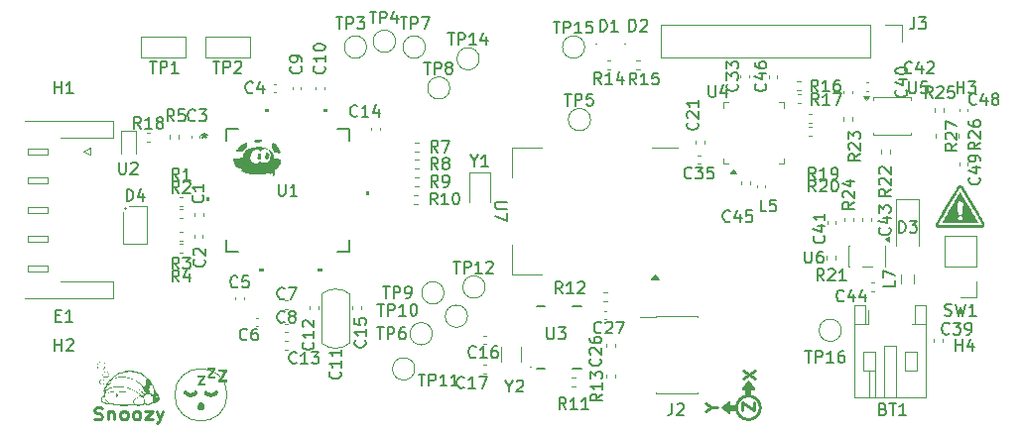
<source format=gbr>
%TF.GenerationSoftware,KiCad,Pcbnew,9.0.7*%
%TF.CreationDate,2026-02-11T00:30:03-06:00*%
%TF.ProjectId,wearable,77656172-6162-46c6-952e-6b696361645f,rev?*%
%TF.SameCoordinates,Original*%
%TF.FileFunction,Legend,Top*%
%TF.FilePolarity,Positive*%
%FSLAX46Y46*%
G04 Gerber Fmt 4.6, Leading zero omitted, Abs format (unit mm)*
G04 Created by KiCad (PCBNEW 9.0.7) date 2026-02-11 00:30:03*
%MOMM*%
%LPD*%
G01*
G04 APERTURE LIST*
%ADD10C,0.254000*%
%ADD11C,0.100000*%
%ADD12C,0.250000*%
%ADD13C,0.150000*%
%ADD14C,0.120000*%
%ADD15C,0.000000*%
%ADD16C,0.127000*%
%ADD17C,0.200000*%
%ADD18C,0.152400*%
G04 APERTURE END LIST*
D10*
X168423633Y-117807633D02*
G75*
G02*
X169439567Y-118823633I-33J-1015967D01*
G01*
D11*
X123936068Y-117720601D02*
G75*
G02*
X119463932Y-117720601I-2236068J0D01*
G01*
X119463932Y-117720601D02*
G75*
G02*
X123936068Y-117720601I2236068J0D01*
G01*
D10*
X167407633Y-118823633D02*
G75*
G02*
X168423633Y-117807633I998567J17433D01*
G01*
X169439633Y-118823633D02*
G75*
G02*
X168423633Y-119839633I-1016033J33D01*
G01*
X168423633Y-119839633D02*
G75*
G02*
X167407567Y-118823633I-33J1016033D01*
G01*
X165260276Y-118737099D02*
X165744085Y-118737099D01*
X164728085Y-119075766D02*
X165260276Y-118737099D01*
X165260276Y-118737099D02*
X164728085Y-118398432D01*
X167946452Y-116287752D02*
X168962452Y-115610418D01*
X167946452Y-115610418D02*
X168962452Y-116287752D01*
D12*
X112593044Y-119755781D02*
X112764473Y-119803400D01*
X112764473Y-119803400D02*
X113050187Y-119803400D01*
X113050187Y-119803400D02*
X113164473Y-119755781D01*
X113164473Y-119755781D02*
X113221615Y-119708161D01*
X113221615Y-119708161D02*
X113278758Y-119612923D01*
X113278758Y-119612923D02*
X113278758Y-119517685D01*
X113278758Y-119517685D02*
X113221615Y-119422447D01*
X113221615Y-119422447D02*
X113164473Y-119374828D01*
X113164473Y-119374828D02*
X113050187Y-119327209D01*
X113050187Y-119327209D02*
X112821615Y-119279590D01*
X112821615Y-119279590D02*
X112707330Y-119231971D01*
X112707330Y-119231971D02*
X112650187Y-119184352D01*
X112650187Y-119184352D02*
X112593044Y-119089114D01*
X112593044Y-119089114D02*
X112593044Y-118993876D01*
X112593044Y-118993876D02*
X112650187Y-118898638D01*
X112650187Y-118898638D02*
X112707330Y-118851019D01*
X112707330Y-118851019D02*
X112821615Y-118803400D01*
X112821615Y-118803400D02*
X113107330Y-118803400D01*
X113107330Y-118803400D02*
X113278758Y-118851019D01*
X113793044Y-119136733D02*
X113793044Y-119803400D01*
X113793044Y-119231971D02*
X113850187Y-119184352D01*
X113850187Y-119184352D02*
X113964472Y-119136733D01*
X113964472Y-119136733D02*
X114135901Y-119136733D01*
X114135901Y-119136733D02*
X114250187Y-119184352D01*
X114250187Y-119184352D02*
X114307330Y-119279590D01*
X114307330Y-119279590D02*
X114307330Y-119803400D01*
X115050186Y-119803400D02*
X114935901Y-119755781D01*
X114935901Y-119755781D02*
X114878758Y-119708161D01*
X114878758Y-119708161D02*
X114821615Y-119612923D01*
X114821615Y-119612923D02*
X114821615Y-119327209D01*
X114821615Y-119327209D02*
X114878758Y-119231971D01*
X114878758Y-119231971D02*
X114935901Y-119184352D01*
X114935901Y-119184352D02*
X115050186Y-119136733D01*
X115050186Y-119136733D02*
X115221615Y-119136733D01*
X115221615Y-119136733D02*
X115335901Y-119184352D01*
X115335901Y-119184352D02*
X115393044Y-119231971D01*
X115393044Y-119231971D02*
X115450186Y-119327209D01*
X115450186Y-119327209D02*
X115450186Y-119612923D01*
X115450186Y-119612923D02*
X115393044Y-119708161D01*
X115393044Y-119708161D02*
X115335901Y-119755781D01*
X115335901Y-119755781D02*
X115221615Y-119803400D01*
X115221615Y-119803400D02*
X115050186Y-119803400D01*
X116135900Y-119803400D02*
X116021615Y-119755781D01*
X116021615Y-119755781D02*
X115964472Y-119708161D01*
X115964472Y-119708161D02*
X115907329Y-119612923D01*
X115907329Y-119612923D02*
X115907329Y-119327209D01*
X115907329Y-119327209D02*
X115964472Y-119231971D01*
X115964472Y-119231971D02*
X116021615Y-119184352D01*
X116021615Y-119184352D02*
X116135900Y-119136733D01*
X116135900Y-119136733D02*
X116307329Y-119136733D01*
X116307329Y-119136733D02*
X116421615Y-119184352D01*
X116421615Y-119184352D02*
X116478758Y-119231971D01*
X116478758Y-119231971D02*
X116535900Y-119327209D01*
X116535900Y-119327209D02*
X116535900Y-119612923D01*
X116535900Y-119612923D02*
X116478758Y-119708161D01*
X116478758Y-119708161D02*
X116421615Y-119755781D01*
X116421615Y-119755781D02*
X116307329Y-119803400D01*
X116307329Y-119803400D02*
X116135900Y-119803400D01*
X116935900Y-119136733D02*
X117564472Y-119136733D01*
X117564472Y-119136733D02*
X116935900Y-119803400D01*
X116935900Y-119803400D02*
X117564472Y-119803400D01*
X117907329Y-119136733D02*
X118193043Y-119803400D01*
X118478758Y-119136733D02*
X118193043Y-119803400D01*
X118193043Y-119803400D02*
X118078758Y-120041495D01*
X118078758Y-120041495D02*
X118021615Y-120089114D01*
X118021615Y-120089114D02*
X117907329Y-120136733D01*
D10*
X167903085Y-119027385D02*
X167903085Y-118350051D01*
X167903085Y-118350051D02*
X168919085Y-119027385D01*
X168919085Y-119027385D02*
X168919085Y-118350051D01*
D13*
X140738095Y-89306819D02*
X141309523Y-89306819D01*
X141023809Y-90306819D02*
X141023809Y-89306819D01*
X141642857Y-90306819D02*
X141642857Y-89306819D01*
X141642857Y-89306819D02*
X142023809Y-89306819D01*
X142023809Y-89306819D02*
X142119047Y-89354438D01*
X142119047Y-89354438D02*
X142166666Y-89402057D01*
X142166666Y-89402057D02*
X142214285Y-89497295D01*
X142214285Y-89497295D02*
X142214285Y-89640152D01*
X142214285Y-89640152D02*
X142166666Y-89735390D01*
X142166666Y-89735390D02*
X142119047Y-89783009D01*
X142119047Y-89783009D02*
X142023809Y-89830628D01*
X142023809Y-89830628D02*
X141642857Y-89830628D01*
X142785714Y-89735390D02*
X142690476Y-89687771D01*
X142690476Y-89687771D02*
X142642857Y-89640152D01*
X142642857Y-89640152D02*
X142595238Y-89544914D01*
X142595238Y-89544914D02*
X142595238Y-89497295D01*
X142595238Y-89497295D02*
X142642857Y-89402057D01*
X142642857Y-89402057D02*
X142690476Y-89354438D01*
X142690476Y-89354438D02*
X142785714Y-89306819D01*
X142785714Y-89306819D02*
X142976190Y-89306819D01*
X142976190Y-89306819D02*
X143071428Y-89354438D01*
X143071428Y-89354438D02*
X143119047Y-89402057D01*
X143119047Y-89402057D02*
X143166666Y-89497295D01*
X143166666Y-89497295D02*
X143166666Y-89544914D01*
X143166666Y-89544914D02*
X143119047Y-89640152D01*
X143119047Y-89640152D02*
X143071428Y-89687771D01*
X143071428Y-89687771D02*
X142976190Y-89735390D01*
X142976190Y-89735390D02*
X142785714Y-89735390D01*
X142785714Y-89735390D02*
X142690476Y-89783009D01*
X142690476Y-89783009D02*
X142642857Y-89830628D01*
X142642857Y-89830628D02*
X142595238Y-89925866D01*
X142595238Y-89925866D02*
X142595238Y-90116342D01*
X142595238Y-90116342D02*
X142642857Y-90211580D01*
X142642857Y-90211580D02*
X142690476Y-90259200D01*
X142690476Y-90259200D02*
X142785714Y-90306819D01*
X142785714Y-90306819D02*
X142976190Y-90306819D01*
X142976190Y-90306819D02*
X143071428Y-90259200D01*
X143071428Y-90259200D02*
X143119047Y-90211580D01*
X143119047Y-90211580D02*
X143166666Y-90116342D01*
X143166666Y-90116342D02*
X143166666Y-89925866D01*
X143166666Y-89925866D02*
X143119047Y-89830628D01*
X143119047Y-89830628D02*
X143071428Y-89783009D01*
X143071428Y-89783009D02*
X142976190Y-89735390D01*
X174357142Y-91795159D02*
X174023809Y-91318968D01*
X173785714Y-91795159D02*
X173785714Y-90795159D01*
X173785714Y-90795159D02*
X174166666Y-90795159D01*
X174166666Y-90795159D02*
X174261904Y-90842778D01*
X174261904Y-90842778D02*
X174309523Y-90890397D01*
X174309523Y-90890397D02*
X174357142Y-90985635D01*
X174357142Y-90985635D02*
X174357142Y-91128492D01*
X174357142Y-91128492D02*
X174309523Y-91223730D01*
X174309523Y-91223730D02*
X174261904Y-91271349D01*
X174261904Y-91271349D02*
X174166666Y-91318968D01*
X174166666Y-91318968D02*
X173785714Y-91318968D01*
X175309523Y-91795159D02*
X174738095Y-91795159D01*
X175023809Y-91795159D02*
X175023809Y-90795159D01*
X175023809Y-90795159D02*
X174928571Y-90938016D01*
X174928571Y-90938016D02*
X174833333Y-91033254D01*
X174833333Y-91033254D02*
X174738095Y-91080873D01*
X176166666Y-90795159D02*
X175976190Y-90795159D01*
X175976190Y-90795159D02*
X175880952Y-90842778D01*
X175880952Y-90842778D02*
X175833333Y-90890397D01*
X175833333Y-90890397D02*
X175738095Y-91033254D01*
X175738095Y-91033254D02*
X175690476Y-91223730D01*
X175690476Y-91223730D02*
X175690476Y-91604682D01*
X175690476Y-91604682D02*
X175738095Y-91699920D01*
X175738095Y-91699920D02*
X175785714Y-91747540D01*
X175785714Y-91747540D02*
X175880952Y-91795159D01*
X175880952Y-91795159D02*
X176071428Y-91795159D01*
X176071428Y-91795159D02*
X176166666Y-91747540D01*
X176166666Y-91747540D02*
X176214285Y-91699920D01*
X176214285Y-91699920D02*
X176261904Y-91604682D01*
X176261904Y-91604682D02*
X176261904Y-91366587D01*
X176261904Y-91366587D02*
X176214285Y-91271349D01*
X176214285Y-91271349D02*
X176166666Y-91223730D01*
X176166666Y-91223730D02*
X176071428Y-91176111D01*
X176071428Y-91176111D02*
X175880952Y-91176111D01*
X175880952Y-91176111D02*
X175785714Y-91223730D01*
X175785714Y-91223730D02*
X175738095Y-91271349D01*
X175738095Y-91271349D02*
X175690476Y-91366587D01*
X142761905Y-86806819D02*
X143333333Y-86806819D01*
X143047619Y-87806819D02*
X143047619Y-86806819D01*
X143666667Y-87806819D02*
X143666667Y-86806819D01*
X143666667Y-86806819D02*
X144047619Y-86806819D01*
X144047619Y-86806819D02*
X144142857Y-86854438D01*
X144142857Y-86854438D02*
X144190476Y-86902057D01*
X144190476Y-86902057D02*
X144238095Y-86997295D01*
X144238095Y-86997295D02*
X144238095Y-87140152D01*
X144238095Y-87140152D02*
X144190476Y-87235390D01*
X144190476Y-87235390D02*
X144142857Y-87283009D01*
X144142857Y-87283009D02*
X144047619Y-87330628D01*
X144047619Y-87330628D02*
X143666667Y-87330628D01*
X145190476Y-87806819D02*
X144619048Y-87806819D01*
X144904762Y-87806819D02*
X144904762Y-86806819D01*
X144904762Y-86806819D02*
X144809524Y-86949676D01*
X144809524Y-86949676D02*
X144714286Y-87044914D01*
X144714286Y-87044914D02*
X144619048Y-87092533D01*
X146047619Y-87140152D02*
X146047619Y-87806819D01*
X145809524Y-86759200D02*
X145571429Y-87473485D01*
X145571429Y-87473485D02*
X146190476Y-87473485D01*
X122738095Y-89204819D02*
X123309523Y-89204819D01*
X123023809Y-90204819D02*
X123023809Y-89204819D01*
X123642857Y-90204819D02*
X123642857Y-89204819D01*
X123642857Y-89204819D02*
X124023809Y-89204819D01*
X124023809Y-89204819D02*
X124119047Y-89252438D01*
X124119047Y-89252438D02*
X124166666Y-89300057D01*
X124166666Y-89300057D02*
X124214285Y-89395295D01*
X124214285Y-89395295D02*
X124214285Y-89538152D01*
X124214285Y-89538152D02*
X124166666Y-89633390D01*
X124166666Y-89633390D02*
X124119047Y-89681009D01*
X124119047Y-89681009D02*
X124023809Y-89728628D01*
X124023809Y-89728628D02*
X123642857Y-89728628D01*
X124595238Y-89300057D02*
X124642857Y-89252438D01*
X124642857Y-89252438D02*
X124738095Y-89204819D01*
X124738095Y-89204819D02*
X124976190Y-89204819D01*
X124976190Y-89204819D02*
X125071428Y-89252438D01*
X125071428Y-89252438D02*
X125119047Y-89300057D01*
X125119047Y-89300057D02*
X125166666Y-89395295D01*
X125166666Y-89395295D02*
X125166666Y-89490533D01*
X125166666Y-89490533D02*
X125119047Y-89633390D01*
X125119047Y-89633390D02*
X124547619Y-90204819D01*
X124547619Y-90204819D02*
X125166666Y-90204819D01*
X126133333Y-91859580D02*
X126085714Y-91907200D01*
X126085714Y-91907200D02*
X125942857Y-91954819D01*
X125942857Y-91954819D02*
X125847619Y-91954819D01*
X125847619Y-91954819D02*
X125704762Y-91907200D01*
X125704762Y-91907200D02*
X125609524Y-91811961D01*
X125609524Y-91811961D02*
X125561905Y-91716723D01*
X125561905Y-91716723D02*
X125514286Y-91526247D01*
X125514286Y-91526247D02*
X125514286Y-91383390D01*
X125514286Y-91383390D02*
X125561905Y-91192914D01*
X125561905Y-91192914D02*
X125609524Y-91097676D01*
X125609524Y-91097676D02*
X125704762Y-91002438D01*
X125704762Y-91002438D02*
X125847619Y-90954819D01*
X125847619Y-90954819D02*
X125942857Y-90954819D01*
X125942857Y-90954819D02*
X126085714Y-91002438D01*
X126085714Y-91002438D02*
X126133333Y-91050057D01*
X126990476Y-91288152D02*
X126990476Y-91954819D01*
X126752381Y-90907200D02*
X126514286Y-91621485D01*
X126514286Y-91621485D02*
X127133333Y-91621485D01*
X182138095Y-90954819D02*
X182138095Y-91764342D01*
X182138095Y-91764342D02*
X182185714Y-91859580D01*
X182185714Y-91859580D02*
X182233333Y-91907200D01*
X182233333Y-91907200D02*
X182328571Y-91954819D01*
X182328571Y-91954819D02*
X182519047Y-91954819D01*
X182519047Y-91954819D02*
X182614285Y-91907200D01*
X182614285Y-91907200D02*
X182661904Y-91859580D01*
X182661904Y-91859580D02*
X182709523Y-91764342D01*
X182709523Y-91764342D02*
X182709523Y-90954819D01*
X183661904Y-90954819D02*
X183185714Y-90954819D01*
X183185714Y-90954819D02*
X183138095Y-91431009D01*
X183138095Y-91431009D02*
X183185714Y-91383390D01*
X183185714Y-91383390D02*
X183280952Y-91335771D01*
X183280952Y-91335771D02*
X183519047Y-91335771D01*
X183519047Y-91335771D02*
X183614285Y-91383390D01*
X183614285Y-91383390D02*
X183661904Y-91431009D01*
X183661904Y-91431009D02*
X183709523Y-91526247D01*
X183709523Y-91526247D02*
X183709523Y-91764342D01*
X183709523Y-91764342D02*
X183661904Y-91859580D01*
X183661904Y-91859580D02*
X183614285Y-91907200D01*
X183614285Y-91907200D02*
X183519047Y-91954819D01*
X183519047Y-91954819D02*
X183280952Y-91954819D01*
X183280952Y-91954819D02*
X183185714Y-91907200D01*
X183185714Y-91907200D02*
X183138095Y-91859580D01*
X136738095Y-111954819D02*
X137309523Y-111954819D01*
X137023809Y-112954819D02*
X137023809Y-111954819D01*
X137642857Y-112954819D02*
X137642857Y-111954819D01*
X137642857Y-111954819D02*
X138023809Y-111954819D01*
X138023809Y-111954819D02*
X138119047Y-112002438D01*
X138119047Y-112002438D02*
X138166666Y-112050057D01*
X138166666Y-112050057D02*
X138214285Y-112145295D01*
X138214285Y-112145295D02*
X138214285Y-112288152D01*
X138214285Y-112288152D02*
X138166666Y-112383390D01*
X138166666Y-112383390D02*
X138119047Y-112431009D01*
X138119047Y-112431009D02*
X138023809Y-112478628D01*
X138023809Y-112478628D02*
X137642857Y-112478628D01*
X139071428Y-111954819D02*
X138880952Y-111954819D01*
X138880952Y-111954819D02*
X138785714Y-112002438D01*
X138785714Y-112002438D02*
X138738095Y-112050057D01*
X138738095Y-112050057D02*
X138642857Y-112192914D01*
X138642857Y-112192914D02*
X138595238Y-112383390D01*
X138595238Y-112383390D02*
X138595238Y-112764342D01*
X138595238Y-112764342D02*
X138642857Y-112859580D01*
X138642857Y-112859580D02*
X138690476Y-112907200D01*
X138690476Y-112907200D02*
X138785714Y-112954819D01*
X138785714Y-112954819D02*
X138976190Y-112954819D01*
X138976190Y-112954819D02*
X139071428Y-112907200D01*
X139071428Y-112907200D02*
X139119047Y-112859580D01*
X139119047Y-112859580D02*
X139166666Y-112764342D01*
X139166666Y-112764342D02*
X139166666Y-112526247D01*
X139166666Y-112526247D02*
X139119047Y-112431009D01*
X139119047Y-112431009D02*
X139071428Y-112383390D01*
X139071428Y-112383390D02*
X138976190Y-112335771D01*
X138976190Y-112335771D02*
X138785714Y-112335771D01*
X138785714Y-112335771D02*
X138690476Y-112383390D01*
X138690476Y-112383390D02*
X138642857Y-112431009D01*
X138642857Y-112431009D02*
X138595238Y-112526247D01*
X141933333Y-96984819D02*
X141600000Y-96508628D01*
X141361905Y-96984819D02*
X141361905Y-95984819D01*
X141361905Y-95984819D02*
X141742857Y-95984819D01*
X141742857Y-95984819D02*
X141838095Y-96032438D01*
X141838095Y-96032438D02*
X141885714Y-96080057D01*
X141885714Y-96080057D02*
X141933333Y-96175295D01*
X141933333Y-96175295D02*
X141933333Y-96318152D01*
X141933333Y-96318152D02*
X141885714Y-96413390D01*
X141885714Y-96413390D02*
X141838095Y-96461009D01*
X141838095Y-96461009D02*
X141742857Y-96508628D01*
X141742857Y-96508628D02*
X141361905Y-96508628D01*
X142266667Y-95984819D02*
X142933333Y-95984819D01*
X142933333Y-95984819D02*
X142504762Y-96984819D01*
X188204819Y-96142857D02*
X187728628Y-96476190D01*
X188204819Y-96714285D02*
X187204819Y-96714285D01*
X187204819Y-96714285D02*
X187204819Y-96333333D01*
X187204819Y-96333333D02*
X187252438Y-96238095D01*
X187252438Y-96238095D02*
X187300057Y-96190476D01*
X187300057Y-96190476D02*
X187395295Y-96142857D01*
X187395295Y-96142857D02*
X187538152Y-96142857D01*
X187538152Y-96142857D02*
X187633390Y-96190476D01*
X187633390Y-96190476D02*
X187681009Y-96238095D01*
X187681009Y-96238095D02*
X187728628Y-96333333D01*
X187728628Y-96333333D02*
X187728628Y-96714285D01*
X187300057Y-95761904D02*
X187252438Y-95714285D01*
X187252438Y-95714285D02*
X187204819Y-95619047D01*
X187204819Y-95619047D02*
X187204819Y-95380952D01*
X187204819Y-95380952D02*
X187252438Y-95285714D01*
X187252438Y-95285714D02*
X187300057Y-95238095D01*
X187300057Y-95238095D02*
X187395295Y-95190476D01*
X187395295Y-95190476D02*
X187490533Y-95190476D01*
X187490533Y-95190476D02*
X187633390Y-95238095D01*
X187633390Y-95238095D02*
X188204819Y-95809523D01*
X188204819Y-95809523D02*
X188204819Y-95190476D01*
X187204819Y-94333333D02*
X187204819Y-94523809D01*
X187204819Y-94523809D02*
X187252438Y-94619047D01*
X187252438Y-94619047D02*
X187300057Y-94666666D01*
X187300057Y-94666666D02*
X187442914Y-94761904D01*
X187442914Y-94761904D02*
X187633390Y-94809523D01*
X187633390Y-94809523D02*
X188014342Y-94809523D01*
X188014342Y-94809523D02*
X188109580Y-94761904D01*
X188109580Y-94761904D02*
X188157200Y-94714285D01*
X188157200Y-94714285D02*
X188204819Y-94619047D01*
X188204819Y-94619047D02*
X188204819Y-94428571D01*
X188204819Y-94428571D02*
X188157200Y-94333333D01*
X188157200Y-94333333D02*
X188109580Y-94285714D01*
X188109580Y-94285714D02*
X188014342Y-94238095D01*
X188014342Y-94238095D02*
X187776247Y-94238095D01*
X187776247Y-94238095D02*
X187681009Y-94285714D01*
X187681009Y-94285714D02*
X187633390Y-94333333D01*
X187633390Y-94333333D02*
X187585771Y-94428571D01*
X187585771Y-94428571D02*
X187585771Y-94619047D01*
X187585771Y-94619047D02*
X187633390Y-94714285D01*
X187633390Y-94714285D02*
X187681009Y-94761904D01*
X187681009Y-94761904D02*
X187776247Y-94809523D01*
X129857142Y-114959580D02*
X129809523Y-115007200D01*
X129809523Y-115007200D02*
X129666666Y-115054819D01*
X129666666Y-115054819D02*
X129571428Y-115054819D01*
X129571428Y-115054819D02*
X129428571Y-115007200D01*
X129428571Y-115007200D02*
X129333333Y-114911961D01*
X129333333Y-114911961D02*
X129285714Y-114816723D01*
X129285714Y-114816723D02*
X129238095Y-114626247D01*
X129238095Y-114626247D02*
X129238095Y-114483390D01*
X129238095Y-114483390D02*
X129285714Y-114292914D01*
X129285714Y-114292914D02*
X129333333Y-114197676D01*
X129333333Y-114197676D02*
X129428571Y-114102438D01*
X129428571Y-114102438D02*
X129571428Y-114054819D01*
X129571428Y-114054819D02*
X129666666Y-114054819D01*
X129666666Y-114054819D02*
X129809523Y-114102438D01*
X129809523Y-114102438D02*
X129857142Y-114150057D01*
X130809523Y-115054819D02*
X130238095Y-115054819D01*
X130523809Y-115054819D02*
X130523809Y-114054819D01*
X130523809Y-114054819D02*
X130428571Y-114197676D01*
X130428571Y-114197676D02*
X130333333Y-114292914D01*
X130333333Y-114292914D02*
X130238095Y-114340533D01*
X131142857Y-114054819D02*
X131761904Y-114054819D01*
X131761904Y-114054819D02*
X131428571Y-114435771D01*
X131428571Y-114435771D02*
X131571428Y-114435771D01*
X131571428Y-114435771D02*
X131666666Y-114483390D01*
X131666666Y-114483390D02*
X131714285Y-114531009D01*
X131714285Y-114531009D02*
X131761904Y-114626247D01*
X131761904Y-114626247D02*
X131761904Y-114864342D01*
X131761904Y-114864342D02*
X131714285Y-114959580D01*
X131714285Y-114959580D02*
X131666666Y-115007200D01*
X131666666Y-115007200D02*
X131571428Y-115054819D01*
X131571428Y-115054819D02*
X131285714Y-115054819D01*
X131285714Y-115054819D02*
X131190476Y-115007200D01*
X131190476Y-115007200D02*
X131142857Y-114959580D01*
X141933333Y-99954819D02*
X141600000Y-99478628D01*
X141361905Y-99954819D02*
X141361905Y-98954819D01*
X141361905Y-98954819D02*
X141742857Y-98954819D01*
X141742857Y-98954819D02*
X141838095Y-99002438D01*
X141838095Y-99002438D02*
X141885714Y-99050057D01*
X141885714Y-99050057D02*
X141933333Y-99145295D01*
X141933333Y-99145295D02*
X141933333Y-99288152D01*
X141933333Y-99288152D02*
X141885714Y-99383390D01*
X141885714Y-99383390D02*
X141838095Y-99431009D01*
X141838095Y-99431009D02*
X141742857Y-99478628D01*
X141742857Y-99478628D02*
X141361905Y-99478628D01*
X142409524Y-99954819D02*
X142600000Y-99954819D01*
X142600000Y-99954819D02*
X142695238Y-99907200D01*
X142695238Y-99907200D02*
X142742857Y-99859580D01*
X142742857Y-99859580D02*
X142838095Y-99716723D01*
X142838095Y-99716723D02*
X142885714Y-99526247D01*
X142885714Y-99526247D02*
X142885714Y-99145295D01*
X142885714Y-99145295D02*
X142838095Y-99050057D01*
X142838095Y-99050057D02*
X142790476Y-99002438D01*
X142790476Y-99002438D02*
X142695238Y-98954819D01*
X142695238Y-98954819D02*
X142504762Y-98954819D01*
X142504762Y-98954819D02*
X142409524Y-99002438D01*
X142409524Y-99002438D02*
X142361905Y-99050057D01*
X142361905Y-99050057D02*
X142314286Y-99145295D01*
X142314286Y-99145295D02*
X142314286Y-99383390D01*
X142314286Y-99383390D02*
X142361905Y-99478628D01*
X142361905Y-99478628D02*
X142409524Y-99526247D01*
X142409524Y-99526247D02*
X142504762Y-99573866D01*
X142504762Y-99573866D02*
X142695238Y-99573866D01*
X142695238Y-99573866D02*
X142790476Y-99526247D01*
X142790476Y-99526247D02*
X142838095Y-99478628D01*
X142838095Y-99478628D02*
X142885714Y-99383390D01*
X145157142Y-114459580D02*
X145109523Y-114507200D01*
X145109523Y-114507200D02*
X144966666Y-114554819D01*
X144966666Y-114554819D02*
X144871428Y-114554819D01*
X144871428Y-114554819D02*
X144728571Y-114507200D01*
X144728571Y-114507200D02*
X144633333Y-114411961D01*
X144633333Y-114411961D02*
X144585714Y-114316723D01*
X144585714Y-114316723D02*
X144538095Y-114126247D01*
X144538095Y-114126247D02*
X144538095Y-113983390D01*
X144538095Y-113983390D02*
X144585714Y-113792914D01*
X144585714Y-113792914D02*
X144633333Y-113697676D01*
X144633333Y-113697676D02*
X144728571Y-113602438D01*
X144728571Y-113602438D02*
X144871428Y-113554819D01*
X144871428Y-113554819D02*
X144966666Y-113554819D01*
X144966666Y-113554819D02*
X145109523Y-113602438D01*
X145109523Y-113602438D02*
X145157142Y-113650057D01*
X146109523Y-114554819D02*
X145538095Y-114554819D01*
X145823809Y-114554819D02*
X145823809Y-113554819D01*
X145823809Y-113554819D02*
X145728571Y-113697676D01*
X145728571Y-113697676D02*
X145633333Y-113792914D01*
X145633333Y-113792914D02*
X145538095Y-113840533D01*
X146966666Y-113554819D02*
X146776190Y-113554819D01*
X146776190Y-113554819D02*
X146680952Y-113602438D01*
X146680952Y-113602438D02*
X146633333Y-113650057D01*
X146633333Y-113650057D02*
X146538095Y-113792914D01*
X146538095Y-113792914D02*
X146490476Y-113983390D01*
X146490476Y-113983390D02*
X146490476Y-114364342D01*
X146490476Y-114364342D02*
X146538095Y-114459580D01*
X146538095Y-114459580D02*
X146585714Y-114507200D01*
X146585714Y-114507200D02*
X146680952Y-114554819D01*
X146680952Y-114554819D02*
X146871428Y-114554819D01*
X146871428Y-114554819D02*
X146966666Y-114507200D01*
X146966666Y-114507200D02*
X147014285Y-114459580D01*
X147014285Y-114459580D02*
X147061904Y-114364342D01*
X147061904Y-114364342D02*
X147061904Y-114126247D01*
X147061904Y-114126247D02*
X147014285Y-114031009D01*
X147014285Y-114031009D02*
X146966666Y-113983390D01*
X146966666Y-113983390D02*
X146871428Y-113935771D01*
X146871428Y-113935771D02*
X146680952Y-113935771D01*
X146680952Y-113935771D02*
X146585714Y-113983390D01*
X146585714Y-113983390D02*
X146538095Y-114031009D01*
X146538095Y-114031009D02*
X146490476Y-114126247D01*
X186088095Y-113954819D02*
X186088095Y-112954819D01*
X186088095Y-113431009D02*
X186659523Y-113431009D01*
X186659523Y-113954819D02*
X186659523Y-112954819D01*
X187564285Y-113288152D02*
X187564285Y-113954819D01*
X187326190Y-112907200D02*
X187088095Y-113621485D01*
X187088095Y-113621485D02*
X187707142Y-113621485D01*
X151761905Y-85806819D02*
X152333333Y-85806819D01*
X152047619Y-86806819D02*
X152047619Y-85806819D01*
X152666667Y-86806819D02*
X152666667Y-85806819D01*
X152666667Y-85806819D02*
X153047619Y-85806819D01*
X153047619Y-85806819D02*
X153142857Y-85854438D01*
X153142857Y-85854438D02*
X153190476Y-85902057D01*
X153190476Y-85902057D02*
X153238095Y-85997295D01*
X153238095Y-85997295D02*
X153238095Y-86140152D01*
X153238095Y-86140152D02*
X153190476Y-86235390D01*
X153190476Y-86235390D02*
X153142857Y-86283009D01*
X153142857Y-86283009D02*
X153047619Y-86330628D01*
X153047619Y-86330628D02*
X152666667Y-86330628D01*
X154190476Y-86806819D02*
X153619048Y-86806819D01*
X153904762Y-86806819D02*
X153904762Y-85806819D01*
X153904762Y-85806819D02*
X153809524Y-85949676D01*
X153809524Y-85949676D02*
X153714286Y-86044914D01*
X153714286Y-86044914D02*
X153619048Y-86092533D01*
X155095238Y-85806819D02*
X154619048Y-85806819D01*
X154619048Y-85806819D02*
X154571429Y-86283009D01*
X154571429Y-86283009D02*
X154619048Y-86235390D01*
X154619048Y-86235390D02*
X154714286Y-86187771D01*
X154714286Y-86187771D02*
X154952381Y-86187771D01*
X154952381Y-86187771D02*
X155047619Y-86235390D01*
X155047619Y-86235390D02*
X155095238Y-86283009D01*
X155095238Y-86283009D02*
X155142857Y-86378247D01*
X155142857Y-86378247D02*
X155142857Y-86616342D01*
X155142857Y-86616342D02*
X155095238Y-86711580D01*
X155095238Y-86711580D02*
X155047619Y-86759200D01*
X155047619Y-86759200D02*
X154952381Y-86806819D01*
X154952381Y-86806819D02*
X154714286Y-86806819D01*
X154714286Y-86806819D02*
X154619048Y-86759200D01*
X154619048Y-86759200D02*
X154571429Y-86711580D01*
X141933333Y-98454819D02*
X141600000Y-97978628D01*
X141361905Y-98454819D02*
X141361905Y-97454819D01*
X141361905Y-97454819D02*
X141742857Y-97454819D01*
X141742857Y-97454819D02*
X141838095Y-97502438D01*
X141838095Y-97502438D02*
X141885714Y-97550057D01*
X141885714Y-97550057D02*
X141933333Y-97645295D01*
X141933333Y-97645295D02*
X141933333Y-97788152D01*
X141933333Y-97788152D02*
X141885714Y-97883390D01*
X141885714Y-97883390D02*
X141838095Y-97931009D01*
X141838095Y-97931009D02*
X141742857Y-97978628D01*
X141742857Y-97978628D02*
X141361905Y-97978628D01*
X142504762Y-97883390D02*
X142409524Y-97835771D01*
X142409524Y-97835771D02*
X142361905Y-97788152D01*
X142361905Y-97788152D02*
X142314286Y-97692914D01*
X142314286Y-97692914D02*
X142314286Y-97645295D01*
X142314286Y-97645295D02*
X142361905Y-97550057D01*
X142361905Y-97550057D02*
X142409524Y-97502438D01*
X142409524Y-97502438D02*
X142504762Y-97454819D01*
X142504762Y-97454819D02*
X142695238Y-97454819D01*
X142695238Y-97454819D02*
X142790476Y-97502438D01*
X142790476Y-97502438D02*
X142838095Y-97550057D01*
X142838095Y-97550057D02*
X142885714Y-97645295D01*
X142885714Y-97645295D02*
X142885714Y-97692914D01*
X142885714Y-97692914D02*
X142838095Y-97788152D01*
X142838095Y-97788152D02*
X142790476Y-97835771D01*
X142790476Y-97835771D02*
X142695238Y-97883390D01*
X142695238Y-97883390D02*
X142504762Y-97883390D01*
X142504762Y-97883390D02*
X142409524Y-97931009D01*
X142409524Y-97931009D02*
X142361905Y-97978628D01*
X142361905Y-97978628D02*
X142314286Y-98073866D01*
X142314286Y-98073866D02*
X142314286Y-98264342D01*
X142314286Y-98264342D02*
X142361905Y-98359580D01*
X142361905Y-98359580D02*
X142409524Y-98407200D01*
X142409524Y-98407200D02*
X142504762Y-98454819D01*
X142504762Y-98454819D02*
X142695238Y-98454819D01*
X142695238Y-98454819D02*
X142790476Y-98407200D01*
X142790476Y-98407200D02*
X142838095Y-98359580D01*
X142838095Y-98359580D02*
X142885714Y-98264342D01*
X142885714Y-98264342D02*
X142885714Y-98073866D01*
X142885714Y-98073866D02*
X142838095Y-97978628D01*
X142838095Y-97978628D02*
X142790476Y-97931009D01*
X142790476Y-97931009D02*
X142695238Y-97883390D01*
X186204819Y-96242857D02*
X185728628Y-96576190D01*
X186204819Y-96814285D02*
X185204819Y-96814285D01*
X185204819Y-96814285D02*
X185204819Y-96433333D01*
X185204819Y-96433333D02*
X185252438Y-96338095D01*
X185252438Y-96338095D02*
X185300057Y-96290476D01*
X185300057Y-96290476D02*
X185395295Y-96242857D01*
X185395295Y-96242857D02*
X185538152Y-96242857D01*
X185538152Y-96242857D02*
X185633390Y-96290476D01*
X185633390Y-96290476D02*
X185681009Y-96338095D01*
X185681009Y-96338095D02*
X185728628Y-96433333D01*
X185728628Y-96433333D02*
X185728628Y-96814285D01*
X185300057Y-95861904D02*
X185252438Y-95814285D01*
X185252438Y-95814285D02*
X185204819Y-95719047D01*
X185204819Y-95719047D02*
X185204819Y-95480952D01*
X185204819Y-95480952D02*
X185252438Y-95385714D01*
X185252438Y-95385714D02*
X185300057Y-95338095D01*
X185300057Y-95338095D02*
X185395295Y-95290476D01*
X185395295Y-95290476D02*
X185490533Y-95290476D01*
X185490533Y-95290476D02*
X185633390Y-95338095D01*
X185633390Y-95338095D02*
X186204819Y-95909523D01*
X186204819Y-95909523D02*
X186204819Y-95290476D01*
X185204819Y-94957142D02*
X185204819Y-94290476D01*
X185204819Y-94290476D02*
X186204819Y-94719047D01*
X109238095Y-91954819D02*
X109238095Y-90954819D01*
X109238095Y-91431009D02*
X109809523Y-91431009D01*
X109809523Y-91954819D02*
X109809523Y-90954819D01*
X110809523Y-91954819D02*
X110238095Y-91954819D01*
X110523809Y-91954819D02*
X110523809Y-90954819D01*
X110523809Y-90954819D02*
X110428571Y-91097676D01*
X110428571Y-91097676D02*
X110333333Y-91192914D01*
X110333333Y-91192914D02*
X110238095Y-91240533D01*
X174397142Y-92954819D02*
X174063809Y-92478628D01*
X173825714Y-92954819D02*
X173825714Y-91954819D01*
X173825714Y-91954819D02*
X174206666Y-91954819D01*
X174206666Y-91954819D02*
X174301904Y-92002438D01*
X174301904Y-92002438D02*
X174349523Y-92050057D01*
X174349523Y-92050057D02*
X174397142Y-92145295D01*
X174397142Y-92145295D02*
X174397142Y-92288152D01*
X174397142Y-92288152D02*
X174349523Y-92383390D01*
X174349523Y-92383390D02*
X174301904Y-92431009D01*
X174301904Y-92431009D02*
X174206666Y-92478628D01*
X174206666Y-92478628D02*
X173825714Y-92478628D01*
X175349523Y-92954819D02*
X174778095Y-92954819D01*
X175063809Y-92954819D02*
X175063809Y-91954819D01*
X175063809Y-91954819D02*
X174968571Y-92097676D01*
X174968571Y-92097676D02*
X174873333Y-92192914D01*
X174873333Y-92192914D02*
X174778095Y-92240533D01*
X175682857Y-91954819D02*
X176349523Y-91954819D01*
X176349523Y-91954819D02*
X175920952Y-92954819D01*
X152537142Y-109054819D02*
X152203809Y-108578628D01*
X151965714Y-109054819D02*
X151965714Y-108054819D01*
X151965714Y-108054819D02*
X152346666Y-108054819D01*
X152346666Y-108054819D02*
X152441904Y-108102438D01*
X152441904Y-108102438D02*
X152489523Y-108150057D01*
X152489523Y-108150057D02*
X152537142Y-108245295D01*
X152537142Y-108245295D02*
X152537142Y-108388152D01*
X152537142Y-108388152D02*
X152489523Y-108483390D01*
X152489523Y-108483390D02*
X152441904Y-108531009D01*
X152441904Y-108531009D02*
X152346666Y-108578628D01*
X152346666Y-108578628D02*
X151965714Y-108578628D01*
X153489523Y-109054819D02*
X152918095Y-109054819D01*
X153203809Y-109054819D02*
X153203809Y-108054819D01*
X153203809Y-108054819D02*
X153108571Y-108197676D01*
X153108571Y-108197676D02*
X153013333Y-108292914D01*
X153013333Y-108292914D02*
X152918095Y-108340533D01*
X153870476Y-108150057D02*
X153918095Y-108102438D01*
X153918095Y-108102438D02*
X154013333Y-108054819D01*
X154013333Y-108054819D02*
X154251428Y-108054819D01*
X154251428Y-108054819D02*
X154346666Y-108102438D01*
X154346666Y-108102438D02*
X154394285Y-108150057D01*
X154394285Y-108150057D02*
X154441904Y-108245295D01*
X154441904Y-108245295D02*
X154441904Y-108340533D01*
X154441904Y-108340533D02*
X154394285Y-108483390D01*
X154394285Y-108483390D02*
X153822857Y-109054819D01*
X153822857Y-109054819D02*
X154441904Y-109054819D01*
X136098095Y-84954819D02*
X136669523Y-84954819D01*
X136383809Y-85954819D02*
X136383809Y-84954819D01*
X137002857Y-85954819D02*
X137002857Y-84954819D01*
X137002857Y-84954819D02*
X137383809Y-84954819D01*
X137383809Y-84954819D02*
X137479047Y-85002438D01*
X137479047Y-85002438D02*
X137526666Y-85050057D01*
X137526666Y-85050057D02*
X137574285Y-85145295D01*
X137574285Y-85145295D02*
X137574285Y-85288152D01*
X137574285Y-85288152D02*
X137526666Y-85383390D01*
X137526666Y-85383390D02*
X137479047Y-85431009D01*
X137479047Y-85431009D02*
X137383809Y-85478628D01*
X137383809Y-85478628D02*
X137002857Y-85478628D01*
X138431428Y-85288152D02*
X138431428Y-85954819D01*
X138193333Y-84907200D02*
X137955238Y-85621485D01*
X137955238Y-85621485D02*
X138574285Y-85621485D01*
X188109580Y-99142857D02*
X188157200Y-99190476D01*
X188157200Y-99190476D02*
X188204819Y-99333333D01*
X188204819Y-99333333D02*
X188204819Y-99428571D01*
X188204819Y-99428571D02*
X188157200Y-99571428D01*
X188157200Y-99571428D02*
X188061961Y-99666666D01*
X188061961Y-99666666D02*
X187966723Y-99714285D01*
X187966723Y-99714285D02*
X187776247Y-99761904D01*
X187776247Y-99761904D02*
X187633390Y-99761904D01*
X187633390Y-99761904D02*
X187442914Y-99714285D01*
X187442914Y-99714285D02*
X187347676Y-99666666D01*
X187347676Y-99666666D02*
X187252438Y-99571428D01*
X187252438Y-99571428D02*
X187204819Y-99428571D01*
X187204819Y-99428571D02*
X187204819Y-99333333D01*
X187204819Y-99333333D02*
X187252438Y-99190476D01*
X187252438Y-99190476D02*
X187300057Y-99142857D01*
X187538152Y-98285714D02*
X188204819Y-98285714D01*
X187157200Y-98523809D02*
X187871485Y-98761904D01*
X187871485Y-98761904D02*
X187871485Y-98142857D01*
X188204819Y-97714285D02*
X188204819Y-97523809D01*
X188204819Y-97523809D02*
X188157200Y-97428571D01*
X188157200Y-97428571D02*
X188109580Y-97380952D01*
X188109580Y-97380952D02*
X187966723Y-97285714D01*
X187966723Y-97285714D02*
X187776247Y-97238095D01*
X187776247Y-97238095D02*
X187395295Y-97238095D01*
X187395295Y-97238095D02*
X187300057Y-97285714D01*
X187300057Y-97285714D02*
X187252438Y-97333333D01*
X187252438Y-97333333D02*
X187204819Y-97428571D01*
X187204819Y-97428571D02*
X187204819Y-97619047D01*
X187204819Y-97619047D02*
X187252438Y-97714285D01*
X187252438Y-97714285D02*
X187300057Y-97761904D01*
X187300057Y-97761904D02*
X187395295Y-97809523D01*
X187395295Y-97809523D02*
X187633390Y-97809523D01*
X187633390Y-97809523D02*
X187728628Y-97761904D01*
X187728628Y-97761904D02*
X187776247Y-97714285D01*
X187776247Y-97714285D02*
X187823866Y-97619047D01*
X187823866Y-97619047D02*
X187823866Y-97428571D01*
X187823866Y-97428571D02*
X187776247Y-97333333D01*
X187776247Y-97333333D02*
X187728628Y-97285714D01*
X187728628Y-97285714D02*
X187633390Y-97238095D01*
X133238095Y-85454819D02*
X133809523Y-85454819D01*
X133523809Y-86454819D02*
X133523809Y-85454819D01*
X134142857Y-86454819D02*
X134142857Y-85454819D01*
X134142857Y-85454819D02*
X134523809Y-85454819D01*
X134523809Y-85454819D02*
X134619047Y-85502438D01*
X134619047Y-85502438D02*
X134666666Y-85550057D01*
X134666666Y-85550057D02*
X134714285Y-85645295D01*
X134714285Y-85645295D02*
X134714285Y-85788152D01*
X134714285Y-85788152D02*
X134666666Y-85883390D01*
X134666666Y-85883390D02*
X134619047Y-85931009D01*
X134619047Y-85931009D02*
X134523809Y-85978628D01*
X134523809Y-85978628D02*
X134142857Y-85978628D01*
X135047619Y-85454819D02*
X135666666Y-85454819D01*
X135666666Y-85454819D02*
X135333333Y-85835771D01*
X135333333Y-85835771D02*
X135476190Y-85835771D01*
X135476190Y-85835771D02*
X135571428Y-85883390D01*
X135571428Y-85883390D02*
X135619047Y-85931009D01*
X135619047Y-85931009D02*
X135666666Y-86026247D01*
X135666666Y-86026247D02*
X135666666Y-86264342D01*
X135666666Y-86264342D02*
X135619047Y-86359580D01*
X135619047Y-86359580D02*
X135571428Y-86407200D01*
X135571428Y-86407200D02*
X135476190Y-86454819D01*
X135476190Y-86454819D02*
X135190476Y-86454819D01*
X135190476Y-86454819D02*
X135095238Y-86407200D01*
X135095238Y-86407200D02*
X135047619Y-86359580D01*
X155857142Y-112359580D02*
X155809523Y-112407200D01*
X155809523Y-112407200D02*
X155666666Y-112454819D01*
X155666666Y-112454819D02*
X155571428Y-112454819D01*
X155571428Y-112454819D02*
X155428571Y-112407200D01*
X155428571Y-112407200D02*
X155333333Y-112311961D01*
X155333333Y-112311961D02*
X155285714Y-112216723D01*
X155285714Y-112216723D02*
X155238095Y-112026247D01*
X155238095Y-112026247D02*
X155238095Y-111883390D01*
X155238095Y-111883390D02*
X155285714Y-111692914D01*
X155285714Y-111692914D02*
X155333333Y-111597676D01*
X155333333Y-111597676D02*
X155428571Y-111502438D01*
X155428571Y-111502438D02*
X155571428Y-111454819D01*
X155571428Y-111454819D02*
X155666666Y-111454819D01*
X155666666Y-111454819D02*
X155809523Y-111502438D01*
X155809523Y-111502438D02*
X155857142Y-111550057D01*
X156238095Y-111550057D02*
X156285714Y-111502438D01*
X156285714Y-111502438D02*
X156380952Y-111454819D01*
X156380952Y-111454819D02*
X156619047Y-111454819D01*
X156619047Y-111454819D02*
X156714285Y-111502438D01*
X156714285Y-111502438D02*
X156761904Y-111550057D01*
X156761904Y-111550057D02*
X156809523Y-111645295D01*
X156809523Y-111645295D02*
X156809523Y-111740533D01*
X156809523Y-111740533D02*
X156761904Y-111883390D01*
X156761904Y-111883390D02*
X156190476Y-112454819D01*
X156190476Y-112454819D02*
X156809523Y-112454819D01*
X157142857Y-111454819D02*
X157809523Y-111454819D01*
X157809523Y-111454819D02*
X157380952Y-112454819D01*
X180459580Y-103442857D02*
X180507200Y-103490476D01*
X180507200Y-103490476D02*
X180554819Y-103633333D01*
X180554819Y-103633333D02*
X180554819Y-103728571D01*
X180554819Y-103728571D02*
X180507200Y-103871428D01*
X180507200Y-103871428D02*
X180411961Y-103966666D01*
X180411961Y-103966666D02*
X180316723Y-104014285D01*
X180316723Y-104014285D02*
X180126247Y-104061904D01*
X180126247Y-104061904D02*
X179983390Y-104061904D01*
X179983390Y-104061904D02*
X179792914Y-104014285D01*
X179792914Y-104014285D02*
X179697676Y-103966666D01*
X179697676Y-103966666D02*
X179602438Y-103871428D01*
X179602438Y-103871428D02*
X179554819Y-103728571D01*
X179554819Y-103728571D02*
X179554819Y-103633333D01*
X179554819Y-103633333D02*
X179602438Y-103490476D01*
X179602438Y-103490476D02*
X179650057Y-103442857D01*
X179888152Y-102585714D02*
X180554819Y-102585714D01*
X179507200Y-102823809D02*
X180221485Y-103061904D01*
X180221485Y-103061904D02*
X180221485Y-102442857D01*
X179554819Y-102157142D02*
X179554819Y-101538095D01*
X179554819Y-101538095D02*
X179935771Y-101871428D01*
X179935771Y-101871428D02*
X179935771Y-101728571D01*
X179935771Y-101728571D02*
X179983390Y-101633333D01*
X179983390Y-101633333D02*
X180031009Y-101585714D01*
X180031009Y-101585714D02*
X180126247Y-101538095D01*
X180126247Y-101538095D02*
X180364342Y-101538095D01*
X180364342Y-101538095D02*
X180459580Y-101585714D01*
X180459580Y-101585714D02*
X180507200Y-101633333D01*
X180507200Y-101633333D02*
X180554819Y-101728571D01*
X180554819Y-101728571D02*
X180554819Y-102014285D01*
X180554819Y-102014285D02*
X180507200Y-102109523D01*
X180507200Y-102109523D02*
X180459580Y-102157142D01*
X130209580Y-89666666D02*
X130257200Y-89714285D01*
X130257200Y-89714285D02*
X130304819Y-89857142D01*
X130304819Y-89857142D02*
X130304819Y-89952380D01*
X130304819Y-89952380D02*
X130257200Y-90095237D01*
X130257200Y-90095237D02*
X130161961Y-90190475D01*
X130161961Y-90190475D02*
X130066723Y-90238094D01*
X130066723Y-90238094D02*
X129876247Y-90285713D01*
X129876247Y-90285713D02*
X129733390Y-90285713D01*
X129733390Y-90285713D02*
X129542914Y-90238094D01*
X129542914Y-90238094D02*
X129447676Y-90190475D01*
X129447676Y-90190475D02*
X129352438Y-90095237D01*
X129352438Y-90095237D02*
X129304819Y-89952380D01*
X129304819Y-89952380D02*
X129304819Y-89857142D01*
X129304819Y-89857142D02*
X129352438Y-89714285D01*
X129352438Y-89714285D02*
X129400057Y-89666666D01*
X130304819Y-89190475D02*
X130304819Y-88999999D01*
X130304819Y-88999999D02*
X130257200Y-88904761D01*
X130257200Y-88904761D02*
X130209580Y-88857142D01*
X130209580Y-88857142D02*
X130066723Y-88761904D01*
X130066723Y-88761904D02*
X129876247Y-88714285D01*
X129876247Y-88714285D02*
X129495295Y-88714285D01*
X129495295Y-88714285D02*
X129400057Y-88761904D01*
X129400057Y-88761904D02*
X129352438Y-88809523D01*
X129352438Y-88809523D02*
X129304819Y-88904761D01*
X129304819Y-88904761D02*
X129304819Y-89095237D01*
X129304819Y-89095237D02*
X129352438Y-89190475D01*
X129352438Y-89190475D02*
X129400057Y-89238094D01*
X129400057Y-89238094D02*
X129495295Y-89285713D01*
X129495295Y-89285713D02*
X129733390Y-89285713D01*
X129733390Y-89285713D02*
X129828628Y-89238094D01*
X129828628Y-89238094D02*
X129876247Y-89190475D01*
X129876247Y-89190475D02*
X129923866Y-89095237D01*
X129923866Y-89095237D02*
X129923866Y-88904761D01*
X129923866Y-88904761D02*
X129876247Y-88809523D01*
X129876247Y-88809523D02*
X129828628Y-88761904D01*
X129828628Y-88761904D02*
X129733390Y-88714285D01*
X176557142Y-109659580D02*
X176509523Y-109707200D01*
X176509523Y-109707200D02*
X176366666Y-109754819D01*
X176366666Y-109754819D02*
X176271428Y-109754819D01*
X176271428Y-109754819D02*
X176128571Y-109707200D01*
X176128571Y-109707200D02*
X176033333Y-109611961D01*
X176033333Y-109611961D02*
X175985714Y-109516723D01*
X175985714Y-109516723D02*
X175938095Y-109326247D01*
X175938095Y-109326247D02*
X175938095Y-109183390D01*
X175938095Y-109183390D02*
X175985714Y-108992914D01*
X175985714Y-108992914D02*
X176033333Y-108897676D01*
X176033333Y-108897676D02*
X176128571Y-108802438D01*
X176128571Y-108802438D02*
X176271428Y-108754819D01*
X176271428Y-108754819D02*
X176366666Y-108754819D01*
X176366666Y-108754819D02*
X176509523Y-108802438D01*
X176509523Y-108802438D02*
X176557142Y-108850057D01*
X177414285Y-109088152D02*
X177414285Y-109754819D01*
X177176190Y-108707200D02*
X176938095Y-109421485D01*
X176938095Y-109421485D02*
X177557142Y-109421485D01*
X178366666Y-109088152D02*
X178366666Y-109754819D01*
X178128571Y-108707200D02*
X177890476Y-109421485D01*
X177890476Y-109421485D02*
X178509523Y-109421485D01*
X140261905Y-115954819D02*
X140833333Y-115954819D01*
X140547619Y-116954819D02*
X140547619Y-115954819D01*
X141166667Y-116954819D02*
X141166667Y-115954819D01*
X141166667Y-115954819D02*
X141547619Y-115954819D01*
X141547619Y-115954819D02*
X141642857Y-116002438D01*
X141642857Y-116002438D02*
X141690476Y-116050057D01*
X141690476Y-116050057D02*
X141738095Y-116145295D01*
X141738095Y-116145295D02*
X141738095Y-116288152D01*
X141738095Y-116288152D02*
X141690476Y-116383390D01*
X141690476Y-116383390D02*
X141642857Y-116431009D01*
X141642857Y-116431009D02*
X141547619Y-116478628D01*
X141547619Y-116478628D02*
X141166667Y-116478628D01*
X142690476Y-116954819D02*
X142119048Y-116954819D01*
X142404762Y-116954819D02*
X142404762Y-115954819D01*
X142404762Y-115954819D02*
X142309524Y-116097676D01*
X142309524Y-116097676D02*
X142214286Y-116192914D01*
X142214286Y-116192914D02*
X142119048Y-116240533D01*
X143642857Y-116954819D02*
X143071429Y-116954819D01*
X143357143Y-116954819D02*
X143357143Y-115954819D01*
X143357143Y-115954819D02*
X143261905Y-116097676D01*
X143261905Y-116097676D02*
X143166667Y-116192914D01*
X143166667Y-116192914D02*
X143071429Y-116240533D01*
X121859580Y-100666666D02*
X121907200Y-100714285D01*
X121907200Y-100714285D02*
X121954819Y-100857142D01*
X121954819Y-100857142D02*
X121954819Y-100952380D01*
X121954819Y-100952380D02*
X121907200Y-101095237D01*
X121907200Y-101095237D02*
X121811961Y-101190475D01*
X121811961Y-101190475D02*
X121716723Y-101238094D01*
X121716723Y-101238094D02*
X121526247Y-101285713D01*
X121526247Y-101285713D02*
X121383390Y-101285713D01*
X121383390Y-101285713D02*
X121192914Y-101238094D01*
X121192914Y-101238094D02*
X121097676Y-101190475D01*
X121097676Y-101190475D02*
X121002438Y-101095237D01*
X121002438Y-101095237D02*
X120954819Y-100952380D01*
X120954819Y-100952380D02*
X120954819Y-100857142D01*
X120954819Y-100857142D02*
X121002438Y-100714285D01*
X121002438Y-100714285D02*
X121050057Y-100666666D01*
X121954819Y-99714285D02*
X121954819Y-100285713D01*
X121954819Y-99999999D02*
X120954819Y-99999999D01*
X120954819Y-99999999D02*
X121097676Y-100095237D01*
X121097676Y-100095237D02*
X121192914Y-100190475D01*
X121192914Y-100190475D02*
X121240533Y-100285713D01*
X166857142Y-102859580D02*
X166809523Y-102907200D01*
X166809523Y-102907200D02*
X166666666Y-102954819D01*
X166666666Y-102954819D02*
X166571428Y-102954819D01*
X166571428Y-102954819D02*
X166428571Y-102907200D01*
X166428571Y-102907200D02*
X166333333Y-102811961D01*
X166333333Y-102811961D02*
X166285714Y-102716723D01*
X166285714Y-102716723D02*
X166238095Y-102526247D01*
X166238095Y-102526247D02*
X166238095Y-102383390D01*
X166238095Y-102383390D02*
X166285714Y-102192914D01*
X166285714Y-102192914D02*
X166333333Y-102097676D01*
X166333333Y-102097676D02*
X166428571Y-102002438D01*
X166428571Y-102002438D02*
X166571428Y-101954819D01*
X166571428Y-101954819D02*
X166666666Y-101954819D01*
X166666666Y-101954819D02*
X166809523Y-102002438D01*
X166809523Y-102002438D02*
X166857142Y-102050057D01*
X167714285Y-102288152D02*
X167714285Y-102954819D01*
X167476190Y-101907200D02*
X167238095Y-102621485D01*
X167238095Y-102621485D02*
X167857142Y-102621485D01*
X168714285Y-101954819D02*
X168238095Y-101954819D01*
X168238095Y-101954819D02*
X168190476Y-102431009D01*
X168190476Y-102431009D02*
X168238095Y-102383390D01*
X168238095Y-102383390D02*
X168333333Y-102335771D01*
X168333333Y-102335771D02*
X168571428Y-102335771D01*
X168571428Y-102335771D02*
X168666666Y-102383390D01*
X168666666Y-102383390D02*
X168714285Y-102431009D01*
X168714285Y-102431009D02*
X168761904Y-102526247D01*
X168761904Y-102526247D02*
X168761904Y-102764342D01*
X168761904Y-102764342D02*
X168714285Y-102859580D01*
X168714285Y-102859580D02*
X168666666Y-102907200D01*
X168666666Y-102907200D02*
X168571428Y-102954819D01*
X168571428Y-102954819D02*
X168333333Y-102954819D01*
X168333333Y-102954819D02*
X168238095Y-102907200D01*
X168238095Y-102907200D02*
X168190476Y-102859580D01*
X152738095Y-92006819D02*
X153309523Y-92006819D01*
X153023809Y-93006819D02*
X153023809Y-92006819D01*
X153642857Y-93006819D02*
X153642857Y-92006819D01*
X153642857Y-92006819D02*
X154023809Y-92006819D01*
X154023809Y-92006819D02*
X154119047Y-92054438D01*
X154119047Y-92054438D02*
X154166666Y-92102057D01*
X154166666Y-92102057D02*
X154214285Y-92197295D01*
X154214285Y-92197295D02*
X154214285Y-92340152D01*
X154214285Y-92340152D02*
X154166666Y-92435390D01*
X154166666Y-92435390D02*
X154119047Y-92483009D01*
X154119047Y-92483009D02*
X154023809Y-92530628D01*
X154023809Y-92530628D02*
X153642857Y-92530628D01*
X155119047Y-92006819D02*
X154642857Y-92006819D01*
X154642857Y-92006819D02*
X154595238Y-92483009D01*
X154595238Y-92483009D02*
X154642857Y-92435390D01*
X154642857Y-92435390D02*
X154738095Y-92387771D01*
X154738095Y-92387771D02*
X154976190Y-92387771D01*
X154976190Y-92387771D02*
X155071428Y-92435390D01*
X155071428Y-92435390D02*
X155119047Y-92483009D01*
X155119047Y-92483009D02*
X155166666Y-92578247D01*
X155166666Y-92578247D02*
X155166666Y-92816342D01*
X155166666Y-92816342D02*
X155119047Y-92911580D01*
X155119047Y-92911580D02*
X155071428Y-92959200D01*
X155071428Y-92959200D02*
X154976190Y-93006819D01*
X154976190Y-93006819D02*
X154738095Y-93006819D01*
X154738095Y-93006819D02*
X154642857Y-92959200D01*
X154642857Y-92959200D02*
X154595238Y-92911580D01*
X128833333Y-111459580D02*
X128785714Y-111507200D01*
X128785714Y-111507200D02*
X128642857Y-111554819D01*
X128642857Y-111554819D02*
X128547619Y-111554819D01*
X128547619Y-111554819D02*
X128404762Y-111507200D01*
X128404762Y-111507200D02*
X128309524Y-111411961D01*
X128309524Y-111411961D02*
X128261905Y-111316723D01*
X128261905Y-111316723D02*
X128214286Y-111126247D01*
X128214286Y-111126247D02*
X128214286Y-110983390D01*
X128214286Y-110983390D02*
X128261905Y-110792914D01*
X128261905Y-110792914D02*
X128309524Y-110697676D01*
X128309524Y-110697676D02*
X128404762Y-110602438D01*
X128404762Y-110602438D02*
X128547619Y-110554819D01*
X128547619Y-110554819D02*
X128642857Y-110554819D01*
X128642857Y-110554819D02*
X128785714Y-110602438D01*
X128785714Y-110602438D02*
X128833333Y-110650057D01*
X129404762Y-110983390D02*
X129309524Y-110935771D01*
X129309524Y-110935771D02*
X129261905Y-110888152D01*
X129261905Y-110888152D02*
X129214286Y-110792914D01*
X129214286Y-110792914D02*
X129214286Y-110745295D01*
X129214286Y-110745295D02*
X129261905Y-110650057D01*
X129261905Y-110650057D02*
X129309524Y-110602438D01*
X129309524Y-110602438D02*
X129404762Y-110554819D01*
X129404762Y-110554819D02*
X129595238Y-110554819D01*
X129595238Y-110554819D02*
X129690476Y-110602438D01*
X129690476Y-110602438D02*
X129738095Y-110650057D01*
X129738095Y-110650057D02*
X129785714Y-110745295D01*
X129785714Y-110745295D02*
X129785714Y-110792914D01*
X129785714Y-110792914D02*
X129738095Y-110888152D01*
X129738095Y-110888152D02*
X129690476Y-110935771D01*
X129690476Y-110935771D02*
X129595238Y-110983390D01*
X129595238Y-110983390D02*
X129404762Y-110983390D01*
X129404762Y-110983390D02*
X129309524Y-111031009D01*
X129309524Y-111031009D02*
X129261905Y-111078628D01*
X129261905Y-111078628D02*
X129214286Y-111173866D01*
X129214286Y-111173866D02*
X129214286Y-111364342D01*
X129214286Y-111364342D02*
X129261905Y-111459580D01*
X129261905Y-111459580D02*
X129309524Y-111507200D01*
X129309524Y-111507200D02*
X129404762Y-111554819D01*
X129404762Y-111554819D02*
X129595238Y-111554819D01*
X129595238Y-111554819D02*
X129690476Y-111507200D01*
X129690476Y-111507200D02*
X129738095Y-111459580D01*
X129738095Y-111459580D02*
X129785714Y-111364342D01*
X129785714Y-111364342D02*
X129785714Y-111173866D01*
X129785714Y-111173866D02*
X129738095Y-111078628D01*
X129738095Y-111078628D02*
X129690476Y-111031009D01*
X129690476Y-111031009D02*
X129595238Y-110983390D01*
X119833333Y-106954819D02*
X119500000Y-106478628D01*
X119261905Y-106954819D02*
X119261905Y-105954819D01*
X119261905Y-105954819D02*
X119642857Y-105954819D01*
X119642857Y-105954819D02*
X119738095Y-106002438D01*
X119738095Y-106002438D02*
X119785714Y-106050057D01*
X119785714Y-106050057D02*
X119833333Y-106145295D01*
X119833333Y-106145295D02*
X119833333Y-106288152D01*
X119833333Y-106288152D02*
X119785714Y-106383390D01*
X119785714Y-106383390D02*
X119738095Y-106431009D01*
X119738095Y-106431009D02*
X119642857Y-106478628D01*
X119642857Y-106478628D02*
X119261905Y-106478628D01*
X120166667Y-105954819D02*
X120785714Y-105954819D01*
X120785714Y-105954819D02*
X120452381Y-106335771D01*
X120452381Y-106335771D02*
X120595238Y-106335771D01*
X120595238Y-106335771D02*
X120690476Y-106383390D01*
X120690476Y-106383390D02*
X120738095Y-106431009D01*
X120738095Y-106431009D02*
X120785714Y-106526247D01*
X120785714Y-106526247D02*
X120785714Y-106764342D01*
X120785714Y-106764342D02*
X120738095Y-106859580D01*
X120738095Y-106859580D02*
X120690476Y-106907200D01*
X120690476Y-106907200D02*
X120595238Y-106954819D01*
X120595238Y-106954819D02*
X120309524Y-106954819D01*
X120309524Y-106954819D02*
X120214286Y-106907200D01*
X120214286Y-106907200D02*
X120166667Y-106859580D01*
X136761905Y-109954819D02*
X137333333Y-109954819D01*
X137047619Y-110954819D02*
X137047619Y-109954819D01*
X137666667Y-110954819D02*
X137666667Y-109954819D01*
X137666667Y-109954819D02*
X138047619Y-109954819D01*
X138047619Y-109954819D02*
X138142857Y-110002438D01*
X138142857Y-110002438D02*
X138190476Y-110050057D01*
X138190476Y-110050057D02*
X138238095Y-110145295D01*
X138238095Y-110145295D02*
X138238095Y-110288152D01*
X138238095Y-110288152D02*
X138190476Y-110383390D01*
X138190476Y-110383390D02*
X138142857Y-110431009D01*
X138142857Y-110431009D02*
X138047619Y-110478628D01*
X138047619Y-110478628D02*
X137666667Y-110478628D01*
X139190476Y-110954819D02*
X138619048Y-110954819D01*
X138904762Y-110954819D02*
X138904762Y-109954819D01*
X138904762Y-109954819D02*
X138809524Y-110097676D01*
X138809524Y-110097676D02*
X138714286Y-110192914D01*
X138714286Y-110192914D02*
X138619048Y-110240533D01*
X139809524Y-109954819D02*
X139904762Y-109954819D01*
X139904762Y-109954819D02*
X140000000Y-110002438D01*
X140000000Y-110002438D02*
X140047619Y-110050057D01*
X140047619Y-110050057D02*
X140095238Y-110145295D01*
X140095238Y-110145295D02*
X140142857Y-110335771D01*
X140142857Y-110335771D02*
X140142857Y-110573866D01*
X140142857Y-110573866D02*
X140095238Y-110764342D01*
X140095238Y-110764342D02*
X140047619Y-110859580D01*
X140047619Y-110859580D02*
X140000000Y-110907200D01*
X140000000Y-110907200D02*
X139904762Y-110954819D01*
X139904762Y-110954819D02*
X139809524Y-110954819D01*
X139809524Y-110954819D02*
X139714286Y-110907200D01*
X139714286Y-110907200D02*
X139666667Y-110859580D01*
X139666667Y-110859580D02*
X139619048Y-110764342D01*
X139619048Y-110764342D02*
X139571429Y-110573866D01*
X139571429Y-110573866D02*
X139571429Y-110335771D01*
X139571429Y-110335771D02*
X139619048Y-110145295D01*
X139619048Y-110145295D02*
X139666667Y-110050057D01*
X139666667Y-110050057D02*
X139714286Y-110002438D01*
X139714286Y-110002438D02*
X139809524Y-109954819D01*
X133559580Y-115742857D02*
X133607200Y-115790476D01*
X133607200Y-115790476D02*
X133654819Y-115933333D01*
X133654819Y-115933333D02*
X133654819Y-116028571D01*
X133654819Y-116028571D02*
X133607200Y-116171428D01*
X133607200Y-116171428D02*
X133511961Y-116266666D01*
X133511961Y-116266666D02*
X133416723Y-116314285D01*
X133416723Y-116314285D02*
X133226247Y-116361904D01*
X133226247Y-116361904D02*
X133083390Y-116361904D01*
X133083390Y-116361904D02*
X132892914Y-116314285D01*
X132892914Y-116314285D02*
X132797676Y-116266666D01*
X132797676Y-116266666D02*
X132702438Y-116171428D01*
X132702438Y-116171428D02*
X132654819Y-116028571D01*
X132654819Y-116028571D02*
X132654819Y-115933333D01*
X132654819Y-115933333D02*
X132702438Y-115790476D01*
X132702438Y-115790476D02*
X132750057Y-115742857D01*
X133654819Y-114790476D02*
X133654819Y-115361904D01*
X133654819Y-115076190D02*
X132654819Y-115076190D01*
X132654819Y-115076190D02*
X132797676Y-115171428D01*
X132797676Y-115171428D02*
X132892914Y-115266666D01*
X132892914Y-115266666D02*
X132940533Y-115361904D01*
X133654819Y-113838095D02*
X133654819Y-114409523D01*
X133654819Y-114123809D02*
X132654819Y-114123809D01*
X132654819Y-114123809D02*
X132797676Y-114219047D01*
X132797676Y-114219047D02*
X132892914Y-114314285D01*
X132892914Y-114314285D02*
X132940533Y-114409523D01*
X119833333Y-99354819D02*
X119500000Y-98878628D01*
X119261905Y-99354819D02*
X119261905Y-98354819D01*
X119261905Y-98354819D02*
X119642857Y-98354819D01*
X119642857Y-98354819D02*
X119738095Y-98402438D01*
X119738095Y-98402438D02*
X119785714Y-98450057D01*
X119785714Y-98450057D02*
X119833333Y-98545295D01*
X119833333Y-98545295D02*
X119833333Y-98688152D01*
X119833333Y-98688152D02*
X119785714Y-98783390D01*
X119785714Y-98783390D02*
X119738095Y-98831009D01*
X119738095Y-98831009D02*
X119642857Y-98878628D01*
X119642857Y-98878628D02*
X119261905Y-98878628D01*
X120785714Y-99354819D02*
X120214286Y-99354819D01*
X120500000Y-99354819D02*
X120500000Y-98354819D01*
X120500000Y-98354819D02*
X120404762Y-98497676D01*
X120404762Y-98497676D02*
X120309524Y-98592914D01*
X120309524Y-98592914D02*
X120214286Y-98640533D01*
X169933333Y-102054819D02*
X169457143Y-102054819D01*
X169457143Y-102054819D02*
X169457143Y-101054819D01*
X170742857Y-101054819D02*
X170266667Y-101054819D01*
X170266667Y-101054819D02*
X170219048Y-101531009D01*
X170219048Y-101531009D02*
X170266667Y-101483390D01*
X170266667Y-101483390D02*
X170361905Y-101435771D01*
X170361905Y-101435771D02*
X170600000Y-101435771D01*
X170600000Y-101435771D02*
X170695238Y-101483390D01*
X170695238Y-101483390D02*
X170742857Y-101531009D01*
X170742857Y-101531009D02*
X170790476Y-101626247D01*
X170790476Y-101626247D02*
X170790476Y-101864342D01*
X170790476Y-101864342D02*
X170742857Y-101959580D01*
X170742857Y-101959580D02*
X170695238Y-102007200D01*
X170695238Y-102007200D02*
X170600000Y-102054819D01*
X170600000Y-102054819D02*
X170361905Y-102054819D01*
X170361905Y-102054819D02*
X170266667Y-102007200D01*
X170266667Y-102007200D02*
X170219048Y-101959580D01*
X180904819Y-107964166D02*
X180904819Y-108440356D01*
X180904819Y-108440356D02*
X179904819Y-108440356D01*
X179904819Y-107726070D02*
X179904819Y-107059404D01*
X179904819Y-107059404D02*
X180904819Y-107487975D01*
X180554819Y-100142857D02*
X180078628Y-100476190D01*
X180554819Y-100714285D02*
X179554819Y-100714285D01*
X179554819Y-100714285D02*
X179554819Y-100333333D01*
X179554819Y-100333333D02*
X179602438Y-100238095D01*
X179602438Y-100238095D02*
X179650057Y-100190476D01*
X179650057Y-100190476D02*
X179745295Y-100142857D01*
X179745295Y-100142857D02*
X179888152Y-100142857D01*
X179888152Y-100142857D02*
X179983390Y-100190476D01*
X179983390Y-100190476D02*
X180031009Y-100238095D01*
X180031009Y-100238095D02*
X180078628Y-100333333D01*
X180078628Y-100333333D02*
X180078628Y-100714285D01*
X179650057Y-99761904D02*
X179602438Y-99714285D01*
X179602438Y-99714285D02*
X179554819Y-99619047D01*
X179554819Y-99619047D02*
X179554819Y-99380952D01*
X179554819Y-99380952D02*
X179602438Y-99285714D01*
X179602438Y-99285714D02*
X179650057Y-99238095D01*
X179650057Y-99238095D02*
X179745295Y-99190476D01*
X179745295Y-99190476D02*
X179840533Y-99190476D01*
X179840533Y-99190476D02*
X179983390Y-99238095D01*
X179983390Y-99238095D02*
X180554819Y-99809523D01*
X180554819Y-99809523D02*
X180554819Y-99190476D01*
X179650057Y-98809523D02*
X179602438Y-98761904D01*
X179602438Y-98761904D02*
X179554819Y-98666666D01*
X179554819Y-98666666D02*
X179554819Y-98428571D01*
X179554819Y-98428571D02*
X179602438Y-98333333D01*
X179602438Y-98333333D02*
X179650057Y-98285714D01*
X179650057Y-98285714D02*
X179745295Y-98238095D01*
X179745295Y-98238095D02*
X179840533Y-98238095D01*
X179840533Y-98238095D02*
X179983390Y-98285714D01*
X179983390Y-98285714D02*
X180554819Y-98857142D01*
X180554819Y-98857142D02*
X180554819Y-98238095D01*
X174857142Y-107954819D02*
X174523809Y-107478628D01*
X174285714Y-107954819D02*
X174285714Y-106954819D01*
X174285714Y-106954819D02*
X174666666Y-106954819D01*
X174666666Y-106954819D02*
X174761904Y-107002438D01*
X174761904Y-107002438D02*
X174809523Y-107050057D01*
X174809523Y-107050057D02*
X174857142Y-107145295D01*
X174857142Y-107145295D02*
X174857142Y-107288152D01*
X174857142Y-107288152D02*
X174809523Y-107383390D01*
X174809523Y-107383390D02*
X174761904Y-107431009D01*
X174761904Y-107431009D02*
X174666666Y-107478628D01*
X174666666Y-107478628D02*
X174285714Y-107478628D01*
X175238095Y-107050057D02*
X175285714Y-107002438D01*
X175285714Y-107002438D02*
X175380952Y-106954819D01*
X175380952Y-106954819D02*
X175619047Y-106954819D01*
X175619047Y-106954819D02*
X175714285Y-107002438D01*
X175714285Y-107002438D02*
X175761904Y-107050057D01*
X175761904Y-107050057D02*
X175809523Y-107145295D01*
X175809523Y-107145295D02*
X175809523Y-107240533D01*
X175809523Y-107240533D02*
X175761904Y-107383390D01*
X175761904Y-107383390D02*
X175190476Y-107954819D01*
X175190476Y-107954819D02*
X175809523Y-107954819D01*
X176761904Y-107954819D02*
X176190476Y-107954819D01*
X176476190Y-107954819D02*
X176476190Y-106954819D01*
X176476190Y-106954819D02*
X176380952Y-107097676D01*
X176380952Y-107097676D02*
X176285714Y-107192914D01*
X176285714Y-107192914D02*
X176190476Y-107240533D01*
X148023809Y-116978628D02*
X148023809Y-117454819D01*
X147690476Y-116454819D02*
X148023809Y-116978628D01*
X148023809Y-116978628D02*
X148357142Y-116454819D01*
X148642857Y-116550057D02*
X148690476Y-116502438D01*
X148690476Y-116502438D02*
X148785714Y-116454819D01*
X148785714Y-116454819D02*
X149023809Y-116454819D01*
X149023809Y-116454819D02*
X149119047Y-116502438D01*
X149119047Y-116502438D02*
X149166666Y-116550057D01*
X149166666Y-116550057D02*
X149214285Y-116645295D01*
X149214285Y-116645295D02*
X149214285Y-116740533D01*
X149214285Y-116740533D02*
X149166666Y-116883390D01*
X149166666Y-116883390D02*
X148595238Y-117454819D01*
X148595238Y-117454819D02*
X149214285Y-117454819D01*
X141857142Y-101454819D02*
X141523809Y-100978628D01*
X141285714Y-101454819D02*
X141285714Y-100454819D01*
X141285714Y-100454819D02*
X141666666Y-100454819D01*
X141666666Y-100454819D02*
X141761904Y-100502438D01*
X141761904Y-100502438D02*
X141809523Y-100550057D01*
X141809523Y-100550057D02*
X141857142Y-100645295D01*
X141857142Y-100645295D02*
X141857142Y-100788152D01*
X141857142Y-100788152D02*
X141809523Y-100883390D01*
X141809523Y-100883390D02*
X141761904Y-100931009D01*
X141761904Y-100931009D02*
X141666666Y-100978628D01*
X141666666Y-100978628D02*
X141285714Y-100978628D01*
X142809523Y-101454819D02*
X142238095Y-101454819D01*
X142523809Y-101454819D02*
X142523809Y-100454819D01*
X142523809Y-100454819D02*
X142428571Y-100597676D01*
X142428571Y-100597676D02*
X142333333Y-100692914D01*
X142333333Y-100692914D02*
X142238095Y-100740533D01*
X143428571Y-100454819D02*
X143523809Y-100454819D01*
X143523809Y-100454819D02*
X143619047Y-100502438D01*
X143619047Y-100502438D02*
X143666666Y-100550057D01*
X143666666Y-100550057D02*
X143714285Y-100645295D01*
X143714285Y-100645295D02*
X143761904Y-100835771D01*
X143761904Y-100835771D02*
X143761904Y-101073866D01*
X143761904Y-101073866D02*
X143714285Y-101264342D01*
X143714285Y-101264342D02*
X143666666Y-101359580D01*
X143666666Y-101359580D02*
X143619047Y-101407200D01*
X143619047Y-101407200D02*
X143523809Y-101454819D01*
X143523809Y-101454819D02*
X143428571Y-101454819D01*
X143428571Y-101454819D02*
X143333333Y-101407200D01*
X143333333Y-101407200D02*
X143285714Y-101359580D01*
X143285714Y-101359580D02*
X143238095Y-101264342D01*
X143238095Y-101264342D02*
X143190476Y-101073866D01*
X143190476Y-101073866D02*
X143190476Y-100835771D01*
X143190476Y-100835771D02*
X143238095Y-100645295D01*
X143238095Y-100645295D02*
X143285714Y-100550057D01*
X143285714Y-100550057D02*
X143333333Y-100502438D01*
X143333333Y-100502438D02*
X143428571Y-100454819D01*
X177954819Y-97142857D02*
X177478628Y-97476190D01*
X177954819Y-97714285D02*
X176954819Y-97714285D01*
X176954819Y-97714285D02*
X176954819Y-97333333D01*
X176954819Y-97333333D02*
X177002438Y-97238095D01*
X177002438Y-97238095D02*
X177050057Y-97190476D01*
X177050057Y-97190476D02*
X177145295Y-97142857D01*
X177145295Y-97142857D02*
X177288152Y-97142857D01*
X177288152Y-97142857D02*
X177383390Y-97190476D01*
X177383390Y-97190476D02*
X177431009Y-97238095D01*
X177431009Y-97238095D02*
X177478628Y-97333333D01*
X177478628Y-97333333D02*
X177478628Y-97714285D01*
X177050057Y-96761904D02*
X177002438Y-96714285D01*
X177002438Y-96714285D02*
X176954819Y-96619047D01*
X176954819Y-96619047D02*
X176954819Y-96380952D01*
X176954819Y-96380952D02*
X177002438Y-96285714D01*
X177002438Y-96285714D02*
X177050057Y-96238095D01*
X177050057Y-96238095D02*
X177145295Y-96190476D01*
X177145295Y-96190476D02*
X177240533Y-96190476D01*
X177240533Y-96190476D02*
X177383390Y-96238095D01*
X177383390Y-96238095D02*
X177954819Y-96809523D01*
X177954819Y-96809523D02*
X177954819Y-96190476D01*
X176954819Y-95857142D02*
X176954819Y-95238095D01*
X176954819Y-95238095D02*
X177335771Y-95571428D01*
X177335771Y-95571428D02*
X177335771Y-95428571D01*
X177335771Y-95428571D02*
X177383390Y-95333333D01*
X177383390Y-95333333D02*
X177431009Y-95285714D01*
X177431009Y-95285714D02*
X177526247Y-95238095D01*
X177526247Y-95238095D02*
X177764342Y-95238095D01*
X177764342Y-95238095D02*
X177859580Y-95285714D01*
X177859580Y-95285714D02*
X177907200Y-95333333D01*
X177907200Y-95333333D02*
X177954819Y-95428571D01*
X177954819Y-95428571D02*
X177954819Y-95714285D01*
X177954819Y-95714285D02*
X177907200Y-95809523D01*
X177907200Y-95809523D02*
X177859580Y-95857142D01*
X121208333Y-94239580D02*
X121160714Y-94287200D01*
X121160714Y-94287200D02*
X121017857Y-94334819D01*
X121017857Y-94334819D02*
X120922619Y-94334819D01*
X120922619Y-94334819D02*
X120779762Y-94287200D01*
X120779762Y-94287200D02*
X120684524Y-94191961D01*
X120684524Y-94191961D02*
X120636905Y-94096723D01*
X120636905Y-94096723D02*
X120589286Y-93906247D01*
X120589286Y-93906247D02*
X120589286Y-93763390D01*
X120589286Y-93763390D02*
X120636905Y-93572914D01*
X120636905Y-93572914D02*
X120684524Y-93477676D01*
X120684524Y-93477676D02*
X120779762Y-93382438D01*
X120779762Y-93382438D02*
X120922619Y-93334819D01*
X120922619Y-93334819D02*
X121017857Y-93334819D01*
X121017857Y-93334819D02*
X121160714Y-93382438D01*
X121160714Y-93382438D02*
X121208333Y-93430057D01*
X121541667Y-93334819D02*
X122160714Y-93334819D01*
X122160714Y-93334819D02*
X121827381Y-93715771D01*
X121827381Y-93715771D02*
X121970238Y-93715771D01*
X121970238Y-93715771D02*
X122065476Y-93763390D01*
X122065476Y-93763390D02*
X122113095Y-93811009D01*
X122113095Y-93811009D02*
X122160714Y-93906247D01*
X122160714Y-93906247D02*
X122160714Y-94144342D01*
X122160714Y-94144342D02*
X122113095Y-94239580D01*
X122113095Y-94239580D02*
X122065476Y-94287200D01*
X122065476Y-94287200D02*
X121970238Y-94334819D01*
X121970238Y-94334819D02*
X121684524Y-94334819D01*
X121684524Y-94334819D02*
X121589286Y-94287200D01*
X121589286Y-94287200D02*
X121541667Y-94239580D01*
X144157142Y-117059580D02*
X144109523Y-117107200D01*
X144109523Y-117107200D02*
X143966666Y-117154819D01*
X143966666Y-117154819D02*
X143871428Y-117154819D01*
X143871428Y-117154819D02*
X143728571Y-117107200D01*
X143728571Y-117107200D02*
X143633333Y-117011961D01*
X143633333Y-117011961D02*
X143585714Y-116916723D01*
X143585714Y-116916723D02*
X143538095Y-116726247D01*
X143538095Y-116726247D02*
X143538095Y-116583390D01*
X143538095Y-116583390D02*
X143585714Y-116392914D01*
X143585714Y-116392914D02*
X143633333Y-116297676D01*
X143633333Y-116297676D02*
X143728571Y-116202438D01*
X143728571Y-116202438D02*
X143871428Y-116154819D01*
X143871428Y-116154819D02*
X143966666Y-116154819D01*
X143966666Y-116154819D02*
X144109523Y-116202438D01*
X144109523Y-116202438D02*
X144157142Y-116250057D01*
X145109523Y-117154819D02*
X144538095Y-117154819D01*
X144823809Y-117154819D02*
X144823809Y-116154819D01*
X144823809Y-116154819D02*
X144728571Y-116297676D01*
X144728571Y-116297676D02*
X144633333Y-116392914D01*
X144633333Y-116392914D02*
X144538095Y-116440533D01*
X145442857Y-116154819D02*
X146109523Y-116154819D01*
X146109523Y-116154819D02*
X145680952Y-117154819D01*
X155954819Y-117642857D02*
X155478628Y-117976190D01*
X155954819Y-118214285D02*
X154954819Y-118214285D01*
X154954819Y-118214285D02*
X154954819Y-117833333D01*
X154954819Y-117833333D02*
X155002438Y-117738095D01*
X155002438Y-117738095D02*
X155050057Y-117690476D01*
X155050057Y-117690476D02*
X155145295Y-117642857D01*
X155145295Y-117642857D02*
X155288152Y-117642857D01*
X155288152Y-117642857D02*
X155383390Y-117690476D01*
X155383390Y-117690476D02*
X155431009Y-117738095D01*
X155431009Y-117738095D02*
X155478628Y-117833333D01*
X155478628Y-117833333D02*
X155478628Y-118214285D01*
X155954819Y-116690476D02*
X155954819Y-117261904D01*
X155954819Y-116976190D02*
X154954819Y-116976190D01*
X154954819Y-116976190D02*
X155097676Y-117071428D01*
X155097676Y-117071428D02*
X155192914Y-117166666D01*
X155192914Y-117166666D02*
X155240533Y-117261904D01*
X154954819Y-116357142D02*
X154954819Y-115738095D01*
X154954819Y-115738095D02*
X155335771Y-116071428D01*
X155335771Y-116071428D02*
X155335771Y-115928571D01*
X155335771Y-115928571D02*
X155383390Y-115833333D01*
X155383390Y-115833333D02*
X155431009Y-115785714D01*
X155431009Y-115785714D02*
X155526247Y-115738095D01*
X155526247Y-115738095D02*
X155764342Y-115738095D01*
X155764342Y-115738095D02*
X155859580Y-115785714D01*
X155859580Y-115785714D02*
X155907200Y-115833333D01*
X155907200Y-115833333D02*
X155954819Y-115928571D01*
X155954819Y-115928571D02*
X155954819Y-116214285D01*
X155954819Y-116214285D02*
X155907200Y-116309523D01*
X155907200Y-116309523D02*
X155859580Y-116357142D01*
X135709580Y-113042857D02*
X135757200Y-113090476D01*
X135757200Y-113090476D02*
X135804819Y-113233333D01*
X135804819Y-113233333D02*
X135804819Y-113328571D01*
X135804819Y-113328571D02*
X135757200Y-113471428D01*
X135757200Y-113471428D02*
X135661961Y-113566666D01*
X135661961Y-113566666D02*
X135566723Y-113614285D01*
X135566723Y-113614285D02*
X135376247Y-113661904D01*
X135376247Y-113661904D02*
X135233390Y-113661904D01*
X135233390Y-113661904D02*
X135042914Y-113614285D01*
X135042914Y-113614285D02*
X134947676Y-113566666D01*
X134947676Y-113566666D02*
X134852438Y-113471428D01*
X134852438Y-113471428D02*
X134804819Y-113328571D01*
X134804819Y-113328571D02*
X134804819Y-113233333D01*
X134804819Y-113233333D02*
X134852438Y-113090476D01*
X134852438Y-113090476D02*
X134900057Y-113042857D01*
X135804819Y-112090476D02*
X135804819Y-112661904D01*
X135804819Y-112376190D02*
X134804819Y-112376190D01*
X134804819Y-112376190D02*
X134947676Y-112471428D01*
X134947676Y-112471428D02*
X135042914Y-112566666D01*
X135042914Y-112566666D02*
X135090533Y-112661904D01*
X134804819Y-111185714D02*
X134804819Y-111661904D01*
X134804819Y-111661904D02*
X135281009Y-111709523D01*
X135281009Y-111709523D02*
X135233390Y-111661904D01*
X135233390Y-111661904D02*
X135185771Y-111566666D01*
X135185771Y-111566666D02*
X135185771Y-111328571D01*
X135185771Y-111328571D02*
X135233390Y-111233333D01*
X135233390Y-111233333D02*
X135281009Y-111185714D01*
X135281009Y-111185714D02*
X135376247Y-111138095D01*
X135376247Y-111138095D02*
X135614342Y-111138095D01*
X135614342Y-111138095D02*
X135709580Y-111185714D01*
X135709580Y-111185714D02*
X135757200Y-111233333D01*
X135757200Y-111233333D02*
X135804819Y-111328571D01*
X135804819Y-111328571D02*
X135804819Y-111566666D01*
X135804819Y-111566666D02*
X135757200Y-111661904D01*
X135757200Y-111661904D02*
X135709580Y-111709523D01*
X137238095Y-108454819D02*
X137809523Y-108454819D01*
X137523809Y-109454819D02*
X137523809Y-108454819D01*
X138142857Y-109454819D02*
X138142857Y-108454819D01*
X138142857Y-108454819D02*
X138523809Y-108454819D01*
X138523809Y-108454819D02*
X138619047Y-108502438D01*
X138619047Y-108502438D02*
X138666666Y-108550057D01*
X138666666Y-108550057D02*
X138714285Y-108645295D01*
X138714285Y-108645295D02*
X138714285Y-108788152D01*
X138714285Y-108788152D02*
X138666666Y-108883390D01*
X138666666Y-108883390D02*
X138619047Y-108931009D01*
X138619047Y-108931009D02*
X138523809Y-108978628D01*
X138523809Y-108978628D02*
X138142857Y-108978628D01*
X139190476Y-109454819D02*
X139380952Y-109454819D01*
X139380952Y-109454819D02*
X139476190Y-109407200D01*
X139476190Y-109407200D02*
X139523809Y-109359580D01*
X139523809Y-109359580D02*
X139619047Y-109216723D01*
X139619047Y-109216723D02*
X139666666Y-109026247D01*
X139666666Y-109026247D02*
X139666666Y-108645295D01*
X139666666Y-108645295D02*
X139619047Y-108550057D01*
X139619047Y-108550057D02*
X139571428Y-108502438D01*
X139571428Y-108502438D02*
X139476190Y-108454819D01*
X139476190Y-108454819D02*
X139285714Y-108454819D01*
X139285714Y-108454819D02*
X139190476Y-108502438D01*
X139190476Y-108502438D02*
X139142857Y-108550057D01*
X139142857Y-108550057D02*
X139095238Y-108645295D01*
X139095238Y-108645295D02*
X139095238Y-108883390D01*
X139095238Y-108883390D02*
X139142857Y-108978628D01*
X139142857Y-108978628D02*
X139190476Y-109026247D01*
X139190476Y-109026247D02*
X139285714Y-109073866D01*
X139285714Y-109073866D02*
X139476190Y-109073866D01*
X139476190Y-109073866D02*
X139571428Y-109026247D01*
X139571428Y-109026247D02*
X139619047Y-108978628D01*
X139619047Y-108978628D02*
X139666666Y-108883390D01*
X119833333Y-108054819D02*
X119500000Y-107578628D01*
X119261905Y-108054819D02*
X119261905Y-107054819D01*
X119261905Y-107054819D02*
X119642857Y-107054819D01*
X119642857Y-107054819D02*
X119738095Y-107102438D01*
X119738095Y-107102438D02*
X119785714Y-107150057D01*
X119785714Y-107150057D02*
X119833333Y-107245295D01*
X119833333Y-107245295D02*
X119833333Y-107388152D01*
X119833333Y-107388152D02*
X119785714Y-107483390D01*
X119785714Y-107483390D02*
X119738095Y-107531009D01*
X119738095Y-107531009D02*
X119642857Y-107578628D01*
X119642857Y-107578628D02*
X119261905Y-107578628D01*
X120690476Y-107388152D02*
X120690476Y-108054819D01*
X120452381Y-107007200D02*
X120214286Y-107721485D01*
X120214286Y-107721485D02*
X120833333Y-107721485D01*
X158857142Y-91204819D02*
X158523809Y-90728628D01*
X158285714Y-91204819D02*
X158285714Y-90204819D01*
X158285714Y-90204819D02*
X158666666Y-90204819D01*
X158666666Y-90204819D02*
X158761904Y-90252438D01*
X158761904Y-90252438D02*
X158809523Y-90300057D01*
X158809523Y-90300057D02*
X158857142Y-90395295D01*
X158857142Y-90395295D02*
X158857142Y-90538152D01*
X158857142Y-90538152D02*
X158809523Y-90633390D01*
X158809523Y-90633390D02*
X158761904Y-90681009D01*
X158761904Y-90681009D02*
X158666666Y-90728628D01*
X158666666Y-90728628D02*
X158285714Y-90728628D01*
X159809523Y-91204819D02*
X159238095Y-91204819D01*
X159523809Y-91204819D02*
X159523809Y-90204819D01*
X159523809Y-90204819D02*
X159428571Y-90347676D01*
X159428571Y-90347676D02*
X159333333Y-90442914D01*
X159333333Y-90442914D02*
X159238095Y-90490533D01*
X160714285Y-90204819D02*
X160238095Y-90204819D01*
X160238095Y-90204819D02*
X160190476Y-90681009D01*
X160190476Y-90681009D02*
X160238095Y-90633390D01*
X160238095Y-90633390D02*
X160333333Y-90585771D01*
X160333333Y-90585771D02*
X160571428Y-90585771D01*
X160571428Y-90585771D02*
X160666666Y-90633390D01*
X160666666Y-90633390D02*
X160714285Y-90681009D01*
X160714285Y-90681009D02*
X160761904Y-90776247D01*
X160761904Y-90776247D02*
X160761904Y-91014342D01*
X160761904Y-91014342D02*
X160714285Y-91109580D01*
X160714285Y-91109580D02*
X160666666Y-91157200D01*
X160666666Y-91157200D02*
X160571428Y-91204819D01*
X160571428Y-91204819D02*
X160333333Y-91204819D01*
X160333333Y-91204819D02*
X160238095Y-91157200D01*
X160238095Y-91157200D02*
X160190476Y-91109580D01*
X152857142Y-118954819D02*
X152523809Y-118478628D01*
X152285714Y-118954819D02*
X152285714Y-117954819D01*
X152285714Y-117954819D02*
X152666666Y-117954819D01*
X152666666Y-117954819D02*
X152761904Y-118002438D01*
X152761904Y-118002438D02*
X152809523Y-118050057D01*
X152809523Y-118050057D02*
X152857142Y-118145295D01*
X152857142Y-118145295D02*
X152857142Y-118288152D01*
X152857142Y-118288152D02*
X152809523Y-118383390D01*
X152809523Y-118383390D02*
X152761904Y-118431009D01*
X152761904Y-118431009D02*
X152666666Y-118478628D01*
X152666666Y-118478628D02*
X152285714Y-118478628D01*
X153809523Y-118954819D02*
X153238095Y-118954819D01*
X153523809Y-118954819D02*
X153523809Y-117954819D01*
X153523809Y-117954819D02*
X153428571Y-118097676D01*
X153428571Y-118097676D02*
X153333333Y-118192914D01*
X153333333Y-118192914D02*
X153238095Y-118240533D01*
X154761904Y-118954819D02*
X154190476Y-118954819D01*
X154476190Y-118954819D02*
X154476190Y-117954819D01*
X154476190Y-117954819D02*
X154380952Y-118097676D01*
X154380952Y-118097676D02*
X154285714Y-118192914D01*
X154285714Y-118192914D02*
X154190476Y-118240533D01*
X182566666Y-85454819D02*
X182566666Y-86169104D01*
X182566666Y-86169104D02*
X182519047Y-86311961D01*
X182519047Y-86311961D02*
X182423809Y-86407200D01*
X182423809Y-86407200D02*
X182280952Y-86454819D01*
X182280952Y-86454819D02*
X182185714Y-86454819D01*
X182947619Y-85454819D02*
X183566666Y-85454819D01*
X183566666Y-85454819D02*
X183233333Y-85835771D01*
X183233333Y-85835771D02*
X183376190Y-85835771D01*
X183376190Y-85835771D02*
X183471428Y-85883390D01*
X183471428Y-85883390D02*
X183519047Y-85931009D01*
X183519047Y-85931009D02*
X183566666Y-86026247D01*
X183566666Y-86026247D02*
X183566666Y-86264342D01*
X183566666Y-86264342D02*
X183519047Y-86359580D01*
X183519047Y-86359580D02*
X183471428Y-86407200D01*
X183471428Y-86407200D02*
X183376190Y-86454819D01*
X183376190Y-86454819D02*
X183090476Y-86454819D01*
X183090476Y-86454819D02*
X182995238Y-86407200D01*
X182995238Y-86407200D02*
X182947619Y-86359580D01*
X158261905Y-86654819D02*
X158261905Y-85654819D01*
X158261905Y-85654819D02*
X158500000Y-85654819D01*
X158500000Y-85654819D02*
X158642857Y-85702438D01*
X158642857Y-85702438D02*
X158738095Y-85797676D01*
X158738095Y-85797676D02*
X158785714Y-85892914D01*
X158785714Y-85892914D02*
X158833333Y-86083390D01*
X158833333Y-86083390D02*
X158833333Y-86226247D01*
X158833333Y-86226247D02*
X158785714Y-86416723D01*
X158785714Y-86416723D02*
X158738095Y-86511961D01*
X158738095Y-86511961D02*
X158642857Y-86607200D01*
X158642857Y-86607200D02*
X158500000Y-86654819D01*
X158500000Y-86654819D02*
X158261905Y-86654819D01*
X159214286Y-85750057D02*
X159261905Y-85702438D01*
X159261905Y-85702438D02*
X159357143Y-85654819D01*
X159357143Y-85654819D02*
X159595238Y-85654819D01*
X159595238Y-85654819D02*
X159690476Y-85702438D01*
X159690476Y-85702438D02*
X159738095Y-85750057D01*
X159738095Y-85750057D02*
X159785714Y-85845295D01*
X159785714Y-85845295D02*
X159785714Y-85940533D01*
X159785714Y-85940533D02*
X159738095Y-86083390D01*
X159738095Y-86083390D02*
X159166667Y-86654819D01*
X159166667Y-86654819D02*
X159785714Y-86654819D01*
X174859580Y-104142857D02*
X174907200Y-104190476D01*
X174907200Y-104190476D02*
X174954819Y-104333333D01*
X174954819Y-104333333D02*
X174954819Y-104428571D01*
X174954819Y-104428571D02*
X174907200Y-104571428D01*
X174907200Y-104571428D02*
X174811961Y-104666666D01*
X174811961Y-104666666D02*
X174716723Y-104714285D01*
X174716723Y-104714285D02*
X174526247Y-104761904D01*
X174526247Y-104761904D02*
X174383390Y-104761904D01*
X174383390Y-104761904D02*
X174192914Y-104714285D01*
X174192914Y-104714285D02*
X174097676Y-104666666D01*
X174097676Y-104666666D02*
X174002438Y-104571428D01*
X174002438Y-104571428D02*
X173954819Y-104428571D01*
X173954819Y-104428571D02*
X173954819Y-104333333D01*
X173954819Y-104333333D02*
X174002438Y-104190476D01*
X174002438Y-104190476D02*
X174050057Y-104142857D01*
X174288152Y-103285714D02*
X174954819Y-103285714D01*
X173907200Y-103523809D02*
X174621485Y-103761904D01*
X174621485Y-103761904D02*
X174621485Y-103142857D01*
X174954819Y-102238095D02*
X174954819Y-102809523D01*
X174954819Y-102523809D02*
X173954819Y-102523809D01*
X173954819Y-102523809D02*
X174097676Y-102619047D01*
X174097676Y-102619047D02*
X174192914Y-102714285D01*
X174192914Y-102714285D02*
X174240533Y-102809523D01*
X132209580Y-89642857D02*
X132257200Y-89690476D01*
X132257200Y-89690476D02*
X132304819Y-89833333D01*
X132304819Y-89833333D02*
X132304819Y-89928571D01*
X132304819Y-89928571D02*
X132257200Y-90071428D01*
X132257200Y-90071428D02*
X132161961Y-90166666D01*
X132161961Y-90166666D02*
X132066723Y-90214285D01*
X132066723Y-90214285D02*
X131876247Y-90261904D01*
X131876247Y-90261904D02*
X131733390Y-90261904D01*
X131733390Y-90261904D02*
X131542914Y-90214285D01*
X131542914Y-90214285D02*
X131447676Y-90166666D01*
X131447676Y-90166666D02*
X131352438Y-90071428D01*
X131352438Y-90071428D02*
X131304819Y-89928571D01*
X131304819Y-89928571D02*
X131304819Y-89833333D01*
X131304819Y-89833333D02*
X131352438Y-89690476D01*
X131352438Y-89690476D02*
X131400057Y-89642857D01*
X132304819Y-88690476D02*
X132304819Y-89261904D01*
X132304819Y-88976190D02*
X131304819Y-88976190D01*
X131304819Y-88976190D02*
X131447676Y-89071428D01*
X131447676Y-89071428D02*
X131542914Y-89166666D01*
X131542914Y-89166666D02*
X131590533Y-89261904D01*
X131304819Y-88071428D02*
X131304819Y-87976190D01*
X131304819Y-87976190D02*
X131352438Y-87880952D01*
X131352438Y-87880952D02*
X131400057Y-87833333D01*
X131400057Y-87833333D02*
X131495295Y-87785714D01*
X131495295Y-87785714D02*
X131685771Y-87738095D01*
X131685771Y-87738095D02*
X131923866Y-87738095D01*
X131923866Y-87738095D02*
X132114342Y-87785714D01*
X132114342Y-87785714D02*
X132209580Y-87833333D01*
X132209580Y-87833333D02*
X132257200Y-87880952D01*
X132257200Y-87880952D02*
X132304819Y-87976190D01*
X132304819Y-87976190D02*
X132304819Y-88071428D01*
X132304819Y-88071428D02*
X132257200Y-88166666D01*
X132257200Y-88166666D02*
X132209580Y-88214285D01*
X132209580Y-88214285D02*
X132114342Y-88261904D01*
X132114342Y-88261904D02*
X131923866Y-88309523D01*
X131923866Y-88309523D02*
X131685771Y-88309523D01*
X131685771Y-88309523D02*
X131495295Y-88261904D01*
X131495295Y-88261904D02*
X131400057Y-88214285D01*
X131400057Y-88214285D02*
X131352438Y-88166666D01*
X131352438Y-88166666D02*
X131304819Y-88071428D01*
X121959580Y-106146666D02*
X122007200Y-106194285D01*
X122007200Y-106194285D02*
X122054819Y-106337142D01*
X122054819Y-106337142D02*
X122054819Y-106432380D01*
X122054819Y-106432380D02*
X122007200Y-106575237D01*
X122007200Y-106575237D02*
X121911961Y-106670475D01*
X121911961Y-106670475D02*
X121816723Y-106718094D01*
X121816723Y-106718094D02*
X121626247Y-106765713D01*
X121626247Y-106765713D02*
X121483390Y-106765713D01*
X121483390Y-106765713D02*
X121292914Y-106718094D01*
X121292914Y-106718094D02*
X121197676Y-106670475D01*
X121197676Y-106670475D02*
X121102438Y-106575237D01*
X121102438Y-106575237D02*
X121054819Y-106432380D01*
X121054819Y-106432380D02*
X121054819Y-106337142D01*
X121054819Y-106337142D02*
X121102438Y-106194285D01*
X121102438Y-106194285D02*
X121150057Y-106146666D01*
X121150057Y-105765713D02*
X121102438Y-105718094D01*
X121102438Y-105718094D02*
X121054819Y-105622856D01*
X121054819Y-105622856D02*
X121054819Y-105384761D01*
X121054819Y-105384761D02*
X121102438Y-105289523D01*
X121102438Y-105289523D02*
X121150057Y-105241904D01*
X121150057Y-105241904D02*
X121245295Y-105194285D01*
X121245295Y-105194285D02*
X121340533Y-105194285D01*
X121340533Y-105194285D02*
X121483390Y-105241904D01*
X121483390Y-105241904D02*
X122054819Y-105813332D01*
X122054819Y-105813332D02*
X122054819Y-105194285D01*
X143261905Y-106306819D02*
X143833333Y-106306819D01*
X143547619Y-107306819D02*
X143547619Y-106306819D01*
X144166667Y-107306819D02*
X144166667Y-106306819D01*
X144166667Y-106306819D02*
X144547619Y-106306819D01*
X144547619Y-106306819D02*
X144642857Y-106354438D01*
X144642857Y-106354438D02*
X144690476Y-106402057D01*
X144690476Y-106402057D02*
X144738095Y-106497295D01*
X144738095Y-106497295D02*
X144738095Y-106640152D01*
X144738095Y-106640152D02*
X144690476Y-106735390D01*
X144690476Y-106735390D02*
X144642857Y-106783009D01*
X144642857Y-106783009D02*
X144547619Y-106830628D01*
X144547619Y-106830628D02*
X144166667Y-106830628D01*
X145690476Y-107306819D02*
X145119048Y-107306819D01*
X145404762Y-107306819D02*
X145404762Y-106306819D01*
X145404762Y-106306819D02*
X145309524Y-106449676D01*
X145309524Y-106449676D02*
X145214286Y-106544914D01*
X145214286Y-106544914D02*
X145119048Y-106592533D01*
X146071429Y-106402057D02*
X146119048Y-106354438D01*
X146119048Y-106354438D02*
X146214286Y-106306819D01*
X146214286Y-106306819D02*
X146452381Y-106306819D01*
X146452381Y-106306819D02*
X146547619Y-106354438D01*
X146547619Y-106354438D02*
X146595238Y-106402057D01*
X146595238Y-106402057D02*
X146642857Y-106497295D01*
X146642857Y-106497295D02*
X146642857Y-106592533D01*
X146642857Y-106592533D02*
X146595238Y-106735390D01*
X146595238Y-106735390D02*
X146023810Y-107306819D01*
X146023810Y-107306819D02*
X146642857Y-107306819D01*
X151238095Y-111954819D02*
X151238095Y-112764342D01*
X151238095Y-112764342D02*
X151285714Y-112859580D01*
X151285714Y-112859580D02*
X151333333Y-112907200D01*
X151333333Y-112907200D02*
X151428571Y-112954819D01*
X151428571Y-112954819D02*
X151619047Y-112954819D01*
X151619047Y-112954819D02*
X151714285Y-112907200D01*
X151714285Y-112907200D02*
X151761904Y-112859580D01*
X151761904Y-112859580D02*
X151809523Y-112764342D01*
X151809523Y-112764342D02*
X151809523Y-111954819D01*
X152190476Y-111954819D02*
X152809523Y-111954819D01*
X152809523Y-111954819D02*
X152476190Y-112335771D01*
X152476190Y-112335771D02*
X152619047Y-112335771D01*
X152619047Y-112335771D02*
X152714285Y-112383390D01*
X152714285Y-112383390D02*
X152761904Y-112431009D01*
X152761904Y-112431009D02*
X152809523Y-112526247D01*
X152809523Y-112526247D02*
X152809523Y-112764342D01*
X152809523Y-112764342D02*
X152761904Y-112859580D01*
X152761904Y-112859580D02*
X152714285Y-112907200D01*
X152714285Y-112907200D02*
X152619047Y-112954819D01*
X152619047Y-112954819D02*
X152333333Y-112954819D01*
X152333333Y-112954819D02*
X152238095Y-112907200D01*
X152238095Y-112907200D02*
X152190476Y-112859580D01*
X145023809Y-97728628D02*
X145023809Y-98204819D01*
X144690476Y-97204819D02*
X145023809Y-97728628D01*
X145023809Y-97728628D02*
X145357142Y-97204819D01*
X146214285Y-98204819D02*
X145642857Y-98204819D01*
X145928571Y-98204819D02*
X145928571Y-97204819D01*
X145928571Y-97204819D02*
X145833333Y-97347676D01*
X145833333Y-97347676D02*
X145738095Y-97442914D01*
X145738095Y-97442914D02*
X145642857Y-97490533D01*
X155857142Y-91154819D02*
X155523809Y-90678628D01*
X155285714Y-91154819D02*
X155285714Y-90154819D01*
X155285714Y-90154819D02*
X155666666Y-90154819D01*
X155666666Y-90154819D02*
X155761904Y-90202438D01*
X155761904Y-90202438D02*
X155809523Y-90250057D01*
X155809523Y-90250057D02*
X155857142Y-90345295D01*
X155857142Y-90345295D02*
X155857142Y-90488152D01*
X155857142Y-90488152D02*
X155809523Y-90583390D01*
X155809523Y-90583390D02*
X155761904Y-90631009D01*
X155761904Y-90631009D02*
X155666666Y-90678628D01*
X155666666Y-90678628D02*
X155285714Y-90678628D01*
X156809523Y-91154819D02*
X156238095Y-91154819D01*
X156523809Y-91154819D02*
X156523809Y-90154819D01*
X156523809Y-90154819D02*
X156428571Y-90297676D01*
X156428571Y-90297676D02*
X156333333Y-90392914D01*
X156333333Y-90392914D02*
X156238095Y-90440533D01*
X157666666Y-90488152D02*
X157666666Y-91154819D01*
X157428571Y-90107200D02*
X157190476Y-90821485D01*
X157190476Y-90821485D02*
X157809523Y-90821485D01*
X173238095Y-105454819D02*
X173238095Y-106264342D01*
X173238095Y-106264342D02*
X173285714Y-106359580D01*
X173285714Y-106359580D02*
X173333333Y-106407200D01*
X173333333Y-106407200D02*
X173428571Y-106454819D01*
X173428571Y-106454819D02*
X173619047Y-106454819D01*
X173619047Y-106454819D02*
X173714285Y-106407200D01*
X173714285Y-106407200D02*
X173761904Y-106359580D01*
X173761904Y-106359580D02*
X173809523Y-106264342D01*
X173809523Y-106264342D02*
X173809523Y-105454819D01*
X174714285Y-105454819D02*
X174523809Y-105454819D01*
X174523809Y-105454819D02*
X174428571Y-105502438D01*
X174428571Y-105502438D02*
X174380952Y-105550057D01*
X174380952Y-105550057D02*
X174285714Y-105692914D01*
X174285714Y-105692914D02*
X174238095Y-105883390D01*
X174238095Y-105883390D02*
X174238095Y-106264342D01*
X174238095Y-106264342D02*
X174285714Y-106359580D01*
X174285714Y-106359580D02*
X174333333Y-106407200D01*
X174333333Y-106407200D02*
X174428571Y-106454819D01*
X174428571Y-106454819D02*
X174619047Y-106454819D01*
X174619047Y-106454819D02*
X174714285Y-106407200D01*
X174714285Y-106407200D02*
X174761904Y-106359580D01*
X174761904Y-106359580D02*
X174809523Y-106264342D01*
X174809523Y-106264342D02*
X174809523Y-106026247D01*
X174809523Y-106026247D02*
X174761904Y-105931009D01*
X174761904Y-105931009D02*
X174714285Y-105883390D01*
X174714285Y-105883390D02*
X174619047Y-105835771D01*
X174619047Y-105835771D02*
X174428571Y-105835771D01*
X174428571Y-105835771D02*
X174333333Y-105883390D01*
X174333333Y-105883390D02*
X174285714Y-105931009D01*
X174285714Y-105931009D02*
X174238095Y-106026247D01*
X115365195Y-101154819D02*
X115365195Y-100154819D01*
X115365195Y-100154819D02*
X115603290Y-100154819D01*
X115603290Y-100154819D02*
X115746147Y-100202438D01*
X115746147Y-100202438D02*
X115841385Y-100297676D01*
X115841385Y-100297676D02*
X115889004Y-100392914D01*
X115889004Y-100392914D02*
X115936623Y-100583390D01*
X115936623Y-100583390D02*
X115936623Y-100726247D01*
X115936623Y-100726247D02*
X115889004Y-100916723D01*
X115889004Y-100916723D02*
X115841385Y-101011961D01*
X115841385Y-101011961D02*
X115746147Y-101107200D01*
X115746147Y-101107200D02*
X115603290Y-101154819D01*
X115603290Y-101154819D02*
X115365195Y-101154819D01*
X116793766Y-100488152D02*
X116793766Y-101154819D01*
X116555671Y-100107200D02*
X116317576Y-100821485D01*
X116317576Y-100821485D02*
X116936623Y-100821485D01*
X177454819Y-101242857D02*
X176978628Y-101576190D01*
X177454819Y-101814285D02*
X176454819Y-101814285D01*
X176454819Y-101814285D02*
X176454819Y-101433333D01*
X176454819Y-101433333D02*
X176502438Y-101338095D01*
X176502438Y-101338095D02*
X176550057Y-101290476D01*
X176550057Y-101290476D02*
X176645295Y-101242857D01*
X176645295Y-101242857D02*
X176788152Y-101242857D01*
X176788152Y-101242857D02*
X176883390Y-101290476D01*
X176883390Y-101290476D02*
X176931009Y-101338095D01*
X176931009Y-101338095D02*
X176978628Y-101433333D01*
X176978628Y-101433333D02*
X176978628Y-101814285D01*
X176550057Y-100861904D02*
X176502438Y-100814285D01*
X176502438Y-100814285D02*
X176454819Y-100719047D01*
X176454819Y-100719047D02*
X176454819Y-100480952D01*
X176454819Y-100480952D02*
X176502438Y-100385714D01*
X176502438Y-100385714D02*
X176550057Y-100338095D01*
X176550057Y-100338095D02*
X176645295Y-100290476D01*
X176645295Y-100290476D02*
X176740533Y-100290476D01*
X176740533Y-100290476D02*
X176883390Y-100338095D01*
X176883390Y-100338095D02*
X177454819Y-100909523D01*
X177454819Y-100909523D02*
X177454819Y-100290476D01*
X176788152Y-99433333D02*
X177454819Y-99433333D01*
X176407200Y-99671428D02*
X177121485Y-99909523D01*
X177121485Y-99909523D02*
X177121485Y-99290476D01*
X181261905Y-103854819D02*
X181261905Y-102854819D01*
X181261905Y-102854819D02*
X181500000Y-102854819D01*
X181500000Y-102854819D02*
X181642857Y-102902438D01*
X181642857Y-102902438D02*
X181738095Y-102997676D01*
X181738095Y-102997676D02*
X181785714Y-103092914D01*
X181785714Y-103092914D02*
X181833333Y-103283390D01*
X181833333Y-103283390D02*
X181833333Y-103426247D01*
X181833333Y-103426247D02*
X181785714Y-103616723D01*
X181785714Y-103616723D02*
X181738095Y-103711961D01*
X181738095Y-103711961D02*
X181642857Y-103807200D01*
X181642857Y-103807200D02*
X181500000Y-103854819D01*
X181500000Y-103854819D02*
X181261905Y-103854819D01*
X182166667Y-102854819D02*
X182785714Y-102854819D01*
X182785714Y-102854819D02*
X182452381Y-103235771D01*
X182452381Y-103235771D02*
X182595238Y-103235771D01*
X182595238Y-103235771D02*
X182690476Y-103283390D01*
X182690476Y-103283390D02*
X182738095Y-103331009D01*
X182738095Y-103331009D02*
X182785714Y-103426247D01*
X182785714Y-103426247D02*
X182785714Y-103664342D01*
X182785714Y-103664342D02*
X182738095Y-103759580D01*
X182738095Y-103759580D02*
X182690476Y-103807200D01*
X182690476Y-103807200D02*
X182595238Y-103854819D01*
X182595238Y-103854819D02*
X182309524Y-103854819D01*
X182309524Y-103854819D02*
X182214286Y-103807200D01*
X182214286Y-103807200D02*
X182166667Y-103759580D01*
X185557142Y-112459580D02*
X185509523Y-112507200D01*
X185509523Y-112507200D02*
X185366666Y-112554819D01*
X185366666Y-112554819D02*
X185271428Y-112554819D01*
X185271428Y-112554819D02*
X185128571Y-112507200D01*
X185128571Y-112507200D02*
X185033333Y-112411961D01*
X185033333Y-112411961D02*
X184985714Y-112316723D01*
X184985714Y-112316723D02*
X184938095Y-112126247D01*
X184938095Y-112126247D02*
X184938095Y-111983390D01*
X184938095Y-111983390D02*
X184985714Y-111792914D01*
X184985714Y-111792914D02*
X185033333Y-111697676D01*
X185033333Y-111697676D02*
X185128571Y-111602438D01*
X185128571Y-111602438D02*
X185271428Y-111554819D01*
X185271428Y-111554819D02*
X185366666Y-111554819D01*
X185366666Y-111554819D02*
X185509523Y-111602438D01*
X185509523Y-111602438D02*
X185557142Y-111650057D01*
X185890476Y-111554819D02*
X186509523Y-111554819D01*
X186509523Y-111554819D02*
X186176190Y-111935771D01*
X186176190Y-111935771D02*
X186319047Y-111935771D01*
X186319047Y-111935771D02*
X186414285Y-111983390D01*
X186414285Y-111983390D02*
X186461904Y-112031009D01*
X186461904Y-112031009D02*
X186509523Y-112126247D01*
X186509523Y-112126247D02*
X186509523Y-112364342D01*
X186509523Y-112364342D02*
X186461904Y-112459580D01*
X186461904Y-112459580D02*
X186414285Y-112507200D01*
X186414285Y-112507200D02*
X186319047Y-112554819D01*
X186319047Y-112554819D02*
X186033333Y-112554819D01*
X186033333Y-112554819D02*
X185938095Y-112507200D01*
X185938095Y-112507200D02*
X185890476Y-112459580D01*
X186985714Y-112554819D02*
X187176190Y-112554819D01*
X187176190Y-112554819D02*
X187271428Y-112507200D01*
X187271428Y-112507200D02*
X187319047Y-112459580D01*
X187319047Y-112459580D02*
X187414285Y-112316723D01*
X187414285Y-112316723D02*
X187461904Y-112126247D01*
X187461904Y-112126247D02*
X187461904Y-111745295D01*
X187461904Y-111745295D02*
X187414285Y-111650057D01*
X187414285Y-111650057D02*
X187366666Y-111602438D01*
X187366666Y-111602438D02*
X187271428Y-111554819D01*
X187271428Y-111554819D02*
X187080952Y-111554819D01*
X187080952Y-111554819D02*
X186985714Y-111602438D01*
X186985714Y-111602438D02*
X186938095Y-111650057D01*
X186938095Y-111650057D02*
X186890476Y-111745295D01*
X186890476Y-111745295D02*
X186890476Y-111983390D01*
X186890476Y-111983390D02*
X186938095Y-112078628D01*
X186938095Y-112078628D02*
X186985714Y-112126247D01*
X186985714Y-112126247D02*
X187080952Y-112173866D01*
X187080952Y-112173866D02*
X187271428Y-112173866D01*
X187271428Y-112173866D02*
X187366666Y-112126247D01*
X187366666Y-112126247D02*
X187414285Y-112078628D01*
X187414285Y-112078628D02*
X187461904Y-111983390D01*
X114738095Y-97854819D02*
X114738095Y-98664342D01*
X114738095Y-98664342D02*
X114785714Y-98759580D01*
X114785714Y-98759580D02*
X114833333Y-98807200D01*
X114833333Y-98807200D02*
X114928571Y-98854819D01*
X114928571Y-98854819D02*
X115119047Y-98854819D01*
X115119047Y-98854819D02*
X115214285Y-98807200D01*
X115214285Y-98807200D02*
X115261904Y-98759580D01*
X115261904Y-98759580D02*
X115309523Y-98664342D01*
X115309523Y-98664342D02*
X115309523Y-97854819D01*
X115738095Y-97950057D02*
X115785714Y-97902438D01*
X115785714Y-97902438D02*
X115880952Y-97854819D01*
X115880952Y-97854819D02*
X116119047Y-97854819D01*
X116119047Y-97854819D02*
X116214285Y-97902438D01*
X116214285Y-97902438D02*
X116261904Y-97950057D01*
X116261904Y-97950057D02*
X116309523Y-98045295D01*
X116309523Y-98045295D02*
X116309523Y-98140533D01*
X116309523Y-98140533D02*
X116261904Y-98283390D01*
X116261904Y-98283390D02*
X115690476Y-98854819D01*
X115690476Y-98854819D02*
X116309523Y-98854819D01*
X187857142Y-92859580D02*
X187809523Y-92907200D01*
X187809523Y-92907200D02*
X187666666Y-92954819D01*
X187666666Y-92954819D02*
X187571428Y-92954819D01*
X187571428Y-92954819D02*
X187428571Y-92907200D01*
X187428571Y-92907200D02*
X187333333Y-92811961D01*
X187333333Y-92811961D02*
X187285714Y-92716723D01*
X187285714Y-92716723D02*
X187238095Y-92526247D01*
X187238095Y-92526247D02*
X187238095Y-92383390D01*
X187238095Y-92383390D02*
X187285714Y-92192914D01*
X187285714Y-92192914D02*
X187333333Y-92097676D01*
X187333333Y-92097676D02*
X187428571Y-92002438D01*
X187428571Y-92002438D02*
X187571428Y-91954819D01*
X187571428Y-91954819D02*
X187666666Y-91954819D01*
X187666666Y-91954819D02*
X187809523Y-92002438D01*
X187809523Y-92002438D02*
X187857142Y-92050057D01*
X188714285Y-92288152D02*
X188714285Y-92954819D01*
X188476190Y-91907200D02*
X188238095Y-92621485D01*
X188238095Y-92621485D02*
X188857142Y-92621485D01*
X189380952Y-92383390D02*
X189285714Y-92335771D01*
X189285714Y-92335771D02*
X189238095Y-92288152D01*
X189238095Y-92288152D02*
X189190476Y-92192914D01*
X189190476Y-92192914D02*
X189190476Y-92145295D01*
X189190476Y-92145295D02*
X189238095Y-92050057D01*
X189238095Y-92050057D02*
X189285714Y-92002438D01*
X189285714Y-92002438D02*
X189380952Y-91954819D01*
X189380952Y-91954819D02*
X189571428Y-91954819D01*
X189571428Y-91954819D02*
X189666666Y-92002438D01*
X189666666Y-92002438D02*
X189714285Y-92050057D01*
X189714285Y-92050057D02*
X189761904Y-92145295D01*
X189761904Y-92145295D02*
X189761904Y-92192914D01*
X189761904Y-92192914D02*
X189714285Y-92288152D01*
X189714285Y-92288152D02*
X189666666Y-92335771D01*
X189666666Y-92335771D02*
X189571428Y-92383390D01*
X189571428Y-92383390D02*
X189380952Y-92383390D01*
X189380952Y-92383390D02*
X189285714Y-92431009D01*
X189285714Y-92431009D02*
X189238095Y-92478628D01*
X189238095Y-92478628D02*
X189190476Y-92573866D01*
X189190476Y-92573866D02*
X189190476Y-92764342D01*
X189190476Y-92764342D02*
X189238095Y-92859580D01*
X189238095Y-92859580D02*
X189285714Y-92907200D01*
X189285714Y-92907200D02*
X189380952Y-92954819D01*
X189380952Y-92954819D02*
X189571428Y-92954819D01*
X189571428Y-92954819D02*
X189666666Y-92907200D01*
X189666666Y-92907200D02*
X189714285Y-92859580D01*
X189714285Y-92859580D02*
X189761904Y-92764342D01*
X189761904Y-92764342D02*
X189761904Y-92573866D01*
X189761904Y-92573866D02*
X189714285Y-92478628D01*
X189714285Y-92478628D02*
X189666666Y-92431009D01*
X189666666Y-92431009D02*
X189571428Y-92383390D01*
X116572142Y-94964819D02*
X116238809Y-94488628D01*
X116000714Y-94964819D02*
X116000714Y-93964819D01*
X116000714Y-93964819D02*
X116381666Y-93964819D01*
X116381666Y-93964819D02*
X116476904Y-94012438D01*
X116476904Y-94012438D02*
X116524523Y-94060057D01*
X116524523Y-94060057D02*
X116572142Y-94155295D01*
X116572142Y-94155295D02*
X116572142Y-94298152D01*
X116572142Y-94298152D02*
X116524523Y-94393390D01*
X116524523Y-94393390D02*
X116476904Y-94441009D01*
X116476904Y-94441009D02*
X116381666Y-94488628D01*
X116381666Y-94488628D02*
X116000714Y-94488628D01*
X117524523Y-94964819D02*
X116953095Y-94964819D01*
X117238809Y-94964819D02*
X117238809Y-93964819D01*
X117238809Y-93964819D02*
X117143571Y-94107676D01*
X117143571Y-94107676D02*
X117048333Y-94202914D01*
X117048333Y-94202914D02*
X116953095Y-94250533D01*
X118095952Y-94393390D02*
X118000714Y-94345771D01*
X118000714Y-94345771D02*
X117953095Y-94298152D01*
X117953095Y-94298152D02*
X117905476Y-94202914D01*
X117905476Y-94202914D02*
X117905476Y-94155295D01*
X117905476Y-94155295D02*
X117953095Y-94060057D01*
X117953095Y-94060057D02*
X118000714Y-94012438D01*
X118000714Y-94012438D02*
X118095952Y-93964819D01*
X118095952Y-93964819D02*
X118286428Y-93964819D01*
X118286428Y-93964819D02*
X118381666Y-94012438D01*
X118381666Y-94012438D02*
X118429285Y-94060057D01*
X118429285Y-94060057D02*
X118476904Y-94155295D01*
X118476904Y-94155295D02*
X118476904Y-94202914D01*
X118476904Y-94202914D02*
X118429285Y-94298152D01*
X118429285Y-94298152D02*
X118381666Y-94345771D01*
X118381666Y-94345771D02*
X118286428Y-94393390D01*
X118286428Y-94393390D02*
X118095952Y-94393390D01*
X118095952Y-94393390D02*
X118000714Y-94441009D01*
X118000714Y-94441009D02*
X117953095Y-94488628D01*
X117953095Y-94488628D02*
X117905476Y-94583866D01*
X117905476Y-94583866D02*
X117905476Y-94774342D01*
X117905476Y-94774342D02*
X117953095Y-94869580D01*
X117953095Y-94869580D02*
X118000714Y-94917200D01*
X118000714Y-94917200D02*
X118095952Y-94964819D01*
X118095952Y-94964819D02*
X118286428Y-94964819D01*
X118286428Y-94964819D02*
X118381666Y-94917200D01*
X118381666Y-94917200D02*
X118429285Y-94869580D01*
X118429285Y-94869580D02*
X118476904Y-94774342D01*
X118476904Y-94774342D02*
X118476904Y-94583866D01*
X118476904Y-94583866D02*
X118429285Y-94488628D01*
X118429285Y-94488628D02*
X118381666Y-94441009D01*
X118381666Y-94441009D02*
X118286428Y-94393390D01*
X117338095Y-89204819D02*
X117909523Y-89204819D01*
X117623809Y-90204819D02*
X117623809Y-89204819D01*
X118242857Y-90204819D02*
X118242857Y-89204819D01*
X118242857Y-89204819D02*
X118623809Y-89204819D01*
X118623809Y-89204819D02*
X118719047Y-89252438D01*
X118719047Y-89252438D02*
X118766666Y-89300057D01*
X118766666Y-89300057D02*
X118814285Y-89395295D01*
X118814285Y-89395295D02*
X118814285Y-89538152D01*
X118814285Y-89538152D02*
X118766666Y-89633390D01*
X118766666Y-89633390D02*
X118719047Y-89681009D01*
X118719047Y-89681009D02*
X118623809Y-89728628D01*
X118623809Y-89728628D02*
X118242857Y-89728628D01*
X119766666Y-90204819D02*
X119195238Y-90204819D01*
X119480952Y-90204819D02*
X119480952Y-89204819D01*
X119480952Y-89204819D02*
X119385714Y-89347676D01*
X119385714Y-89347676D02*
X119290476Y-89442914D01*
X119290476Y-89442914D02*
X119195238Y-89490533D01*
X181859580Y-91642857D02*
X181907200Y-91690476D01*
X181907200Y-91690476D02*
X181954819Y-91833333D01*
X181954819Y-91833333D02*
X181954819Y-91928571D01*
X181954819Y-91928571D02*
X181907200Y-92071428D01*
X181907200Y-92071428D02*
X181811961Y-92166666D01*
X181811961Y-92166666D02*
X181716723Y-92214285D01*
X181716723Y-92214285D02*
X181526247Y-92261904D01*
X181526247Y-92261904D02*
X181383390Y-92261904D01*
X181383390Y-92261904D02*
X181192914Y-92214285D01*
X181192914Y-92214285D02*
X181097676Y-92166666D01*
X181097676Y-92166666D02*
X181002438Y-92071428D01*
X181002438Y-92071428D02*
X180954819Y-91928571D01*
X180954819Y-91928571D02*
X180954819Y-91833333D01*
X180954819Y-91833333D02*
X181002438Y-91690476D01*
X181002438Y-91690476D02*
X181050057Y-91642857D01*
X181288152Y-90785714D02*
X181954819Y-90785714D01*
X180907200Y-91023809D02*
X181621485Y-91261904D01*
X181621485Y-91261904D02*
X181621485Y-90642857D01*
X180954819Y-90071428D02*
X180954819Y-89976190D01*
X180954819Y-89976190D02*
X181002438Y-89880952D01*
X181002438Y-89880952D02*
X181050057Y-89833333D01*
X181050057Y-89833333D02*
X181145295Y-89785714D01*
X181145295Y-89785714D02*
X181335771Y-89738095D01*
X181335771Y-89738095D02*
X181573866Y-89738095D01*
X181573866Y-89738095D02*
X181764342Y-89785714D01*
X181764342Y-89785714D02*
X181859580Y-89833333D01*
X181859580Y-89833333D02*
X181907200Y-89880952D01*
X181907200Y-89880952D02*
X181954819Y-89976190D01*
X181954819Y-89976190D02*
X181954819Y-90071428D01*
X181954819Y-90071428D02*
X181907200Y-90166666D01*
X181907200Y-90166666D02*
X181859580Y-90214285D01*
X181859580Y-90214285D02*
X181764342Y-90261904D01*
X181764342Y-90261904D02*
X181573866Y-90309523D01*
X181573866Y-90309523D02*
X181335771Y-90309523D01*
X181335771Y-90309523D02*
X181145295Y-90261904D01*
X181145295Y-90261904D02*
X181050057Y-90214285D01*
X181050057Y-90214285D02*
X181002438Y-90166666D01*
X181002438Y-90166666D02*
X180954819Y-90071428D01*
X135057142Y-93859580D02*
X135009523Y-93907200D01*
X135009523Y-93907200D02*
X134866666Y-93954819D01*
X134866666Y-93954819D02*
X134771428Y-93954819D01*
X134771428Y-93954819D02*
X134628571Y-93907200D01*
X134628571Y-93907200D02*
X134533333Y-93811961D01*
X134533333Y-93811961D02*
X134485714Y-93716723D01*
X134485714Y-93716723D02*
X134438095Y-93526247D01*
X134438095Y-93526247D02*
X134438095Y-93383390D01*
X134438095Y-93383390D02*
X134485714Y-93192914D01*
X134485714Y-93192914D02*
X134533333Y-93097676D01*
X134533333Y-93097676D02*
X134628571Y-93002438D01*
X134628571Y-93002438D02*
X134771428Y-92954819D01*
X134771428Y-92954819D02*
X134866666Y-92954819D01*
X134866666Y-92954819D02*
X135009523Y-93002438D01*
X135009523Y-93002438D02*
X135057142Y-93050057D01*
X136009523Y-93954819D02*
X135438095Y-93954819D01*
X135723809Y-93954819D02*
X135723809Y-92954819D01*
X135723809Y-92954819D02*
X135628571Y-93097676D01*
X135628571Y-93097676D02*
X135533333Y-93192914D01*
X135533333Y-93192914D02*
X135438095Y-93240533D01*
X136866666Y-93288152D02*
X136866666Y-93954819D01*
X136628571Y-92907200D02*
X136390476Y-93621485D01*
X136390476Y-93621485D02*
X137009523Y-93621485D01*
X186238095Y-91954819D02*
X186238095Y-90954819D01*
X186238095Y-91431009D02*
X186809523Y-91431009D01*
X186809523Y-91954819D02*
X186809523Y-90954819D01*
X187190476Y-90954819D02*
X187809523Y-90954819D01*
X187809523Y-90954819D02*
X187476190Y-91335771D01*
X187476190Y-91335771D02*
X187619047Y-91335771D01*
X187619047Y-91335771D02*
X187714285Y-91383390D01*
X187714285Y-91383390D02*
X187761904Y-91431009D01*
X187761904Y-91431009D02*
X187809523Y-91526247D01*
X187809523Y-91526247D02*
X187809523Y-91764342D01*
X187809523Y-91764342D02*
X187761904Y-91859580D01*
X187761904Y-91859580D02*
X187714285Y-91907200D01*
X187714285Y-91907200D02*
X187619047Y-91954819D01*
X187619047Y-91954819D02*
X187333333Y-91954819D01*
X187333333Y-91954819D02*
X187238095Y-91907200D01*
X187238095Y-91907200D02*
X187190476Y-91859580D01*
X155761905Y-86654819D02*
X155761905Y-85654819D01*
X155761905Y-85654819D02*
X156000000Y-85654819D01*
X156000000Y-85654819D02*
X156142857Y-85702438D01*
X156142857Y-85702438D02*
X156238095Y-85797676D01*
X156238095Y-85797676D02*
X156285714Y-85892914D01*
X156285714Y-85892914D02*
X156333333Y-86083390D01*
X156333333Y-86083390D02*
X156333333Y-86226247D01*
X156333333Y-86226247D02*
X156285714Y-86416723D01*
X156285714Y-86416723D02*
X156238095Y-86511961D01*
X156238095Y-86511961D02*
X156142857Y-86607200D01*
X156142857Y-86607200D02*
X156000000Y-86654819D01*
X156000000Y-86654819D02*
X155761905Y-86654819D01*
X157285714Y-86654819D02*
X156714286Y-86654819D01*
X157000000Y-86654819D02*
X157000000Y-85654819D01*
X157000000Y-85654819D02*
X156904762Y-85797676D01*
X156904762Y-85797676D02*
X156809524Y-85892914D01*
X156809524Y-85892914D02*
X156714286Y-85940533D01*
X167459580Y-91142857D02*
X167507200Y-91190476D01*
X167507200Y-91190476D02*
X167554819Y-91333333D01*
X167554819Y-91333333D02*
X167554819Y-91428571D01*
X167554819Y-91428571D02*
X167507200Y-91571428D01*
X167507200Y-91571428D02*
X167411961Y-91666666D01*
X167411961Y-91666666D02*
X167316723Y-91714285D01*
X167316723Y-91714285D02*
X167126247Y-91761904D01*
X167126247Y-91761904D02*
X166983390Y-91761904D01*
X166983390Y-91761904D02*
X166792914Y-91714285D01*
X166792914Y-91714285D02*
X166697676Y-91666666D01*
X166697676Y-91666666D02*
X166602438Y-91571428D01*
X166602438Y-91571428D02*
X166554819Y-91428571D01*
X166554819Y-91428571D02*
X166554819Y-91333333D01*
X166554819Y-91333333D02*
X166602438Y-91190476D01*
X166602438Y-91190476D02*
X166650057Y-91142857D01*
X166554819Y-90809523D02*
X166554819Y-90190476D01*
X166554819Y-90190476D02*
X166935771Y-90523809D01*
X166935771Y-90523809D02*
X166935771Y-90380952D01*
X166935771Y-90380952D02*
X166983390Y-90285714D01*
X166983390Y-90285714D02*
X167031009Y-90238095D01*
X167031009Y-90238095D02*
X167126247Y-90190476D01*
X167126247Y-90190476D02*
X167364342Y-90190476D01*
X167364342Y-90190476D02*
X167459580Y-90238095D01*
X167459580Y-90238095D02*
X167507200Y-90285714D01*
X167507200Y-90285714D02*
X167554819Y-90380952D01*
X167554819Y-90380952D02*
X167554819Y-90666666D01*
X167554819Y-90666666D02*
X167507200Y-90761904D01*
X167507200Y-90761904D02*
X167459580Y-90809523D01*
X166554819Y-89857142D02*
X166554819Y-89238095D01*
X166554819Y-89238095D02*
X166935771Y-89571428D01*
X166935771Y-89571428D02*
X166935771Y-89428571D01*
X166935771Y-89428571D02*
X166983390Y-89333333D01*
X166983390Y-89333333D02*
X167031009Y-89285714D01*
X167031009Y-89285714D02*
X167126247Y-89238095D01*
X167126247Y-89238095D02*
X167364342Y-89238095D01*
X167364342Y-89238095D02*
X167459580Y-89285714D01*
X167459580Y-89285714D02*
X167507200Y-89333333D01*
X167507200Y-89333333D02*
X167554819Y-89428571D01*
X167554819Y-89428571D02*
X167554819Y-89714285D01*
X167554819Y-89714285D02*
X167507200Y-89809523D01*
X167507200Y-89809523D02*
X167459580Y-89857142D01*
X109309524Y-110931009D02*
X109642857Y-110931009D01*
X109785714Y-111454819D02*
X109309524Y-111454819D01*
X109309524Y-111454819D02*
X109309524Y-110454819D01*
X109309524Y-110454819D02*
X109785714Y-110454819D01*
X110738095Y-111454819D02*
X110166667Y-111454819D01*
X110452381Y-111454819D02*
X110452381Y-110454819D01*
X110452381Y-110454819D02*
X110357143Y-110597676D01*
X110357143Y-110597676D02*
X110261905Y-110692914D01*
X110261905Y-110692914D02*
X110166667Y-110740533D01*
X173261905Y-113954819D02*
X173833333Y-113954819D01*
X173547619Y-114954819D02*
X173547619Y-113954819D01*
X174166667Y-114954819D02*
X174166667Y-113954819D01*
X174166667Y-113954819D02*
X174547619Y-113954819D01*
X174547619Y-113954819D02*
X174642857Y-114002438D01*
X174642857Y-114002438D02*
X174690476Y-114050057D01*
X174690476Y-114050057D02*
X174738095Y-114145295D01*
X174738095Y-114145295D02*
X174738095Y-114288152D01*
X174738095Y-114288152D02*
X174690476Y-114383390D01*
X174690476Y-114383390D02*
X174642857Y-114431009D01*
X174642857Y-114431009D02*
X174547619Y-114478628D01*
X174547619Y-114478628D02*
X174166667Y-114478628D01*
X175690476Y-114954819D02*
X175119048Y-114954819D01*
X175404762Y-114954819D02*
X175404762Y-113954819D01*
X175404762Y-113954819D02*
X175309524Y-114097676D01*
X175309524Y-114097676D02*
X175214286Y-114192914D01*
X175214286Y-114192914D02*
X175119048Y-114240533D01*
X176547619Y-113954819D02*
X176357143Y-113954819D01*
X176357143Y-113954819D02*
X176261905Y-114002438D01*
X176261905Y-114002438D02*
X176214286Y-114050057D01*
X176214286Y-114050057D02*
X176119048Y-114192914D01*
X176119048Y-114192914D02*
X176071429Y-114383390D01*
X176071429Y-114383390D02*
X176071429Y-114764342D01*
X176071429Y-114764342D02*
X176119048Y-114859580D01*
X176119048Y-114859580D02*
X176166667Y-114907200D01*
X176166667Y-114907200D02*
X176261905Y-114954819D01*
X176261905Y-114954819D02*
X176452381Y-114954819D01*
X176452381Y-114954819D02*
X176547619Y-114907200D01*
X176547619Y-114907200D02*
X176595238Y-114859580D01*
X176595238Y-114859580D02*
X176642857Y-114764342D01*
X176642857Y-114764342D02*
X176642857Y-114526247D01*
X176642857Y-114526247D02*
X176595238Y-114431009D01*
X176595238Y-114431009D02*
X176547619Y-114383390D01*
X176547619Y-114383390D02*
X176452381Y-114335771D01*
X176452381Y-114335771D02*
X176261905Y-114335771D01*
X176261905Y-114335771D02*
X176166667Y-114383390D01*
X176166667Y-114383390D02*
X176119048Y-114431009D01*
X176119048Y-114431009D02*
X176071429Y-114526247D01*
X155759580Y-114642857D02*
X155807200Y-114690476D01*
X155807200Y-114690476D02*
X155854819Y-114833333D01*
X155854819Y-114833333D02*
X155854819Y-114928571D01*
X155854819Y-114928571D02*
X155807200Y-115071428D01*
X155807200Y-115071428D02*
X155711961Y-115166666D01*
X155711961Y-115166666D02*
X155616723Y-115214285D01*
X155616723Y-115214285D02*
X155426247Y-115261904D01*
X155426247Y-115261904D02*
X155283390Y-115261904D01*
X155283390Y-115261904D02*
X155092914Y-115214285D01*
X155092914Y-115214285D02*
X154997676Y-115166666D01*
X154997676Y-115166666D02*
X154902438Y-115071428D01*
X154902438Y-115071428D02*
X154854819Y-114928571D01*
X154854819Y-114928571D02*
X154854819Y-114833333D01*
X154854819Y-114833333D02*
X154902438Y-114690476D01*
X154902438Y-114690476D02*
X154950057Y-114642857D01*
X154950057Y-114261904D02*
X154902438Y-114214285D01*
X154902438Y-114214285D02*
X154854819Y-114119047D01*
X154854819Y-114119047D02*
X154854819Y-113880952D01*
X154854819Y-113880952D02*
X154902438Y-113785714D01*
X154902438Y-113785714D02*
X154950057Y-113738095D01*
X154950057Y-113738095D02*
X155045295Y-113690476D01*
X155045295Y-113690476D02*
X155140533Y-113690476D01*
X155140533Y-113690476D02*
X155283390Y-113738095D01*
X155283390Y-113738095D02*
X155854819Y-114309523D01*
X155854819Y-114309523D02*
X155854819Y-113690476D01*
X154854819Y-112833333D02*
X154854819Y-113023809D01*
X154854819Y-113023809D02*
X154902438Y-113119047D01*
X154902438Y-113119047D02*
X154950057Y-113166666D01*
X154950057Y-113166666D02*
X155092914Y-113261904D01*
X155092914Y-113261904D02*
X155283390Y-113309523D01*
X155283390Y-113309523D02*
X155664342Y-113309523D01*
X155664342Y-113309523D02*
X155759580Y-113261904D01*
X155759580Y-113261904D02*
X155807200Y-113214285D01*
X155807200Y-113214285D02*
X155854819Y-113119047D01*
X155854819Y-113119047D02*
X155854819Y-112928571D01*
X155854819Y-112928571D02*
X155807200Y-112833333D01*
X155807200Y-112833333D02*
X155759580Y-112785714D01*
X155759580Y-112785714D02*
X155664342Y-112738095D01*
X155664342Y-112738095D02*
X155426247Y-112738095D01*
X155426247Y-112738095D02*
X155331009Y-112785714D01*
X155331009Y-112785714D02*
X155283390Y-112833333D01*
X155283390Y-112833333D02*
X155235771Y-112928571D01*
X155235771Y-112928571D02*
X155235771Y-113119047D01*
X155235771Y-113119047D02*
X155283390Y-113214285D01*
X155283390Y-113214285D02*
X155331009Y-113261904D01*
X155331009Y-113261904D02*
X155426247Y-113309523D01*
X125633333Y-112959580D02*
X125585714Y-113007200D01*
X125585714Y-113007200D02*
X125442857Y-113054819D01*
X125442857Y-113054819D02*
X125347619Y-113054819D01*
X125347619Y-113054819D02*
X125204762Y-113007200D01*
X125204762Y-113007200D02*
X125109524Y-112911961D01*
X125109524Y-112911961D02*
X125061905Y-112816723D01*
X125061905Y-112816723D02*
X125014286Y-112626247D01*
X125014286Y-112626247D02*
X125014286Y-112483390D01*
X125014286Y-112483390D02*
X125061905Y-112292914D01*
X125061905Y-112292914D02*
X125109524Y-112197676D01*
X125109524Y-112197676D02*
X125204762Y-112102438D01*
X125204762Y-112102438D02*
X125347619Y-112054819D01*
X125347619Y-112054819D02*
X125442857Y-112054819D01*
X125442857Y-112054819D02*
X125585714Y-112102438D01*
X125585714Y-112102438D02*
X125633333Y-112150057D01*
X126490476Y-112054819D02*
X126300000Y-112054819D01*
X126300000Y-112054819D02*
X126204762Y-112102438D01*
X126204762Y-112102438D02*
X126157143Y-112150057D01*
X126157143Y-112150057D02*
X126061905Y-112292914D01*
X126061905Y-112292914D02*
X126014286Y-112483390D01*
X126014286Y-112483390D02*
X126014286Y-112864342D01*
X126014286Y-112864342D02*
X126061905Y-112959580D01*
X126061905Y-112959580D02*
X126109524Y-113007200D01*
X126109524Y-113007200D02*
X126204762Y-113054819D01*
X126204762Y-113054819D02*
X126395238Y-113054819D01*
X126395238Y-113054819D02*
X126490476Y-113007200D01*
X126490476Y-113007200D02*
X126538095Y-112959580D01*
X126538095Y-112959580D02*
X126585714Y-112864342D01*
X126585714Y-112864342D02*
X126585714Y-112626247D01*
X126585714Y-112626247D02*
X126538095Y-112531009D01*
X126538095Y-112531009D02*
X126490476Y-112483390D01*
X126490476Y-112483390D02*
X126395238Y-112435771D01*
X126395238Y-112435771D02*
X126204762Y-112435771D01*
X126204762Y-112435771D02*
X126109524Y-112483390D01*
X126109524Y-112483390D02*
X126061905Y-112531009D01*
X126061905Y-112531009D02*
X126014286Y-112626247D01*
X128833333Y-109459580D02*
X128785714Y-109507200D01*
X128785714Y-109507200D02*
X128642857Y-109554819D01*
X128642857Y-109554819D02*
X128547619Y-109554819D01*
X128547619Y-109554819D02*
X128404762Y-109507200D01*
X128404762Y-109507200D02*
X128309524Y-109411961D01*
X128309524Y-109411961D02*
X128261905Y-109316723D01*
X128261905Y-109316723D02*
X128214286Y-109126247D01*
X128214286Y-109126247D02*
X128214286Y-108983390D01*
X128214286Y-108983390D02*
X128261905Y-108792914D01*
X128261905Y-108792914D02*
X128309524Y-108697676D01*
X128309524Y-108697676D02*
X128404762Y-108602438D01*
X128404762Y-108602438D02*
X128547619Y-108554819D01*
X128547619Y-108554819D02*
X128642857Y-108554819D01*
X128642857Y-108554819D02*
X128785714Y-108602438D01*
X128785714Y-108602438D02*
X128833333Y-108650057D01*
X129166667Y-108554819D02*
X129833333Y-108554819D01*
X129833333Y-108554819D02*
X129404762Y-109554819D01*
X147795180Y-101238095D02*
X146985657Y-101238095D01*
X146985657Y-101238095D02*
X146890419Y-101285714D01*
X146890419Y-101285714D02*
X146842800Y-101333333D01*
X146842800Y-101333333D02*
X146795180Y-101428571D01*
X146795180Y-101428571D02*
X146795180Y-101619047D01*
X146795180Y-101619047D02*
X146842800Y-101714285D01*
X146842800Y-101714285D02*
X146890419Y-101761904D01*
X146890419Y-101761904D02*
X146985657Y-101809523D01*
X146985657Y-101809523D02*
X147795180Y-101809523D01*
X147795180Y-102190476D02*
X147795180Y-102857142D01*
X147795180Y-102857142D02*
X146795180Y-102428571D01*
X185166667Y-110907200D02*
X185309524Y-110954819D01*
X185309524Y-110954819D02*
X185547619Y-110954819D01*
X185547619Y-110954819D02*
X185642857Y-110907200D01*
X185642857Y-110907200D02*
X185690476Y-110859580D01*
X185690476Y-110859580D02*
X185738095Y-110764342D01*
X185738095Y-110764342D02*
X185738095Y-110669104D01*
X185738095Y-110669104D02*
X185690476Y-110573866D01*
X185690476Y-110573866D02*
X185642857Y-110526247D01*
X185642857Y-110526247D02*
X185547619Y-110478628D01*
X185547619Y-110478628D02*
X185357143Y-110431009D01*
X185357143Y-110431009D02*
X185261905Y-110383390D01*
X185261905Y-110383390D02*
X185214286Y-110335771D01*
X185214286Y-110335771D02*
X185166667Y-110240533D01*
X185166667Y-110240533D02*
X185166667Y-110145295D01*
X185166667Y-110145295D02*
X185214286Y-110050057D01*
X185214286Y-110050057D02*
X185261905Y-110002438D01*
X185261905Y-110002438D02*
X185357143Y-109954819D01*
X185357143Y-109954819D02*
X185595238Y-109954819D01*
X185595238Y-109954819D02*
X185738095Y-110002438D01*
X186071429Y-109954819D02*
X186309524Y-110954819D01*
X186309524Y-110954819D02*
X186500000Y-110240533D01*
X186500000Y-110240533D02*
X186690476Y-110954819D01*
X186690476Y-110954819D02*
X186928572Y-109954819D01*
X187833333Y-110954819D02*
X187261905Y-110954819D01*
X187547619Y-110954819D02*
X187547619Y-109954819D01*
X187547619Y-109954819D02*
X187452381Y-110097676D01*
X187452381Y-110097676D02*
X187357143Y-110192914D01*
X187357143Y-110192914D02*
X187261905Y-110240533D01*
X184107142Y-92354819D02*
X183773809Y-91878628D01*
X183535714Y-92354819D02*
X183535714Y-91354819D01*
X183535714Y-91354819D02*
X183916666Y-91354819D01*
X183916666Y-91354819D02*
X184011904Y-91402438D01*
X184011904Y-91402438D02*
X184059523Y-91450057D01*
X184059523Y-91450057D02*
X184107142Y-91545295D01*
X184107142Y-91545295D02*
X184107142Y-91688152D01*
X184107142Y-91688152D02*
X184059523Y-91783390D01*
X184059523Y-91783390D02*
X184011904Y-91831009D01*
X184011904Y-91831009D02*
X183916666Y-91878628D01*
X183916666Y-91878628D02*
X183535714Y-91878628D01*
X184488095Y-91450057D02*
X184535714Y-91402438D01*
X184535714Y-91402438D02*
X184630952Y-91354819D01*
X184630952Y-91354819D02*
X184869047Y-91354819D01*
X184869047Y-91354819D02*
X184964285Y-91402438D01*
X184964285Y-91402438D02*
X185011904Y-91450057D01*
X185011904Y-91450057D02*
X185059523Y-91545295D01*
X185059523Y-91545295D02*
X185059523Y-91640533D01*
X185059523Y-91640533D02*
X185011904Y-91783390D01*
X185011904Y-91783390D02*
X184440476Y-92354819D01*
X184440476Y-92354819D02*
X185059523Y-92354819D01*
X185964285Y-91354819D02*
X185488095Y-91354819D01*
X185488095Y-91354819D02*
X185440476Y-91831009D01*
X185440476Y-91831009D02*
X185488095Y-91783390D01*
X185488095Y-91783390D02*
X185583333Y-91735771D01*
X185583333Y-91735771D02*
X185821428Y-91735771D01*
X185821428Y-91735771D02*
X185916666Y-91783390D01*
X185916666Y-91783390D02*
X185964285Y-91831009D01*
X185964285Y-91831009D02*
X186011904Y-91926247D01*
X186011904Y-91926247D02*
X186011904Y-92164342D01*
X186011904Y-92164342D02*
X185964285Y-92259580D01*
X185964285Y-92259580D02*
X185916666Y-92307200D01*
X185916666Y-92307200D02*
X185821428Y-92354819D01*
X185821428Y-92354819D02*
X185583333Y-92354819D01*
X185583333Y-92354819D02*
X185488095Y-92307200D01*
X185488095Y-92307200D02*
X185440476Y-92259580D01*
X138738095Y-85454819D02*
X139309523Y-85454819D01*
X139023809Y-86454819D02*
X139023809Y-85454819D01*
X139642857Y-86454819D02*
X139642857Y-85454819D01*
X139642857Y-85454819D02*
X140023809Y-85454819D01*
X140023809Y-85454819D02*
X140119047Y-85502438D01*
X140119047Y-85502438D02*
X140166666Y-85550057D01*
X140166666Y-85550057D02*
X140214285Y-85645295D01*
X140214285Y-85645295D02*
X140214285Y-85788152D01*
X140214285Y-85788152D02*
X140166666Y-85883390D01*
X140166666Y-85883390D02*
X140119047Y-85931009D01*
X140119047Y-85931009D02*
X140023809Y-85978628D01*
X140023809Y-85978628D02*
X139642857Y-85978628D01*
X140547619Y-85454819D02*
X141214285Y-85454819D01*
X141214285Y-85454819D02*
X140785714Y-86454819D01*
X161916666Y-118454819D02*
X161916666Y-119169104D01*
X161916666Y-119169104D02*
X161869047Y-119311961D01*
X161869047Y-119311961D02*
X161773809Y-119407200D01*
X161773809Y-119407200D02*
X161630952Y-119454819D01*
X161630952Y-119454819D02*
X161535714Y-119454819D01*
X162345238Y-118550057D02*
X162392857Y-118502438D01*
X162392857Y-118502438D02*
X162488095Y-118454819D01*
X162488095Y-118454819D02*
X162726190Y-118454819D01*
X162726190Y-118454819D02*
X162821428Y-118502438D01*
X162821428Y-118502438D02*
X162869047Y-118550057D01*
X162869047Y-118550057D02*
X162916666Y-118645295D01*
X162916666Y-118645295D02*
X162916666Y-118740533D01*
X162916666Y-118740533D02*
X162869047Y-118883390D01*
X162869047Y-118883390D02*
X162297619Y-119454819D01*
X162297619Y-119454819D02*
X162916666Y-119454819D01*
X163557142Y-99159580D02*
X163509523Y-99207200D01*
X163509523Y-99207200D02*
X163366666Y-99254819D01*
X163366666Y-99254819D02*
X163271428Y-99254819D01*
X163271428Y-99254819D02*
X163128571Y-99207200D01*
X163128571Y-99207200D02*
X163033333Y-99111961D01*
X163033333Y-99111961D02*
X162985714Y-99016723D01*
X162985714Y-99016723D02*
X162938095Y-98826247D01*
X162938095Y-98826247D02*
X162938095Y-98683390D01*
X162938095Y-98683390D02*
X162985714Y-98492914D01*
X162985714Y-98492914D02*
X163033333Y-98397676D01*
X163033333Y-98397676D02*
X163128571Y-98302438D01*
X163128571Y-98302438D02*
X163271428Y-98254819D01*
X163271428Y-98254819D02*
X163366666Y-98254819D01*
X163366666Y-98254819D02*
X163509523Y-98302438D01*
X163509523Y-98302438D02*
X163557142Y-98350057D01*
X163890476Y-98254819D02*
X164509523Y-98254819D01*
X164509523Y-98254819D02*
X164176190Y-98635771D01*
X164176190Y-98635771D02*
X164319047Y-98635771D01*
X164319047Y-98635771D02*
X164414285Y-98683390D01*
X164414285Y-98683390D02*
X164461904Y-98731009D01*
X164461904Y-98731009D02*
X164509523Y-98826247D01*
X164509523Y-98826247D02*
X164509523Y-99064342D01*
X164509523Y-99064342D02*
X164461904Y-99159580D01*
X164461904Y-99159580D02*
X164414285Y-99207200D01*
X164414285Y-99207200D02*
X164319047Y-99254819D01*
X164319047Y-99254819D02*
X164033333Y-99254819D01*
X164033333Y-99254819D02*
X163938095Y-99207200D01*
X163938095Y-99207200D02*
X163890476Y-99159580D01*
X165414285Y-98254819D02*
X164938095Y-98254819D01*
X164938095Y-98254819D02*
X164890476Y-98731009D01*
X164890476Y-98731009D02*
X164938095Y-98683390D01*
X164938095Y-98683390D02*
X165033333Y-98635771D01*
X165033333Y-98635771D02*
X165271428Y-98635771D01*
X165271428Y-98635771D02*
X165366666Y-98683390D01*
X165366666Y-98683390D02*
X165414285Y-98731009D01*
X165414285Y-98731009D02*
X165461904Y-98826247D01*
X165461904Y-98826247D02*
X165461904Y-99064342D01*
X165461904Y-99064342D02*
X165414285Y-99159580D01*
X165414285Y-99159580D02*
X165366666Y-99207200D01*
X165366666Y-99207200D02*
X165271428Y-99254819D01*
X165271428Y-99254819D02*
X165033333Y-99254819D01*
X165033333Y-99254819D02*
X164938095Y-99207200D01*
X164938095Y-99207200D02*
X164890476Y-99159580D01*
X109238095Y-113954819D02*
X109238095Y-112954819D01*
X109238095Y-113431009D02*
X109809523Y-113431009D01*
X109809523Y-113954819D02*
X109809523Y-112954819D01*
X110238095Y-113050057D02*
X110285714Y-113002438D01*
X110285714Y-113002438D02*
X110380952Y-112954819D01*
X110380952Y-112954819D02*
X110619047Y-112954819D01*
X110619047Y-112954819D02*
X110714285Y-113002438D01*
X110714285Y-113002438D02*
X110761904Y-113050057D01*
X110761904Y-113050057D02*
X110809523Y-113145295D01*
X110809523Y-113145295D02*
X110809523Y-113240533D01*
X110809523Y-113240533D02*
X110761904Y-113383390D01*
X110761904Y-113383390D02*
X110190476Y-113954819D01*
X110190476Y-113954819D02*
X110809523Y-113954819D01*
X119408333Y-94334819D02*
X119075000Y-93858628D01*
X118836905Y-94334819D02*
X118836905Y-93334819D01*
X118836905Y-93334819D02*
X119217857Y-93334819D01*
X119217857Y-93334819D02*
X119313095Y-93382438D01*
X119313095Y-93382438D02*
X119360714Y-93430057D01*
X119360714Y-93430057D02*
X119408333Y-93525295D01*
X119408333Y-93525295D02*
X119408333Y-93668152D01*
X119408333Y-93668152D02*
X119360714Y-93763390D01*
X119360714Y-93763390D02*
X119313095Y-93811009D01*
X119313095Y-93811009D02*
X119217857Y-93858628D01*
X119217857Y-93858628D02*
X118836905Y-93858628D01*
X120313095Y-93334819D02*
X119836905Y-93334819D01*
X119836905Y-93334819D02*
X119789286Y-93811009D01*
X119789286Y-93811009D02*
X119836905Y-93763390D01*
X119836905Y-93763390D02*
X119932143Y-93715771D01*
X119932143Y-93715771D02*
X120170238Y-93715771D01*
X120170238Y-93715771D02*
X120265476Y-93763390D01*
X120265476Y-93763390D02*
X120313095Y-93811009D01*
X120313095Y-93811009D02*
X120360714Y-93906247D01*
X120360714Y-93906247D02*
X120360714Y-94144342D01*
X120360714Y-94144342D02*
X120313095Y-94239580D01*
X120313095Y-94239580D02*
X120265476Y-94287200D01*
X120265476Y-94287200D02*
X120170238Y-94334819D01*
X120170238Y-94334819D02*
X119932143Y-94334819D01*
X119932143Y-94334819D02*
X119836905Y-94287200D01*
X119836905Y-94287200D02*
X119789286Y-94239580D01*
X182357142Y-90159580D02*
X182309523Y-90207200D01*
X182309523Y-90207200D02*
X182166666Y-90254819D01*
X182166666Y-90254819D02*
X182071428Y-90254819D01*
X182071428Y-90254819D02*
X181928571Y-90207200D01*
X181928571Y-90207200D02*
X181833333Y-90111961D01*
X181833333Y-90111961D02*
X181785714Y-90016723D01*
X181785714Y-90016723D02*
X181738095Y-89826247D01*
X181738095Y-89826247D02*
X181738095Y-89683390D01*
X181738095Y-89683390D02*
X181785714Y-89492914D01*
X181785714Y-89492914D02*
X181833333Y-89397676D01*
X181833333Y-89397676D02*
X181928571Y-89302438D01*
X181928571Y-89302438D02*
X182071428Y-89254819D01*
X182071428Y-89254819D02*
X182166666Y-89254819D01*
X182166666Y-89254819D02*
X182309523Y-89302438D01*
X182309523Y-89302438D02*
X182357142Y-89350057D01*
X183214285Y-89588152D02*
X183214285Y-90254819D01*
X182976190Y-89207200D02*
X182738095Y-89921485D01*
X182738095Y-89921485D02*
X183357142Y-89921485D01*
X183690476Y-89350057D02*
X183738095Y-89302438D01*
X183738095Y-89302438D02*
X183833333Y-89254819D01*
X183833333Y-89254819D02*
X184071428Y-89254819D01*
X184071428Y-89254819D02*
X184166666Y-89302438D01*
X184166666Y-89302438D02*
X184214285Y-89350057D01*
X184214285Y-89350057D02*
X184261904Y-89445295D01*
X184261904Y-89445295D02*
X184261904Y-89540533D01*
X184261904Y-89540533D02*
X184214285Y-89683390D01*
X184214285Y-89683390D02*
X183642857Y-90254819D01*
X183642857Y-90254819D02*
X184261904Y-90254819D01*
X179914301Y-118920332D02*
X180057158Y-118967951D01*
X180057158Y-118967951D02*
X180104777Y-119015570D01*
X180104777Y-119015570D02*
X180152396Y-119110808D01*
X180152396Y-119110808D02*
X180152396Y-119253665D01*
X180152396Y-119253665D02*
X180104777Y-119348903D01*
X180104777Y-119348903D02*
X180057158Y-119396523D01*
X180057158Y-119396523D02*
X179961920Y-119444142D01*
X179961920Y-119444142D02*
X179580968Y-119444142D01*
X179580968Y-119444142D02*
X179580968Y-118444142D01*
X179580968Y-118444142D02*
X179914301Y-118444142D01*
X179914301Y-118444142D02*
X180009539Y-118491761D01*
X180009539Y-118491761D02*
X180057158Y-118539380D01*
X180057158Y-118539380D02*
X180104777Y-118634618D01*
X180104777Y-118634618D02*
X180104777Y-118729856D01*
X180104777Y-118729856D02*
X180057158Y-118825094D01*
X180057158Y-118825094D02*
X180009539Y-118872713D01*
X180009539Y-118872713D02*
X179914301Y-118920332D01*
X179914301Y-118920332D02*
X179580968Y-118920332D01*
X180438111Y-118444142D02*
X181009539Y-118444142D01*
X180723825Y-119444142D02*
X180723825Y-118444142D01*
X181866682Y-119444142D02*
X181295254Y-119444142D01*
X181580968Y-119444142D02*
X181580968Y-118444142D01*
X181580968Y-118444142D02*
X181485730Y-118586999D01*
X181485730Y-118586999D02*
X181390492Y-118682237D01*
X181390492Y-118682237D02*
X181295254Y-118729856D01*
X169859580Y-91142857D02*
X169907200Y-91190476D01*
X169907200Y-91190476D02*
X169954819Y-91333333D01*
X169954819Y-91333333D02*
X169954819Y-91428571D01*
X169954819Y-91428571D02*
X169907200Y-91571428D01*
X169907200Y-91571428D02*
X169811961Y-91666666D01*
X169811961Y-91666666D02*
X169716723Y-91714285D01*
X169716723Y-91714285D02*
X169526247Y-91761904D01*
X169526247Y-91761904D02*
X169383390Y-91761904D01*
X169383390Y-91761904D02*
X169192914Y-91714285D01*
X169192914Y-91714285D02*
X169097676Y-91666666D01*
X169097676Y-91666666D02*
X169002438Y-91571428D01*
X169002438Y-91571428D02*
X168954819Y-91428571D01*
X168954819Y-91428571D02*
X168954819Y-91333333D01*
X168954819Y-91333333D02*
X169002438Y-91190476D01*
X169002438Y-91190476D02*
X169050057Y-91142857D01*
X169288152Y-90285714D02*
X169954819Y-90285714D01*
X168907200Y-90523809D02*
X169621485Y-90761904D01*
X169621485Y-90761904D02*
X169621485Y-90142857D01*
X168954819Y-89333333D02*
X168954819Y-89523809D01*
X168954819Y-89523809D02*
X169002438Y-89619047D01*
X169002438Y-89619047D02*
X169050057Y-89666666D01*
X169050057Y-89666666D02*
X169192914Y-89761904D01*
X169192914Y-89761904D02*
X169383390Y-89809523D01*
X169383390Y-89809523D02*
X169764342Y-89809523D01*
X169764342Y-89809523D02*
X169859580Y-89761904D01*
X169859580Y-89761904D02*
X169907200Y-89714285D01*
X169907200Y-89714285D02*
X169954819Y-89619047D01*
X169954819Y-89619047D02*
X169954819Y-89428571D01*
X169954819Y-89428571D02*
X169907200Y-89333333D01*
X169907200Y-89333333D02*
X169859580Y-89285714D01*
X169859580Y-89285714D02*
X169764342Y-89238095D01*
X169764342Y-89238095D02*
X169526247Y-89238095D01*
X169526247Y-89238095D02*
X169431009Y-89285714D01*
X169431009Y-89285714D02*
X169383390Y-89333333D01*
X169383390Y-89333333D02*
X169335771Y-89428571D01*
X169335771Y-89428571D02*
X169335771Y-89619047D01*
X169335771Y-89619047D02*
X169383390Y-89714285D01*
X169383390Y-89714285D02*
X169431009Y-89761904D01*
X169431009Y-89761904D02*
X169526247Y-89809523D01*
X165038095Y-91254819D02*
X165038095Y-92064342D01*
X165038095Y-92064342D02*
X165085714Y-92159580D01*
X165085714Y-92159580D02*
X165133333Y-92207200D01*
X165133333Y-92207200D02*
X165228571Y-92254819D01*
X165228571Y-92254819D02*
X165419047Y-92254819D01*
X165419047Y-92254819D02*
X165514285Y-92207200D01*
X165514285Y-92207200D02*
X165561904Y-92159580D01*
X165561904Y-92159580D02*
X165609523Y-92064342D01*
X165609523Y-92064342D02*
X165609523Y-91254819D01*
X166514285Y-91588152D02*
X166514285Y-92254819D01*
X166276190Y-91207200D02*
X166038095Y-91921485D01*
X166038095Y-91921485D02*
X166657142Y-91921485D01*
X164059580Y-94442857D02*
X164107200Y-94490476D01*
X164107200Y-94490476D02*
X164154819Y-94633333D01*
X164154819Y-94633333D02*
X164154819Y-94728571D01*
X164154819Y-94728571D02*
X164107200Y-94871428D01*
X164107200Y-94871428D02*
X164011961Y-94966666D01*
X164011961Y-94966666D02*
X163916723Y-95014285D01*
X163916723Y-95014285D02*
X163726247Y-95061904D01*
X163726247Y-95061904D02*
X163583390Y-95061904D01*
X163583390Y-95061904D02*
X163392914Y-95014285D01*
X163392914Y-95014285D02*
X163297676Y-94966666D01*
X163297676Y-94966666D02*
X163202438Y-94871428D01*
X163202438Y-94871428D02*
X163154819Y-94728571D01*
X163154819Y-94728571D02*
X163154819Y-94633333D01*
X163154819Y-94633333D02*
X163202438Y-94490476D01*
X163202438Y-94490476D02*
X163250057Y-94442857D01*
X163250057Y-94061904D02*
X163202438Y-94014285D01*
X163202438Y-94014285D02*
X163154819Y-93919047D01*
X163154819Y-93919047D02*
X163154819Y-93680952D01*
X163154819Y-93680952D02*
X163202438Y-93585714D01*
X163202438Y-93585714D02*
X163250057Y-93538095D01*
X163250057Y-93538095D02*
X163345295Y-93490476D01*
X163345295Y-93490476D02*
X163440533Y-93490476D01*
X163440533Y-93490476D02*
X163583390Y-93538095D01*
X163583390Y-93538095D02*
X164154819Y-94109523D01*
X164154819Y-94109523D02*
X164154819Y-93490476D01*
X164154819Y-92538095D02*
X164154819Y-93109523D01*
X164154819Y-92823809D02*
X163154819Y-92823809D01*
X163154819Y-92823809D02*
X163297676Y-92919047D01*
X163297676Y-92919047D02*
X163392914Y-93014285D01*
X163392914Y-93014285D02*
X163440533Y-93109523D01*
X119833333Y-100454819D02*
X119500000Y-99978628D01*
X119261905Y-100454819D02*
X119261905Y-99454819D01*
X119261905Y-99454819D02*
X119642857Y-99454819D01*
X119642857Y-99454819D02*
X119738095Y-99502438D01*
X119738095Y-99502438D02*
X119785714Y-99550057D01*
X119785714Y-99550057D02*
X119833333Y-99645295D01*
X119833333Y-99645295D02*
X119833333Y-99788152D01*
X119833333Y-99788152D02*
X119785714Y-99883390D01*
X119785714Y-99883390D02*
X119738095Y-99931009D01*
X119738095Y-99931009D02*
X119642857Y-99978628D01*
X119642857Y-99978628D02*
X119261905Y-99978628D01*
X120214286Y-99550057D02*
X120261905Y-99502438D01*
X120261905Y-99502438D02*
X120357143Y-99454819D01*
X120357143Y-99454819D02*
X120595238Y-99454819D01*
X120595238Y-99454819D02*
X120690476Y-99502438D01*
X120690476Y-99502438D02*
X120738095Y-99550057D01*
X120738095Y-99550057D02*
X120785714Y-99645295D01*
X120785714Y-99645295D02*
X120785714Y-99740533D01*
X120785714Y-99740533D02*
X120738095Y-99883390D01*
X120738095Y-99883390D02*
X120166667Y-100454819D01*
X120166667Y-100454819D02*
X120785714Y-100454819D01*
X128338095Y-99704818D02*
X128338095Y-100514341D01*
X128338095Y-100514341D02*
X128385714Y-100609579D01*
X128385714Y-100609579D02*
X128433333Y-100657199D01*
X128433333Y-100657199D02*
X128528571Y-100704818D01*
X128528571Y-100704818D02*
X128719047Y-100704818D01*
X128719047Y-100704818D02*
X128814285Y-100657199D01*
X128814285Y-100657199D02*
X128861904Y-100609579D01*
X128861904Y-100609579D02*
X128909523Y-100514341D01*
X128909523Y-100514341D02*
X128909523Y-99704818D01*
X129909523Y-100704818D02*
X129338095Y-100704818D01*
X129623809Y-100704818D02*
X129623809Y-99704818D01*
X129623809Y-99704818D02*
X129528571Y-99847675D01*
X129528571Y-99847675D02*
X129433333Y-99942913D01*
X129433333Y-99942913D02*
X129338095Y-99990532D01*
X122013400Y-95323818D02*
X122013400Y-95561913D01*
X121775305Y-95466675D02*
X122013400Y-95561913D01*
X122013400Y-95561913D02*
X122251495Y-95466675D01*
X121870543Y-95752389D02*
X122013400Y-95561913D01*
X122013400Y-95561913D02*
X122156257Y-95752389D01*
X131259580Y-113242857D02*
X131307200Y-113290476D01*
X131307200Y-113290476D02*
X131354819Y-113433333D01*
X131354819Y-113433333D02*
X131354819Y-113528571D01*
X131354819Y-113528571D02*
X131307200Y-113671428D01*
X131307200Y-113671428D02*
X131211961Y-113766666D01*
X131211961Y-113766666D02*
X131116723Y-113814285D01*
X131116723Y-113814285D02*
X130926247Y-113861904D01*
X130926247Y-113861904D02*
X130783390Y-113861904D01*
X130783390Y-113861904D02*
X130592914Y-113814285D01*
X130592914Y-113814285D02*
X130497676Y-113766666D01*
X130497676Y-113766666D02*
X130402438Y-113671428D01*
X130402438Y-113671428D02*
X130354819Y-113528571D01*
X130354819Y-113528571D02*
X130354819Y-113433333D01*
X130354819Y-113433333D02*
X130402438Y-113290476D01*
X130402438Y-113290476D02*
X130450057Y-113242857D01*
X131354819Y-112290476D02*
X131354819Y-112861904D01*
X131354819Y-112576190D02*
X130354819Y-112576190D01*
X130354819Y-112576190D02*
X130497676Y-112671428D01*
X130497676Y-112671428D02*
X130592914Y-112766666D01*
X130592914Y-112766666D02*
X130640533Y-112861904D01*
X130450057Y-111909523D02*
X130402438Y-111861904D01*
X130402438Y-111861904D02*
X130354819Y-111766666D01*
X130354819Y-111766666D02*
X130354819Y-111528571D01*
X130354819Y-111528571D02*
X130402438Y-111433333D01*
X130402438Y-111433333D02*
X130450057Y-111385714D01*
X130450057Y-111385714D02*
X130545295Y-111338095D01*
X130545295Y-111338095D02*
X130640533Y-111338095D01*
X130640533Y-111338095D02*
X130783390Y-111385714D01*
X130783390Y-111385714D02*
X131354819Y-111957142D01*
X131354819Y-111957142D02*
X131354819Y-111338095D01*
X174157142Y-100354819D02*
X173823809Y-99878628D01*
X173585714Y-100354819D02*
X173585714Y-99354819D01*
X173585714Y-99354819D02*
X173966666Y-99354819D01*
X173966666Y-99354819D02*
X174061904Y-99402438D01*
X174061904Y-99402438D02*
X174109523Y-99450057D01*
X174109523Y-99450057D02*
X174157142Y-99545295D01*
X174157142Y-99545295D02*
X174157142Y-99688152D01*
X174157142Y-99688152D02*
X174109523Y-99783390D01*
X174109523Y-99783390D02*
X174061904Y-99831009D01*
X174061904Y-99831009D02*
X173966666Y-99878628D01*
X173966666Y-99878628D02*
X173585714Y-99878628D01*
X174538095Y-99450057D02*
X174585714Y-99402438D01*
X174585714Y-99402438D02*
X174680952Y-99354819D01*
X174680952Y-99354819D02*
X174919047Y-99354819D01*
X174919047Y-99354819D02*
X175014285Y-99402438D01*
X175014285Y-99402438D02*
X175061904Y-99450057D01*
X175061904Y-99450057D02*
X175109523Y-99545295D01*
X175109523Y-99545295D02*
X175109523Y-99640533D01*
X175109523Y-99640533D02*
X175061904Y-99783390D01*
X175061904Y-99783390D02*
X174490476Y-100354819D01*
X174490476Y-100354819D02*
X175109523Y-100354819D01*
X175728571Y-99354819D02*
X175823809Y-99354819D01*
X175823809Y-99354819D02*
X175919047Y-99402438D01*
X175919047Y-99402438D02*
X175966666Y-99450057D01*
X175966666Y-99450057D02*
X176014285Y-99545295D01*
X176014285Y-99545295D02*
X176061904Y-99735771D01*
X176061904Y-99735771D02*
X176061904Y-99973866D01*
X176061904Y-99973866D02*
X176014285Y-100164342D01*
X176014285Y-100164342D02*
X175966666Y-100259580D01*
X175966666Y-100259580D02*
X175919047Y-100307200D01*
X175919047Y-100307200D02*
X175823809Y-100354819D01*
X175823809Y-100354819D02*
X175728571Y-100354819D01*
X175728571Y-100354819D02*
X175633333Y-100307200D01*
X175633333Y-100307200D02*
X175585714Y-100259580D01*
X175585714Y-100259580D02*
X175538095Y-100164342D01*
X175538095Y-100164342D02*
X175490476Y-99973866D01*
X175490476Y-99973866D02*
X175490476Y-99735771D01*
X175490476Y-99735771D02*
X175538095Y-99545295D01*
X175538095Y-99545295D02*
X175585714Y-99450057D01*
X175585714Y-99450057D02*
X175633333Y-99402438D01*
X175633333Y-99402438D02*
X175728571Y-99354819D01*
X174147142Y-99289819D02*
X173813809Y-98813628D01*
X173575714Y-99289819D02*
X173575714Y-98289819D01*
X173575714Y-98289819D02*
X173956666Y-98289819D01*
X173956666Y-98289819D02*
X174051904Y-98337438D01*
X174051904Y-98337438D02*
X174099523Y-98385057D01*
X174099523Y-98385057D02*
X174147142Y-98480295D01*
X174147142Y-98480295D02*
X174147142Y-98623152D01*
X174147142Y-98623152D02*
X174099523Y-98718390D01*
X174099523Y-98718390D02*
X174051904Y-98766009D01*
X174051904Y-98766009D02*
X173956666Y-98813628D01*
X173956666Y-98813628D02*
X173575714Y-98813628D01*
X175099523Y-99289819D02*
X174528095Y-99289819D01*
X174813809Y-99289819D02*
X174813809Y-98289819D01*
X174813809Y-98289819D02*
X174718571Y-98432676D01*
X174718571Y-98432676D02*
X174623333Y-98527914D01*
X174623333Y-98527914D02*
X174528095Y-98575533D01*
X175575714Y-99289819D02*
X175766190Y-99289819D01*
X175766190Y-99289819D02*
X175861428Y-99242200D01*
X175861428Y-99242200D02*
X175909047Y-99194580D01*
X175909047Y-99194580D02*
X176004285Y-99051723D01*
X176004285Y-99051723D02*
X176051904Y-98861247D01*
X176051904Y-98861247D02*
X176051904Y-98480295D01*
X176051904Y-98480295D02*
X176004285Y-98385057D01*
X176004285Y-98385057D02*
X175956666Y-98337438D01*
X175956666Y-98337438D02*
X175861428Y-98289819D01*
X175861428Y-98289819D02*
X175670952Y-98289819D01*
X175670952Y-98289819D02*
X175575714Y-98337438D01*
X175575714Y-98337438D02*
X175528095Y-98385057D01*
X175528095Y-98385057D02*
X175480476Y-98480295D01*
X175480476Y-98480295D02*
X175480476Y-98718390D01*
X175480476Y-98718390D02*
X175528095Y-98813628D01*
X175528095Y-98813628D02*
X175575714Y-98861247D01*
X175575714Y-98861247D02*
X175670952Y-98908866D01*
X175670952Y-98908866D02*
X175861428Y-98908866D01*
X175861428Y-98908866D02*
X175956666Y-98861247D01*
X175956666Y-98861247D02*
X176004285Y-98813628D01*
X176004285Y-98813628D02*
X176051904Y-98718390D01*
X124833333Y-108459580D02*
X124785714Y-108507200D01*
X124785714Y-108507200D02*
X124642857Y-108554819D01*
X124642857Y-108554819D02*
X124547619Y-108554819D01*
X124547619Y-108554819D02*
X124404762Y-108507200D01*
X124404762Y-108507200D02*
X124309524Y-108411961D01*
X124309524Y-108411961D02*
X124261905Y-108316723D01*
X124261905Y-108316723D02*
X124214286Y-108126247D01*
X124214286Y-108126247D02*
X124214286Y-107983390D01*
X124214286Y-107983390D02*
X124261905Y-107792914D01*
X124261905Y-107792914D02*
X124309524Y-107697676D01*
X124309524Y-107697676D02*
X124404762Y-107602438D01*
X124404762Y-107602438D02*
X124547619Y-107554819D01*
X124547619Y-107554819D02*
X124642857Y-107554819D01*
X124642857Y-107554819D02*
X124785714Y-107602438D01*
X124785714Y-107602438D02*
X124833333Y-107650057D01*
X125738095Y-107554819D02*
X125261905Y-107554819D01*
X125261905Y-107554819D02*
X125214286Y-108031009D01*
X125214286Y-108031009D02*
X125261905Y-107983390D01*
X125261905Y-107983390D02*
X125357143Y-107935771D01*
X125357143Y-107935771D02*
X125595238Y-107935771D01*
X125595238Y-107935771D02*
X125690476Y-107983390D01*
X125690476Y-107983390D02*
X125738095Y-108031009D01*
X125738095Y-108031009D02*
X125785714Y-108126247D01*
X125785714Y-108126247D02*
X125785714Y-108364342D01*
X125785714Y-108364342D02*
X125738095Y-108459580D01*
X125738095Y-108459580D02*
X125690476Y-108507200D01*
X125690476Y-108507200D02*
X125595238Y-108554819D01*
X125595238Y-108554819D02*
X125357143Y-108554819D01*
X125357143Y-108554819D02*
X125261905Y-108507200D01*
X125261905Y-108507200D02*
X125214286Y-108459580D01*
D14*
%TO.C,TP8*%
X142950000Y-91500000D02*
G75*
G02*
X141050000Y-91500000I-950000J0D01*
G01*
X141050000Y-91500000D02*
G75*
G02*
X142950000Y-91500000I950000J0D01*
G01*
%TO.C,R16*%
X172556359Y-90920000D02*
X172863641Y-90920000D01*
X172556359Y-91680000D02*
X172863641Y-91680000D01*
%TO.C,TP14*%
X145450000Y-89000000D02*
G75*
G02*
X143550000Y-89000000I-950000J0D01*
G01*
X143550000Y-89000000D02*
G75*
G02*
X145450000Y-89000000I950000J0D01*
G01*
%TO.C,TP2*%
X122100000Y-87100000D02*
X122100000Y-88900000D01*
X122100000Y-88900000D02*
X125900000Y-88900000D01*
X125900000Y-87100000D02*
X122100000Y-87100000D01*
X125900000Y-88900000D02*
X125900000Y-87100000D01*
%TO.C,C4*%
X128127836Y-91140000D02*
X127912164Y-91140000D01*
X128127836Y-91860000D02*
X127912164Y-91860000D01*
%TO.C,U5*%
X179040000Y-92290000D02*
X182260000Y-92290000D01*
X179040000Y-92490000D02*
X179040000Y-92290000D01*
X179040000Y-95510000D02*
X179040000Y-95310000D01*
X182260000Y-92290000D02*
X182260000Y-92490000D01*
X182260000Y-95310000D02*
X182260000Y-95510000D01*
X182260000Y-95510000D02*
X179040000Y-95510000D01*
X178490000Y-92490000D02*
X178250000Y-92160000D01*
X178730000Y-92160000D01*
X178490000Y-92490000D01*
G36*
X178490000Y-92490000D02*
G01*
X178250000Y-92160000D01*
X178730000Y-92160000D01*
X178490000Y-92490000D01*
G37*
D15*
%TO.C,G\u002A\u002A\u002A*%
G36*
X124770846Y-98315730D02*
G01*
X124765961Y-98320615D01*
X124761077Y-98315730D01*
X124765961Y-98310846D01*
X124770846Y-98315730D01*
G37*
G36*
X124800153Y-98325500D02*
G01*
X124795269Y-98330384D01*
X124790384Y-98325500D01*
X124795269Y-98320615D01*
X124800153Y-98325500D01*
G37*
G36*
X125532846Y-96703807D02*
G01*
X125527961Y-96708692D01*
X125523077Y-96703807D01*
X125527961Y-96698923D01*
X125532846Y-96703807D01*
G37*
G36*
X125148589Y-98519256D02*
G01*
X125149759Y-98530850D01*
X125148589Y-98532282D01*
X125142782Y-98530941D01*
X125142077Y-98525769D01*
X125145651Y-98517728D01*
X125148589Y-98519256D01*
G37*
G36*
X128010974Y-96995256D02*
G01*
X128012143Y-97006850D01*
X128010974Y-97008282D01*
X128005166Y-97006941D01*
X128004461Y-97001769D01*
X128008036Y-96993728D01*
X128010974Y-96995256D01*
G37*
G36*
X125642098Y-96481883D02*
G01*
X125649562Y-96494318D01*
X125648611Y-96498491D01*
X125638404Y-96498188D01*
X125637051Y-96497025D01*
X125630610Y-96481986D01*
X125630538Y-96480418D01*
X125635495Y-96476785D01*
X125642098Y-96481883D01*
G37*
G36*
X126450756Y-96158937D02*
G01*
X126451153Y-96161615D01*
X126447820Y-96171130D01*
X126446845Y-96171384D01*
X126438505Y-96164539D01*
X126436500Y-96161615D01*
X126437274Y-96152613D01*
X126440808Y-96151846D01*
X126450756Y-96158937D01*
G37*
G36*
X127896888Y-96892096D02*
G01*
X127897000Y-96894307D01*
X127889489Y-96903701D01*
X127886654Y-96904077D01*
X127880819Y-96898092D01*
X127882346Y-96894307D01*
X127891124Y-96884988D01*
X127892692Y-96884538D01*
X127896888Y-96892096D01*
G37*
G36*
X126723951Y-97066604D02*
G01*
X126743497Y-97082866D01*
X126767066Y-97104346D01*
X126792371Y-97126906D01*
X126812878Y-97142765D01*
X126823577Y-97148307D01*
X126838086Y-97154565D01*
X126847770Y-97162528D01*
X126854853Y-97179388D01*
X126857806Y-97212189D01*
X126856604Y-97261689D01*
X126851227Y-97328648D01*
X126841651Y-97413822D01*
X126840039Y-97426730D01*
X126832866Y-97475725D01*
X126824073Y-97511453D01*
X126810904Y-97540152D01*
X126790606Y-97568061D01*
X126765100Y-97596449D01*
X126731902Y-97623756D01*
X126695994Y-97635064D01*
X126652520Y-97631479D01*
X126633254Y-97626516D01*
X126608270Y-97613735D01*
X126582686Y-97592769D01*
X126578652Y-97588481D01*
X126559264Y-97569633D01*
X126543650Y-97559292D01*
X126540647Y-97558615D01*
X126535077Y-97557634D01*
X126531185Y-97552821D01*
X126528763Y-97541367D01*
X126527601Y-97520465D01*
X126527488Y-97487307D01*
X126528214Y-97439087D01*
X126528953Y-97402307D01*
X126530574Y-97355673D01*
X126533156Y-97316714D01*
X126536358Y-97289262D01*
X126539836Y-97277150D01*
X126540171Y-97276935D01*
X126547906Y-97265722D01*
X126548846Y-97258530D01*
X126556488Y-97216440D01*
X126576838Y-97172176D01*
X126606031Y-97133915D01*
X126609276Y-97130745D01*
X126630398Y-97108704D01*
X126643902Y-97090721D01*
X126646538Y-97084015D01*
X126655013Y-97075374D01*
X126675541Y-97066962D01*
X126700780Y-97061348D01*
X126714062Y-97060384D01*
X126723951Y-97066604D01*
G37*
G36*
X127403267Y-97027241D02*
G01*
X127429377Y-97036633D01*
X127456019Y-97051712D01*
X127477122Y-97068379D01*
X127486615Y-97082534D01*
X127486692Y-97083573D01*
X127492816Y-97097104D01*
X127506617Y-97114527D01*
X127521468Y-97138490D01*
X127531732Y-97169400D01*
X127532522Y-97173772D01*
X127539399Y-97200079D01*
X127548923Y-97217459D01*
X127551268Y-97219393D01*
X127558505Y-97233152D01*
X127554611Y-97252324D01*
X127542827Y-97266579D01*
X127538296Y-97278267D01*
X127533188Y-97304960D01*
X127528260Y-97342167D01*
X127525573Y-97369156D01*
X127520011Y-97416455D01*
X127512439Y-97459178D01*
X127504037Y-97491161D01*
X127500502Y-97500000D01*
X127481616Y-97532658D01*
X127460724Y-97559345D01*
X127441775Y-97575461D01*
X127433429Y-97578153D01*
X127419502Y-97584914D01*
X127405920Y-97597692D01*
X127389958Y-97610057D01*
X127365684Y-97615985D01*
X127335967Y-97617230D01*
X127301122Y-97615383D01*
X127277165Y-97608007D01*
X127255643Y-97592349D01*
X127253455Y-97590365D01*
X127225230Y-97553937D01*
X127204036Y-97506385D01*
X127191970Y-97454884D01*
X127191128Y-97406607D01*
X127194635Y-97388981D01*
X127197367Y-97346602D01*
X127192720Y-97326326D01*
X127187225Y-97295817D01*
X127191830Y-97282256D01*
X127198716Y-97266743D01*
X127206570Y-97238671D01*
X127212218Y-97211807D01*
X127220914Y-97173250D01*
X127231867Y-97136928D01*
X127238974Y-97119000D01*
X127251352Y-97092699D01*
X127260897Y-97072350D01*
X127261922Y-97070153D01*
X127276308Y-97057270D01*
X127303710Y-97044520D01*
X127337688Y-97033856D01*
X127371805Y-97027235D01*
X127399623Y-97026610D01*
X127403267Y-97027241D01*
G37*
G36*
X126756262Y-95923835D02*
G01*
X126822380Y-95931576D01*
X126879251Y-95939739D01*
X126918394Y-95946360D01*
X126941518Y-95951901D01*
X126950329Y-95956822D01*
X126946535Y-95961584D01*
X126941426Y-95963708D01*
X126928368Y-95975647D01*
X126919687Y-95991678D01*
X126907764Y-96009390D01*
X126895895Y-96015077D01*
X126884385Y-96017719D01*
X126879057Y-96029657D01*
X126877092Y-96046827D01*
X126866917Y-96065208D01*
X126841308Y-96073269D01*
X126834596Y-96073542D01*
X126817436Y-96077341D01*
X126812615Y-96083461D01*
X126804394Y-96091278D01*
X126792162Y-96093230D01*
X126772659Y-96101606D01*
X126766599Y-96112769D01*
X126758357Y-96126205D01*
X126739446Y-96131721D01*
X126723859Y-96132307D01*
X126699474Y-96133957D01*
X126690814Y-96140012D01*
X126691851Y-96146961D01*
X126689725Y-96158236D01*
X126676348Y-96161713D01*
X126658542Y-96157014D01*
X126647834Y-96149403D01*
X126635940Y-96143212D01*
X126623741Y-96153137D01*
X126621621Y-96155931D01*
X126608780Y-96168351D01*
X126593103Y-96167504D01*
X126582233Y-96163026D01*
X126557790Y-96156413D01*
X126533483Y-96163003D01*
X126529937Y-96164721D01*
X126508728Y-96172663D01*
X126492328Y-96168341D01*
X126479984Y-96159264D01*
X126448546Y-96144801D01*
X126429354Y-96144492D01*
X126405040Y-96143183D01*
X126391156Y-96135527D01*
X126373733Y-96124559D01*
X126354194Y-96123964D01*
X126341533Y-96133882D01*
X126341210Y-96134750D01*
X126334595Y-96141642D01*
X126320914Y-96133600D01*
X126320857Y-96133553D01*
X126307750Y-96119699D01*
X126304615Y-96112766D01*
X126301141Y-96099806D01*
X126292474Y-96076502D01*
X126289130Y-96068326D01*
X126278191Y-96045871D01*
X126269995Y-96039914D01*
X126263942Y-96045152D01*
X126257676Y-96050718D01*
X126257468Y-96039252D01*
X126258373Y-96033013D01*
X126256678Y-96009944D01*
X126239600Y-95994727D01*
X126220363Y-95981242D01*
X126220098Y-95971849D01*
X126238598Y-95966914D01*
X126255769Y-95966230D01*
X126280245Y-95964532D01*
X126293853Y-95960291D01*
X126294846Y-95958579D01*
X126304082Y-95954084D01*
X126329745Y-95948667D01*
X126368767Y-95942708D01*
X126418080Y-95936587D01*
X126474616Y-95930685D01*
X126535308Y-95925382D01*
X126597086Y-95921059D01*
X126597692Y-95921022D01*
X126675889Y-95919238D01*
X126756262Y-95923835D01*
G37*
G36*
X127857281Y-96185947D02*
G01*
X127891376Y-96198398D01*
X127933762Y-96217347D01*
X127977685Y-96237247D01*
X128019432Y-96255021D01*
X128053179Y-96268246D01*
X128067961Y-96273223D01*
X128093324Y-96283780D01*
X128106347Y-96295779D01*
X128107038Y-96298814D01*
X128114217Y-96315698D01*
X128124298Y-96325918D01*
X128135899Y-96339323D01*
X128136366Y-96347198D01*
X128139466Y-96358488D01*
X128153038Y-96378328D01*
X128165533Y-96392934D01*
X128186662Y-96418328D01*
X128201947Y-96441137D01*
X128205945Y-96449807D01*
X128215433Y-96468439D01*
X128232978Y-96494455D01*
X128244999Y-96510067D01*
X128263431Y-96533860D01*
X128275409Y-96551334D01*
X128278000Y-96556897D01*
X128284101Y-96567305D01*
X128299169Y-96585229D01*
X128303100Y-96589445D01*
X128323142Y-96614736D01*
X128343958Y-96647182D01*
X128350915Y-96659846D01*
X128369563Y-96693240D01*
X128393154Y-96731970D01*
X128408495Y-96755545D01*
X128428322Y-96788810D01*
X128443566Y-96821371D01*
X128449625Y-96840678D01*
X128457489Y-96866550D01*
X128468105Y-96884160D01*
X128468894Y-96884865D01*
X128485132Y-96909970D01*
X128488153Y-96943099D01*
X128477527Y-96977508D01*
X128475064Y-96981817D01*
X128460660Y-97002174D01*
X128449213Y-97012780D01*
X128447666Y-97013199D01*
X128422135Y-97023249D01*
X128402492Y-97049962D01*
X128395186Y-97070320D01*
X128386758Y-97096829D01*
X128377687Y-97107086D01*
X128363528Y-97104006D01*
X128352743Y-97098137D01*
X128330084Y-97092248D01*
X128306207Y-97093331D01*
X128286632Y-97095787D01*
X128281177Y-97089251D01*
X128283812Y-97074820D01*
X128284176Y-97056153D01*
X128276655Y-97050576D01*
X128266625Y-97060832D01*
X128264761Y-97065104D01*
X128252537Y-97074868D01*
X128244233Y-97073850D01*
X128234051Y-97064628D01*
X128234713Y-97059292D01*
X128231671Y-97049343D01*
X128222446Y-97043932D01*
X128204773Y-97034500D01*
X128199185Y-97029211D01*
X128187022Y-97024373D01*
X128161918Y-97020890D01*
X128142797Y-97019890D01*
X128113062Y-97017738D01*
X128092254Y-97013471D01*
X128086708Y-97010257D01*
X128073492Y-97002731D01*
X128065572Y-97001769D01*
X128047564Y-96995450D01*
X128027072Y-96980527D01*
X128011869Y-96969244D01*
X128004573Y-96969724D01*
X128004461Y-96970758D01*
X127997087Y-96979938D01*
X127981537Y-96981780D01*
X127967666Y-96976463D01*
X127964259Y-96970019D01*
X127964126Y-96949347D01*
X127964620Y-96942207D01*
X127960552Y-96925379D01*
X127949182Y-96912626D01*
X127936643Y-96909286D01*
X127931485Y-96913371D01*
X127918943Y-96923165D01*
X127908607Y-96917906D01*
X127906769Y-96909447D01*
X127914260Y-96893044D01*
X127923865Y-96884557D01*
X127934046Y-96877311D01*
X127927334Y-96877659D01*
X127918980Y-96879845D01*
X127901686Y-96880846D01*
X127897000Y-96875427D01*
X127889097Y-96866180D01*
X127882346Y-96865000D01*
X127870590Y-96856459D01*
X127867692Y-96839662D01*
X127861214Y-96817057D01*
X127847928Y-96809156D01*
X127833937Y-96800581D01*
X127829951Y-96781316D01*
X127830304Y-96772211D01*
X127826197Y-96741102D01*
X127815876Y-96723865D01*
X127804304Y-96702748D01*
X127799312Y-96674651D01*
X127799307Y-96673802D01*
X127796638Y-96651483D01*
X127790092Y-96640534D01*
X127788880Y-96640307D01*
X127782877Y-96632728D01*
X127784498Y-96621257D01*
X127784336Y-96599893D01*
X127775771Y-96573700D01*
X127774774Y-96571709D01*
X127765146Y-96547838D01*
X127767164Y-96532185D01*
X127770582Y-96527259D01*
X127777075Y-96511574D01*
X127770169Y-96498858D01*
X127763113Y-96480341D01*
X127768091Y-96455968D01*
X127773010Y-96429681D01*
X127767578Y-96417101D01*
X127763012Y-96402919D01*
X127769676Y-96391582D01*
X127777570Y-96369381D01*
X127776482Y-96347893D01*
X127775621Y-96324535D01*
X127782193Y-96315486D01*
X127791746Y-96303898D01*
X127795669Y-96287934D01*
X127801944Y-96251321D01*
X127812564Y-96227637D01*
X127824563Y-96220230D01*
X127833359Y-96213381D01*
X127832327Y-96206044D01*
X127829288Y-96189940D01*
X127837096Y-96183184D01*
X127857281Y-96185947D01*
G37*
G36*
X125577423Y-96127271D02*
G01*
X125577625Y-96147543D01*
X125576553Y-96153003D01*
X125573754Y-96173804D01*
X125578828Y-96179789D01*
X125583104Y-96178855D01*
X125593125Y-96166819D01*
X125593475Y-96158159D01*
X125598104Y-96144369D01*
X125605929Y-96142077D01*
X125620691Y-96150500D01*
X125631956Y-96170391D01*
X125636562Y-96193683D01*
X125632707Y-96210413D01*
X125630138Y-96227555D01*
X125636335Y-96234837D01*
X125644631Y-96250600D01*
X125650885Y-96279732D01*
X125654582Y-96316122D01*
X125655209Y-96353659D01*
X125652254Y-96386234D01*
X125649922Y-96396615D01*
X125645668Y-96425937D01*
X125650191Y-96440176D01*
X125655077Y-96454349D01*
X125645062Y-96460188D01*
X125635000Y-96458063D01*
X125627080Y-96459352D01*
X125624367Y-96473727D01*
X125625485Y-96497813D01*
X125626345Y-96526328D01*
X125622163Y-96539841D01*
X125614525Y-96542615D01*
X125604357Y-96548912D01*
X125605788Y-96561124D01*
X125604110Y-96583330D01*
X125596677Y-96594619D01*
X125584358Y-96613443D01*
X125581692Y-96624649D01*
X125575452Y-96635152D01*
X125567038Y-96634071D01*
X125555094Y-96635614D01*
X125552384Y-96648373D01*
X125544615Y-96667190D01*
X125534328Y-96674029D01*
X125515250Y-96687380D01*
X125503421Y-96708550D01*
X125502186Y-96729768D01*
X125506736Y-96738130D01*
X125511866Y-96746586D01*
X125501058Y-96746275D01*
X125497379Y-96745433D01*
X125479683Y-96746952D01*
X125459356Y-96761686D01*
X125443869Y-96778296D01*
X125416111Y-96804517D01*
X125391979Y-96815881D01*
X125388394Y-96816153D01*
X125373132Y-96819541D01*
X125371700Y-96825998D01*
X125370679Y-96839485D01*
X125359281Y-96853798D01*
X125344699Y-96861576D01*
X125338026Y-96860464D01*
X125326965Y-96863316D01*
X125317818Y-96874965D01*
X125302800Y-96889841D01*
X125288020Y-96889234D01*
X125272740Y-96888553D01*
X125269077Y-96893649D01*
X125260738Y-96901554D01*
X125245230Y-96904077D01*
X125224416Y-96907862D01*
X125215053Y-96914320D01*
X125203901Y-96918503D01*
X125194323Y-96912614D01*
X125184763Y-96906778D01*
X125183842Y-96915062D01*
X125186483Y-96926794D01*
X125188384Y-96945831D01*
X125183727Y-96952923D01*
X125169167Y-96945947D01*
X125154656Y-96930110D01*
X125146071Y-96913044D01*
X125146581Y-96904692D01*
X125144287Y-96896278D01*
X125134023Y-96894307D01*
X125115961Y-96902981D01*
X125108863Y-96916288D01*
X125103043Y-96931242D01*
X125095669Y-96928729D01*
X125090295Y-96922190D01*
X125073045Y-96912772D01*
X125044229Y-96907922D01*
X125011308Y-96907771D01*
X124981743Y-96912452D01*
X124965257Y-96919972D01*
X124945900Y-96929743D01*
X124922269Y-96936449D01*
X124891724Y-96942354D01*
X124868538Y-96947008D01*
X124843957Y-96948772D01*
X124829461Y-96946288D01*
X124808555Y-96934984D01*
X124801272Y-96929777D01*
X124790583Y-96922457D01*
X124777885Y-96918535D01*
X124755930Y-96916234D01*
X124742352Y-96915334D01*
X124726939Y-96912032D01*
X124725277Y-96907312D01*
X124724700Y-96896092D01*
X124716370Y-96883715D01*
X124706903Y-96870274D01*
X124708365Y-96856985D01*
X124718791Y-96839122D01*
X124745451Y-96802867D01*
X124766628Y-96784579D01*
X124781995Y-96784525D01*
X124783546Y-96785869D01*
X124800919Y-96794072D01*
X124820065Y-96796615D01*
X124834837Y-96794986D01*
X124843823Y-96787032D01*
X124849863Y-96768146D01*
X124854745Y-96740442D01*
X124860946Y-96708076D01*
X124868141Y-96690414D01*
X124878872Y-96682684D01*
X124886381Y-96681049D01*
X124902996Y-96674119D01*
X124903485Y-96663175D01*
X124907238Y-96651059D01*
X124920569Y-96628176D01*
X124940427Y-96598669D01*
X124963759Y-96566677D01*
X124987513Y-96536342D01*
X125008638Y-96511804D01*
X125024081Y-96497204D01*
X125027171Y-96495371D01*
X125037929Y-96487246D01*
X125057636Y-96469771D01*
X125074346Y-96454064D01*
X125102838Y-96428878D01*
X125131448Y-96406973D01*
X125144243Y-96398730D01*
X125170886Y-96380470D01*
X125199723Y-96356417D01*
X125206840Y-96349673D01*
X125228751Y-96330563D01*
X125246653Y-96319126D01*
X125251655Y-96317705D01*
X125267723Y-96311919D01*
X125288615Y-96298384D01*
X125309471Y-96284817D01*
X125325250Y-96279063D01*
X125336075Y-96270978D01*
X125337461Y-96264192D01*
X125345879Y-96252362D01*
X125360567Y-96249538D01*
X125385312Y-96243596D01*
X125406971Y-96231458D01*
X125427792Y-96219932D01*
X125443840Y-96218072D01*
X125452485Y-96217325D01*
X125450531Y-96211633D01*
X125452804Y-96199025D01*
X125466842Y-96181910D01*
X125487154Y-96164945D01*
X125508249Y-96152790D01*
X125523389Y-96149817D01*
X125542640Y-96145296D01*
X125552085Y-96137553D01*
X125568330Y-96123574D01*
X125577423Y-96127271D01*
G37*
G36*
X126786594Y-96526591D02*
G01*
X126810009Y-96528393D01*
X126815739Y-96529892D01*
X126830174Y-96533579D01*
X126857501Y-96536921D01*
X126883335Y-96538723D01*
X126916464Y-96541712D01*
X126942202Y-96546515D01*
X126952626Y-96550679D01*
X126967344Y-96555885D01*
X126995885Y-96561343D01*
X127032581Y-96566011D01*
X127039750Y-96566699D01*
X127075383Y-96570987D01*
X127102001Y-96576180D01*
X127114919Y-96581306D01*
X127115461Y-96582410D01*
X127124090Y-96589314D01*
X127145644Y-96595832D01*
X127154354Y-96597449D01*
X127182032Y-96604630D01*
X127201796Y-96614617D01*
X127204396Y-96617103D01*
X127221574Y-96628844D01*
X127229969Y-96630538D01*
X127248506Y-96634267D01*
X127273731Y-96643304D01*
X127275177Y-96643926D01*
X127305154Y-96655651D01*
X127340164Y-96667634D01*
X127347227Y-96669829D01*
X127377214Y-96681405D01*
X127401349Y-96694911D01*
X127405993Y-96698648D01*
X127427673Y-96713394D01*
X127455351Y-96726058D01*
X127455524Y-96726118D01*
X127487418Y-96740402D01*
X127515497Y-96757180D01*
X127538810Y-96770770D01*
X127557888Y-96777030D01*
X127559027Y-96777077D01*
X127572616Y-96782074D01*
X127574615Y-96786846D01*
X127582380Y-96795828D01*
X127587392Y-96796615D01*
X127601996Y-96803564D01*
X127625195Y-96821910D01*
X127653246Y-96847900D01*
X127682408Y-96877781D01*
X127708936Y-96907800D01*
X127729088Y-96934204D01*
X127735979Y-96945596D01*
X127749043Y-96968193D01*
X127759190Y-96981082D01*
X127761393Y-96982230D01*
X127768436Y-96990439D01*
X127773584Y-97004953D01*
X127783869Y-97026297D01*
X127802498Y-97051587D01*
X127808836Y-97058594D01*
X127827022Y-97080285D01*
X127837432Y-97097854D01*
X127838384Y-97101989D01*
X127843515Y-97117449D01*
X127856316Y-97140784D01*
X127861301Y-97148482D01*
X127885571Y-97198172D01*
X127902825Y-97263385D01*
X127912503Y-97341204D01*
X127914186Y-97423418D01*
X127911653Y-97527567D01*
X127945846Y-97533214D01*
X127968858Y-97535416D01*
X128006237Y-97537234D01*
X128052812Y-97538482D01*
X128103400Y-97538969D01*
X128160335Y-97539680D01*
X128200055Y-97541847D01*
X128224840Y-97545689D01*
X128236975Y-97551430D01*
X128237465Y-97551974D01*
X128253958Y-97559911D01*
X128285456Y-97565030D01*
X128309488Y-97566375D01*
X128358686Y-97568762D01*
X128399675Y-97573017D01*
X128429014Y-97578612D01*
X128443260Y-97585022D01*
X128444077Y-97586969D01*
X128452201Y-97596199D01*
X128472379Y-97608971D01*
X128498317Y-97622108D01*
X128523723Y-97632432D01*
X128542304Y-97636765D01*
X128542692Y-97636769D01*
X128551763Y-97638546D01*
X128557306Y-97646405D01*
X128560171Y-97664141D01*
X128561208Y-97695545D01*
X128561307Y-97719807D01*
X128560227Y-97760247D01*
X128557255Y-97788884D01*
X128552797Y-97802280D01*
X128551538Y-97802846D01*
X128544798Y-97811392D01*
X128541490Y-97832208D01*
X128541437Y-97834596D01*
X128536828Y-97864014D01*
X128525795Y-97897485D01*
X128522230Y-97905423D01*
X128510336Y-97934641D01*
X128503579Y-97960111D01*
X128503023Y-97965904D01*
X128498695Y-97985666D01*
X128492783Y-97993432D01*
X128482525Y-98005365D01*
X128468569Y-98028032D01*
X128463277Y-98037970D01*
X128448314Y-98061388D01*
X128433783Y-98074993D01*
X128429224Y-98076384D01*
X128416547Y-98084242D01*
X128414769Y-98091470D01*
X128408777Y-98108963D01*
X128392551Y-98137437D01*
X128368720Y-98173163D01*
X128339909Y-98212413D01*
X128308745Y-98251457D01*
X128277856Y-98286567D01*
X128275749Y-98288805D01*
X128248329Y-98317775D01*
X128224166Y-98343290D01*
X128208112Y-98360229D01*
X128207173Y-98361219D01*
X128189564Y-98375068D01*
X128177765Y-98379230D01*
X128162606Y-98385371D01*
X128142518Y-98400279D01*
X128141131Y-98401533D01*
X128116503Y-98421431D01*
X128086465Y-98442336D01*
X128080173Y-98446292D01*
X128043538Y-98468747D01*
X128043538Y-98578343D01*
X128042393Y-98636547D01*
X128038988Y-98676454D01*
X128033375Y-98697558D01*
X128031815Y-98699661D01*
X128025018Y-98709341D01*
X128031815Y-98711384D01*
X128041120Y-98719212D01*
X128042891Y-98738506D01*
X128037756Y-98762980D01*
X128026345Y-98786349D01*
X128024000Y-98789538D01*
X128010194Y-98813249D01*
X128004678Y-98833988D01*
X128000460Y-98854921D01*
X127995537Y-98863296D01*
X127984206Y-98886654D01*
X127986500Y-98912464D01*
X127998895Y-98929441D01*
X128011718Y-98940396D01*
X128008349Y-98947845D01*
X127996453Y-98954673D01*
X127980029Y-98968561D01*
X127975153Y-98980038D01*
X127967418Y-98995439D01*
X127956297Y-99004096D01*
X127939461Y-99021547D01*
X127934316Y-99035424D01*
X127925907Y-99055843D01*
X127908878Y-99058820D01*
X127894557Y-99052507D01*
X127883330Y-99038974D01*
X127877871Y-99019632D01*
X127879075Y-99002274D01*
X127887839Y-98994692D01*
X127887910Y-98994692D01*
X127895040Y-98987466D01*
X127894814Y-98971656D01*
X127888793Y-98956064D01*
X127879903Y-98949509D01*
X127860677Y-98947402D01*
X127857923Y-98947067D01*
X127854292Y-98937032D01*
X127852158Y-98915961D01*
X127916538Y-98915961D01*
X127923630Y-98925910D01*
X127926307Y-98926307D01*
X127935823Y-98922974D01*
X127936077Y-98921999D01*
X127929231Y-98913659D01*
X127926307Y-98911653D01*
X127917305Y-98912428D01*
X127916538Y-98915961D01*
X127852158Y-98915961D01*
X127851436Y-98908834D01*
X127850446Y-98886654D01*
X127916538Y-98886654D01*
X127923630Y-98896602D01*
X127926307Y-98897000D01*
X127935823Y-98893666D01*
X127936077Y-98892692D01*
X127929231Y-98884351D01*
X127926307Y-98882346D01*
X127917305Y-98883120D01*
X127916538Y-98886654D01*
X127850446Y-98886654D01*
X127849428Y-98863836D01*
X127849409Y-98862807D01*
X127945846Y-98862807D01*
X127950730Y-98867692D01*
X127955615Y-98862807D01*
X127950730Y-98857923D01*
X127945846Y-98862807D01*
X127849409Y-98862807D01*
X127848880Y-98833500D01*
X127975153Y-98833500D01*
X127980038Y-98838384D01*
X127984923Y-98833500D01*
X127980038Y-98828615D01*
X127975153Y-98833500D01*
X127848880Y-98833500D01*
X127848337Y-98803402D01*
X127848257Y-98784653D01*
X127916538Y-98784653D01*
X127921423Y-98789538D01*
X127926307Y-98784653D01*
X127921423Y-98779769D01*
X127916538Y-98784653D01*
X127848257Y-98784653D01*
X127848153Y-98760230D01*
X127847687Y-98696727D01*
X127846362Y-98644210D01*
X127844289Y-98604912D01*
X127841578Y-98581068D01*
X127838938Y-98574615D01*
X127826489Y-98581696D01*
X127816957Y-98592354D01*
X127799548Y-98609535D01*
X127788348Y-98615990D01*
X127770812Y-98631158D01*
X127754061Y-98660077D01*
X127740430Y-98697023D01*
X127732251Y-98736269D01*
X127730923Y-98756916D01*
X127728266Y-98792421D01*
X127719092Y-98815138D01*
X127711384Y-98823730D01*
X127696707Y-98841306D01*
X127691846Y-98853976D01*
X127687316Y-98867926D01*
X127671759Y-98873241D01*
X127642219Y-98870504D01*
X127625260Y-98867165D01*
X127590813Y-98856696D01*
X127573843Y-98843390D01*
X127571844Y-98838613D01*
X127559397Y-98822986D01*
X127544895Y-98817231D01*
X127523247Y-98804859D01*
X127503436Y-98776761D01*
X127488286Y-98752686D01*
X127475089Y-98744922D01*
X127468345Y-98746323D01*
X127448722Y-98752477D01*
X127420201Y-98759156D01*
X127413423Y-98760495D01*
X127388291Y-98765915D01*
X127361975Y-98773292D01*
X127330090Y-98784094D01*
X127288249Y-98799790D01*
X127242461Y-98817727D01*
X127210443Y-98831233D01*
X127186564Y-98842872D01*
X127175798Y-98850210D01*
X127175705Y-98850393D01*
X127164576Y-98856375D01*
X127150793Y-98857923D01*
X127128808Y-98862266D01*
X127118841Y-98868219D01*
X127105199Y-98873558D01*
X127076827Y-98879581D01*
X127038472Y-98885390D01*
X127011868Y-98888478D01*
X126966022Y-98893859D01*
X126923598Y-98899990D01*
X126890984Y-98905901D01*
X126880163Y-98908523D01*
X126861888Y-98910914D01*
X126828026Y-98912682D01*
X126781732Y-98913859D01*
X126726162Y-98914477D01*
X126664473Y-98914569D01*
X126599821Y-98914167D01*
X126535363Y-98913304D01*
X126474254Y-98912012D01*
X126419651Y-98910323D01*
X126374711Y-98908269D01*
X126342590Y-98905884D01*
X126326444Y-98903199D01*
X126325691Y-98902834D01*
X126311796Y-98900016D01*
X126283196Y-98897850D01*
X126244722Y-98896626D01*
X126219424Y-98896464D01*
X126172245Y-98896164D01*
X126127066Y-98895143D01*
X126091066Y-98893590D01*
X126079923Y-98892782D01*
X126044321Y-98888793D01*
X126001453Y-98882802D01*
X125955574Y-98875557D01*
X125910942Y-98867806D01*
X125871811Y-98860296D01*
X125842439Y-98853776D01*
X125827083Y-98848994D01*
X125825923Y-98848145D01*
X125818321Y-98842909D01*
X125801239Y-98837226D01*
X125772098Y-98830487D01*
X125728321Y-98822081D01*
X125679384Y-98813463D01*
X125638935Y-98805866D01*
X125604120Y-98798173D01*
X125580836Y-98791726D01*
X125576807Y-98790155D01*
X125556423Y-98782938D01*
X125525269Y-98774185D01*
X125503538Y-98768897D01*
X125472305Y-98760802D01*
X125448788Y-98752915D01*
X125440527Y-98748678D01*
X125423869Y-98742141D01*
X125410036Y-98740692D01*
X125388468Y-98731815D01*
X125365981Y-98707351D01*
X125365687Y-98706923D01*
X125342051Y-98681411D01*
X125318024Y-98670288D01*
X125300557Y-98664055D01*
X125295942Y-98655211D01*
X125290357Y-98645587D01*
X125271432Y-98643595D01*
X125243928Y-98649503D01*
X125237147Y-98651908D01*
X125212509Y-98656058D01*
X125193091Y-98645263D01*
X125175390Y-98618471D01*
X125166470Y-98592593D01*
X125169690Y-98565542D01*
X125171904Y-98558386D01*
X125182646Y-98536635D01*
X125194898Y-98525984D01*
X125196565Y-98525769D01*
X125209206Y-98520407D01*
X125209015Y-98508437D01*
X125197938Y-98496029D01*
X125185455Y-98490557D01*
X125167189Y-98481318D01*
X125166065Y-98469648D01*
X125163271Y-98452946D01*
X125147601Y-98432702D01*
X125147109Y-98432243D01*
X125130841Y-98418946D01*
X125122511Y-98415608D01*
X125122241Y-98416331D01*
X125118083Y-98414987D01*
X125111747Y-98405668D01*
X125095420Y-98392982D01*
X125083558Y-98393853D01*
X125065828Y-98394076D01*
X125059284Y-98389397D01*
X125045890Y-98382081D01*
X125024137Y-98379230D01*
X124996147Y-98375242D01*
X124993877Y-98374346D01*
X125083461Y-98374346D01*
X125088346Y-98379230D01*
X125093230Y-98374346D01*
X125088346Y-98369461D01*
X125083461Y-98374346D01*
X124993877Y-98374346D01*
X124976414Y-98367452D01*
X124958828Y-98361077D01*
X124942255Y-98369606D01*
X124939142Y-98372337D01*
X124920302Y-98383528D01*
X124899195Y-98388736D01*
X124882972Y-98387016D01*
X124878307Y-98380370D01*
X124871352Y-98372718D01*
X124891333Y-98372718D01*
X124892674Y-98378525D01*
X124897846Y-98379230D01*
X124905887Y-98375656D01*
X124904359Y-98372718D01*
X124892765Y-98371548D01*
X124891333Y-98372718D01*
X124871352Y-98372718D01*
X124870139Y-98371383D01*
X124857560Y-98366314D01*
X124842934Y-98358360D01*
X124841778Y-98341700D01*
X124843092Y-98335867D01*
X124843389Y-98332223D01*
X125006965Y-98332223D01*
X125013380Y-98335931D01*
X125022403Y-98337667D01*
X125039919Y-98345067D01*
X125045155Y-98353044D01*
X125047993Y-98357500D01*
X125051139Y-98351510D01*
X125049900Y-98333644D01*
X125046140Y-98328232D01*
X125029108Y-98323129D01*
X125018175Y-98325921D01*
X125006965Y-98332223D01*
X124843389Y-98332223D01*
X124844638Y-98316921D01*
X124839416Y-98310846D01*
X124829781Y-98318225D01*
X124829461Y-98320698D01*
X124822785Y-98324216D01*
X124809923Y-98318348D01*
X124794580Y-98304059D01*
X124790384Y-98293842D01*
X124785625Y-98286423D01*
X124849000Y-98286423D01*
X124853884Y-98291307D01*
X124858769Y-98286423D01*
X124853884Y-98281538D01*
X124849000Y-98286423D01*
X124785625Y-98286423D01*
X124783633Y-98283317D01*
X124769834Y-98282912D01*
X124758671Y-98292655D01*
X124758227Y-98293750D01*
X124751556Y-98301010D01*
X124741036Y-98293980D01*
X124733872Y-98282020D01*
X124741349Y-98267734D01*
X124744700Y-98263903D01*
X124749042Y-98257115D01*
X124790384Y-98257115D01*
X124795269Y-98262000D01*
X124800153Y-98257115D01*
X124795269Y-98252230D01*
X124790384Y-98257115D01*
X124749042Y-98257115D01*
X124757506Y-98243882D01*
X124761076Y-98230294D01*
X124762094Y-98227807D01*
X124839230Y-98227807D01*
X124844115Y-98232692D01*
X124849000Y-98227807D01*
X124844115Y-98222923D01*
X124839230Y-98227807D01*
X124762094Y-98227807D01*
X124767678Y-98214169D01*
X124773288Y-98210420D01*
X124780397Y-98202299D01*
X124778638Y-98198674D01*
X124767567Y-98198435D01*
X124753079Y-98210927D01*
X124740401Y-98231358D01*
X124738856Y-98235134D01*
X124729317Y-98249515D01*
X124723502Y-98252230D01*
X124710539Y-98245840D01*
X124698878Y-98232080D01*
X124694716Y-98219063D01*
X124696060Y-98216298D01*
X124693719Y-98206423D01*
X124680294Y-98189448D01*
X124674922Y-98184066D01*
X124674723Y-98183846D01*
X124722000Y-98183846D01*
X124725574Y-98191887D01*
X124728512Y-98190359D01*
X124729682Y-98178765D01*
X124728512Y-98177333D01*
X124722705Y-98178674D01*
X124722000Y-98183846D01*
X124674723Y-98183846D01*
X124638793Y-98144129D01*
X124611698Y-98103410D01*
X124600010Y-98076384D01*
X124589625Y-98051576D01*
X124580603Y-98037307D01*
X124572533Y-98021063D01*
X124562345Y-97991651D01*
X124552057Y-97954999D01*
X124550665Y-97949384D01*
X124540775Y-97913044D01*
X124530943Y-97883922D01*
X124523055Y-97867489D01*
X124522038Y-97866346D01*
X124513237Y-97849122D01*
X124505058Y-97816293D01*
X124498002Y-97771791D01*
X124492569Y-97719551D01*
X124489260Y-97663505D01*
X124488575Y-97607585D01*
X124488636Y-97603896D01*
X124490566Y-97500000D01*
X124525686Y-97500149D01*
X124553307Y-97502641D01*
X124573679Y-97508514D01*
X124574935Y-97509237D01*
X124596282Y-97511898D01*
X124609127Y-97506645D01*
X124628551Y-97501537D01*
X124666040Y-97497676D01*
X124720155Y-97495165D01*
X124780615Y-97494154D01*
X124868340Y-97492879D01*
X124937923Y-97490195D01*
X124990719Y-97485962D01*
X125028083Y-97480041D01*
X125051369Y-97472292D01*
X125060334Y-97465300D01*
X125073482Y-97456176D01*
X125096604Y-97454938D01*
X125114064Y-97457073D01*
X125142412Y-97462583D01*
X125162671Y-97468639D01*
X125166500Y-97470615D01*
X125194268Y-97483161D01*
X125221037Y-97483588D01*
X125241311Y-97473101D01*
X125249593Y-97452905D01*
X125249598Y-97452400D01*
X125249968Y-97450732D01*
X125932654Y-97450732D01*
X125932775Y-97475577D01*
X125934986Y-97556175D01*
X125939822Y-97620285D01*
X125947863Y-97670847D01*
X125959687Y-97710805D01*
X125975873Y-97743099D01*
X125988967Y-97761327D01*
X126010080Y-97784477D01*
X126028337Y-97799549D01*
X126036364Y-97802846D01*
X126049997Y-97810744D01*
X126064068Y-97829848D01*
X126064588Y-97830836D01*
X126076830Y-97848723D01*
X126095144Y-97864163D01*
X126122121Y-97878244D01*
X126160353Y-97892055D01*
X126212432Y-97906683D01*
X126280949Y-97923219D01*
X126288841Y-97925028D01*
X126306785Y-97930985D01*
X126312450Y-97934424D01*
X126327921Y-97939293D01*
X126356803Y-97940458D01*
X126393414Y-97938374D01*
X126432073Y-97933497D01*
X126467099Y-97926281D01*
X126485157Y-97920580D01*
X126518280Y-97908582D01*
X126547892Y-97899277D01*
X126559256Y-97896423D01*
X126586347Y-97885732D01*
X126610418Y-97867990D01*
X126625126Y-97848452D01*
X126627000Y-97840297D01*
X126635289Y-97827867D01*
X126655564Y-97815939D01*
X126658750Y-97814704D01*
X126686628Y-97800679D01*
X126716943Y-97780048D01*
X126724646Y-97773767D01*
X126750056Y-97755548D01*
X126772401Y-97750462D01*
X126796787Y-97759039D01*
X126828320Y-97781812D01*
X126832153Y-97784965D01*
X126861292Y-97809000D01*
X126878960Y-97823115D01*
X126888673Y-97829922D01*
X126893949Y-97832037D01*
X126895667Y-97832153D01*
X126905904Y-97838167D01*
X126923804Y-97852993D01*
X126927730Y-97856577D01*
X126948075Y-97872752D01*
X126963885Y-97880800D01*
X126965566Y-97881000D01*
X126978825Y-97887844D01*
X126980320Y-97890750D01*
X126983304Y-97894286D01*
X126991246Y-97896932D01*
X127006667Y-97898826D01*
X127032086Y-97900107D01*
X127070024Y-97900915D01*
X127123003Y-97901390D01*
X127176735Y-97901620D01*
X127239996Y-97898877D01*
X127294558Y-97890729D01*
X127337065Y-97877941D01*
X127364156Y-97861279D01*
X127366823Y-97858320D01*
X127383459Y-97841183D01*
X127409698Y-97817686D01*
X127436596Y-97795539D01*
X127468240Y-97766686D01*
X127495418Y-97735106D01*
X127509116Y-97713632D01*
X127524883Y-97688193D01*
X127541225Y-97671379D01*
X127547000Y-97668465D01*
X127561848Y-97663260D01*
X127564846Y-97660842D01*
X127567629Y-97644419D01*
X127574809Y-97615541D01*
X127584636Y-97580296D01*
X127595356Y-97544775D01*
X127605219Y-97515068D01*
X127611119Y-97500000D01*
X127619268Y-97473260D01*
X127625229Y-97432392D01*
X127629259Y-97375268D01*
X127630666Y-97338807D01*
X127632906Y-97288538D01*
X127636199Y-97243280D01*
X127640117Y-97207731D01*
X127644233Y-97186589D01*
X127644607Y-97185532D01*
X127649390Y-97162155D01*
X127646630Y-97146455D01*
X127639138Y-97127006D01*
X127635527Y-97109230D01*
X127629520Y-97084708D01*
X127618399Y-97053960D01*
X127614851Y-97045730D01*
X127600700Y-97010128D01*
X127587669Y-96970844D01*
X127585214Y-96962202D01*
X127570896Y-96927586D01*
X127544879Y-96890464D01*
X127516487Y-96858921D01*
X127489243Y-96828987D01*
X127467296Y-96801804D01*
X127454460Y-96782189D01*
X127453058Y-96778837D01*
X127449121Y-96768831D01*
X127442449Y-96761493D01*
X127429570Y-96755610D01*
X127407010Y-96749972D01*
X127371296Y-96743366D01*
X127332827Y-96736887D01*
X127290442Y-96728040D01*
X127266977Y-96718797D01*
X127262000Y-96712012D01*
X127254254Y-96702310D01*
X127236947Y-96699175D01*
X127218969Y-96702754D01*
X127209827Y-96711134D01*
X127202976Y-96717405D01*
X127193615Y-96708692D01*
X127183212Y-96699822D01*
X127177403Y-96706250D01*
X127164087Y-96713973D01*
X127132525Y-96717940D01*
X127109656Y-96718461D01*
X127058986Y-96723142D01*
X127010762Y-96735829D01*
X126970979Y-96754489D01*
X126948685Y-96773034D01*
X126931121Y-96785013D01*
X126922092Y-96786846D01*
X126903979Y-96793007D01*
X126884710Y-96807152D01*
X126872398Y-96822778D01*
X126871230Y-96827631D01*
X126866395Y-96840310D01*
X126854152Y-96862733D01*
X126846685Y-96874963D01*
X126821938Y-96903931D01*
X126796833Y-96913857D01*
X126772276Y-96904590D01*
X126758179Y-96889749D01*
X126735364Y-96867857D01*
X126712849Y-96854371D01*
X126693569Y-96843702D01*
X126685615Y-96834008D01*
X126683106Y-96828430D01*
X126673377Y-96821743D01*
X126653124Y-96812267D01*
X126619043Y-96798325D01*
X126602577Y-96791820D01*
X126578440Y-96786803D01*
X126552984Y-96786095D01*
X126526047Y-96782584D01*
X126510269Y-96772794D01*
X126492496Y-96761540D01*
X126469638Y-96757669D01*
X126450982Y-96762150D01*
X126446965Y-96766180D01*
X126434800Y-96772779D01*
X126410475Y-96779205D01*
X126398806Y-96781243D01*
X126361248Y-96790240D01*
X126324025Y-96804105D01*
X126318466Y-96806793D01*
X126290944Y-96818828D01*
X126268150Y-96825468D01*
X126263472Y-96825923D01*
X126248743Y-96829614D01*
X126246000Y-96833883D01*
X126237782Y-96843223D01*
X126217648Y-96855068D01*
X126192371Y-96866236D01*
X126168727Y-96873546D01*
X126158930Y-96874769D01*
X126141719Y-96883632D01*
X126128769Y-96904077D01*
X126118062Y-96924220D01*
X126108548Y-96933338D01*
X126108045Y-96933384D01*
X126100702Y-96941466D01*
X126099339Y-96950480D01*
X126092950Y-96966447D01*
X126076519Y-96990299D01*
X126058828Y-97011074D01*
X126024565Y-97057741D01*
X125998618Y-97112266D01*
X125984159Y-97167145D01*
X125982230Y-97192157D01*
X125979882Y-97220670D01*
X125974185Y-97242769D01*
X125973747Y-97243690D01*
X125954511Y-97288210D01*
X125941887Y-97333950D01*
X125934920Y-97386321D01*
X125932654Y-97450732D01*
X125249968Y-97450732D01*
X125254001Y-97432546D01*
X125263673Y-97409634D01*
X125270763Y-97391228D01*
X125269046Y-97382822D01*
X125268497Y-97382769D01*
X125262307Y-97374347D01*
X125259595Y-97353760D01*
X125260140Y-97328027D01*
X125263717Y-97304169D01*
X125270102Y-97289203D01*
X125271519Y-97288004D01*
X125284540Y-97271504D01*
X125298943Y-97239768D01*
X125313042Y-97196854D01*
X125319329Y-97172971D01*
X125326927Y-97147333D01*
X125334293Y-97130997D01*
X125336064Y-97129009D01*
X125343480Y-97117534D01*
X125354223Y-97094039D01*
X125360386Y-97078436D01*
X125385117Y-97034260D01*
X125410692Y-97010192D01*
X125433227Y-96990777D01*
X125447579Y-96971082D01*
X125449105Y-96966896D01*
X125454550Y-96953001D01*
X125465978Y-96933972D01*
X125485200Y-96907260D01*
X125514025Y-96870312D01*
X125543930Y-96833250D01*
X125570120Y-96807506D01*
X125593458Y-96796765D01*
X125596061Y-96796615D01*
X125619164Y-96790541D01*
X125630538Y-96781961D01*
X125648742Y-96769471D01*
X125659074Y-96767307D01*
X125674559Y-96760888D01*
X125697801Y-96744266D01*
X125717756Y-96726654D01*
X125768203Y-96691080D01*
X125830395Y-96668362D01*
X125900172Y-96660009D01*
X125901634Y-96659998D01*
X125923247Y-96657266D01*
X125933294Y-96650814D01*
X125933384Y-96650077D01*
X125941860Y-96643165D01*
X125962115Y-96640307D01*
X125984905Y-96636979D01*
X125997492Y-96629554D01*
X126011118Y-96623377D01*
X126031883Y-96624349D01*
X126053345Y-96625883D01*
X126064575Y-96621892D01*
X126076085Y-96617189D01*
X126101736Y-96612329D01*
X126136163Y-96608306D01*
X126139064Y-96608056D01*
X126175904Y-96603426D01*
X126206262Y-96596835D01*
X126223700Y-96589689D01*
X126223913Y-96589517D01*
X126242046Y-96580049D01*
X126271182Y-96570095D01*
X126289014Y-96565491D01*
X126327393Y-96556216D01*
X126365462Y-96546170D01*
X126377884Y-96542626D01*
X126398066Y-96539222D01*
X126432883Y-96535982D01*
X126478767Y-96533009D01*
X126532147Y-96530407D01*
X126589456Y-96528279D01*
X126647124Y-96526730D01*
X126701583Y-96525863D01*
X126749262Y-96525782D01*
X126786594Y-96526591D01*
G37*
D14*
%TO.C,TP6*%
X141450000Y-112500000D02*
G75*
G02*
X139550000Y-112500000I-950000J0D01*
G01*
X139550000Y-112500000D02*
G75*
G02*
X141450000Y-112500000I950000J0D01*
G01*
%TO.C,R7*%
X139956359Y-96150000D02*
X140263641Y-96150000D01*
X139956359Y-96910000D02*
X140263641Y-96910000D01*
%TO.C,R26*%
X186370000Y-95753641D02*
X186370000Y-95446359D01*
X187130000Y-95753641D02*
X187130000Y-95446359D01*
%TO.C,C13*%
X128892164Y-113140000D02*
X129107836Y-113140000D01*
X128892164Y-113860000D02*
X129107836Y-113860000D01*
%TO.C,R9*%
X139956359Y-99120000D02*
X140263641Y-99120000D01*
X139956359Y-99880000D02*
X140263641Y-99880000D01*
%TO.C,C16*%
X146020336Y-112640000D02*
X145804664Y-112640000D01*
X146020336Y-113360000D02*
X145804664Y-113360000D01*
%TO.C,TP15*%
X154450000Y-88000000D02*
G75*
G02*
X152550000Y-88000000I-950000J0D01*
G01*
X152550000Y-88000000D02*
G75*
G02*
X154450000Y-88000000I950000J0D01*
G01*
%TO.C,R8*%
X139956359Y-97620000D02*
X140263641Y-97620000D01*
X139956359Y-98380000D02*
X140263641Y-98380000D01*
%TO.C,R27*%
X184370000Y-95446359D02*
X184370000Y-95753641D01*
X185130000Y-95446359D02*
X185130000Y-95753641D01*
%TO.C,R17*%
X172913641Y-92060340D02*
X172606359Y-92060340D01*
X172913641Y-92820340D02*
X172606359Y-92820340D01*
%TO.C,R12*%
X156343641Y-108970000D02*
X156036359Y-108970000D01*
X156343641Y-109730000D02*
X156036359Y-109730000D01*
%TO.C,TP4*%
X138310000Y-87500000D02*
G75*
G02*
X136410000Y-87500000I-950000J0D01*
G01*
X136410000Y-87500000D02*
G75*
G02*
X138310000Y-87500000I950000J0D01*
G01*
%TO.C,C49*%
X186390000Y-97892164D02*
X186390000Y-98107836D01*
X187110000Y-97892164D02*
X187110000Y-98107836D01*
%TO.C,TP3*%
X135850000Y-88000000D02*
G75*
G02*
X133950000Y-88000000I-950000J0D01*
G01*
X133950000Y-88000000D02*
G75*
G02*
X135850000Y-88000000I950000J0D01*
G01*
%TO.C,C27*%
X156082164Y-110540000D02*
X156297836Y-110540000D01*
X156082164Y-111260000D02*
X156297836Y-111260000D01*
%TO.C,C43*%
X178140000Y-102637164D02*
X178140000Y-102852836D01*
X178860000Y-102637164D02*
X178860000Y-102852836D01*
%TO.C,C9*%
X129520000Y-91627836D02*
X129520000Y-91412164D01*
X130240000Y-91627836D02*
X130240000Y-91412164D01*
%TO.C,C44*%
X179127836Y-108140000D02*
X178912164Y-108140000D01*
X179127836Y-108860000D02*
X178912164Y-108860000D01*
%TO.C,TP11*%
X139950000Y-115500000D02*
G75*
G02*
X138050000Y-115500000I-950000J0D01*
G01*
X138050000Y-115500000D02*
G75*
G02*
X139950000Y-115500000I950000J0D01*
G01*
%TO.C,C1*%
X121160000Y-102407836D02*
X121160000Y-102192164D01*
X121880000Y-102407836D02*
X121880000Y-102192164D01*
%TO.C,C45*%
X167840000Y-99492164D02*
X167840000Y-99707836D01*
X168560000Y-99492164D02*
X168560000Y-99707836D01*
%TO.C,TP5*%
X154950000Y-94200000D02*
G75*
G02*
X153050000Y-94200000I-950000J0D01*
G01*
X153050000Y-94200000D02*
G75*
G02*
X154950000Y-94200000I950000J0D01*
G01*
%TO.C,C8*%
X128872164Y-111640000D02*
X129087836Y-111640000D01*
X128872164Y-112360000D02*
X129087836Y-112360000D01*
%TO.C,R3*%
X120163641Y-103820000D02*
X119856359Y-103820000D01*
X120163641Y-104580000D02*
X119856359Y-104580000D01*
%TO.C,TP10*%
X144450000Y-111000000D02*
G75*
G02*
X142550000Y-111000000I-950000J0D01*
G01*
X142550000Y-111000000D02*
G75*
G02*
X144450000Y-111000000I950000J0D01*
G01*
%TO.C,C11*%
X132000000Y-109100000D02*
X132000000Y-113300000D01*
X134400000Y-113300000D02*
X134400000Y-109100000D01*
X132000000Y-109100000D02*
G75*
G02*
X134400000Y-109100000I1200000J-1474352D01*
G01*
X134400000Y-113300000D02*
G75*
G02*
X132000000Y-113300000I-1200000J1408120D01*
G01*
%TO.C,R1*%
X120163641Y-100820000D02*
X119856359Y-100820000D01*
X120163641Y-101580000D02*
X119856359Y-101580000D01*
%TO.C,L5*%
X169140000Y-100000200D02*
X169140000Y-99799800D01*
X169860000Y-100000200D02*
X169860000Y-99799800D01*
%TO.C,L7*%
X181440000Y-108197122D02*
X181440000Y-107397878D01*
X182560000Y-108197122D02*
X182560000Y-107397878D01*
%TO.C,R22*%
X179720000Y-96756359D02*
X179720000Y-97063641D01*
X180480000Y-96756359D02*
X180480000Y-97063641D01*
%TO.C,R21*%
X175120000Y-105856359D02*
X175120000Y-106163641D01*
X175880000Y-105856359D02*
X175880000Y-106163641D01*
%TO.C,Y2*%
X147287500Y-113575000D02*
X147287500Y-114925000D01*
X149037500Y-113575000D02*
X149037500Y-114925000D01*
%TO.C,R10*%
X139856359Y-100620000D02*
X140163641Y-100620000D01*
X139856359Y-101380000D02*
X140163641Y-101380000D01*
%TO.C,R23*%
X176540000Y-94006359D02*
X176540000Y-94313641D01*
X177300000Y-94006359D02*
X177300000Y-94313641D01*
%TO.C,C3*%
X120865000Y-95542164D02*
X120865000Y-95757836D01*
X121585000Y-95542164D02*
X121585000Y-95757836D01*
%TO.C,C17*%
X146020336Y-115140000D02*
X145804664Y-115140000D01*
X146020336Y-115860000D02*
X145804664Y-115860000D01*
%TO.C,R13*%
X156282500Y-116278641D02*
X156282500Y-115971359D01*
X157042500Y-116278641D02*
X157042500Y-115971359D01*
%TO.C,C15*%
X134640000Y-110377836D02*
X134640000Y-110162164D01*
X135360000Y-110377836D02*
X135360000Y-110162164D01*
%TO.C,TP9*%
X142450000Y-109000000D02*
G75*
G02*
X140550000Y-109000000I-950000J0D01*
G01*
X140550000Y-109000000D02*
G75*
G02*
X142450000Y-109000000I950000J0D01*
G01*
%TO.C,R4*%
X120163641Y-104820000D02*
X119856359Y-104820000D01*
X120163641Y-105580000D02*
X119856359Y-105580000D01*
%TO.C,R15*%
X159153641Y-89120000D02*
X158846359Y-89120000D01*
X159153641Y-89880000D02*
X158846359Y-89880000D01*
%TO.C,R11*%
X153336359Y-116245000D02*
X153643641Y-116245000D01*
X153336359Y-117005000D02*
X153643641Y-117005000D01*
%TO.C,J3*%
X160940000Y-86120000D02*
X160940000Y-88880000D01*
X178830000Y-86120000D02*
X160940000Y-86120000D01*
X178830000Y-86120000D02*
X178830000Y-88880000D01*
X178830000Y-88880000D02*
X160940000Y-88880000D01*
X180100000Y-86120000D02*
X181480000Y-86120000D01*
X181480000Y-86120000D02*
X181480000Y-87500000D01*
D11*
%TO.C,D2*%
X157960000Y-87750000D02*
G75*
G02*
X157860000Y-87750000I-50000J0D01*
G01*
X157860000Y-87750000D02*
G75*
G02*
X157960000Y-87750000I50000J0D01*
G01*
D14*
%TO.C,C41*%
X175140000Y-102892164D02*
X175140000Y-103107836D01*
X175860000Y-102892164D02*
X175860000Y-103107836D01*
%TO.C,C10*%
X131490000Y-91627836D02*
X131490000Y-91412164D01*
X132210000Y-91627836D02*
X132210000Y-91412164D01*
D15*
%TO.C,G\u002A\u002A\u002A*%
G36*
X121748044Y-118339863D02*
G01*
X121827935Y-118371807D01*
X121898496Y-118428497D01*
X121904293Y-118434919D01*
X121960134Y-118519282D01*
X121990211Y-118617829D01*
X121996879Y-118704971D01*
X121992826Y-118769091D01*
X121982536Y-118831253D01*
X121975828Y-118855625D01*
X121941329Y-118924252D01*
X121889482Y-118990274D01*
X121830645Y-119041277D01*
X121811366Y-119052746D01*
X121742968Y-119072655D01*
X121664394Y-119072290D01*
X121590063Y-119052274D01*
X121570439Y-119042352D01*
X121499600Y-118983005D01*
X121444315Y-118897425D01*
X121416411Y-118824739D01*
X121398608Y-118751727D01*
X121395353Y-118688793D01*
X121406763Y-118620508D01*
X121418290Y-118578575D01*
X121454873Y-118495182D01*
X121509118Y-118420914D01*
X121573056Y-118366128D01*
X121588633Y-118357196D01*
X121665912Y-118334411D01*
X121748044Y-118339863D01*
G37*
G36*
X122054726Y-116151255D02*
G01*
X122045155Y-116183047D01*
X122016459Y-116237648D01*
X121968253Y-116315704D01*
X121900149Y-116417862D01*
X121869833Y-116461896D01*
X121813608Y-116543525D01*
X121764216Y-116616244D01*
X121724445Y-116675867D01*
X121697081Y-116718208D01*
X121684912Y-116739079D01*
X121684548Y-116740263D01*
X121699340Y-116745027D01*
X121740064Y-116748907D01*
X121800383Y-116751491D01*
X121869440Y-116752366D01*
X122055018Y-116752366D01*
X122055018Y-116824984D01*
X122055018Y-116897601D01*
X121748411Y-116897601D01*
X121441803Y-116897601D01*
X121442855Y-116837087D01*
X121446094Y-116811428D01*
X121456537Y-116781074D01*
X121476562Y-116741890D01*
X121508545Y-116689742D01*
X121554863Y-116620498D01*
X121617892Y-116530024D01*
X121626104Y-116518377D01*
X121808301Y-116260181D01*
X121625052Y-116255634D01*
X121441803Y-116251088D01*
X121441803Y-116178983D01*
X121441803Y-116106877D01*
X121748411Y-116106877D01*
X122055018Y-116106877D01*
X122054726Y-116151255D01*
G37*
G36*
X121313202Y-117344030D02*
G01*
X121342747Y-117356357D01*
X121392261Y-117396415D01*
X121428103Y-117452423D01*
X121441803Y-117510816D01*
X121427291Y-117566836D01*
X121386587Y-117629463D01*
X121323938Y-117694576D01*
X121243593Y-117758058D01*
X121149798Y-117815788D01*
X121102922Y-117839459D01*
X120992543Y-117876881D01*
X120868164Y-117895176D01*
X120742174Y-117893593D01*
X120626961Y-117871382D01*
X120618805Y-117868767D01*
X120528390Y-117830776D01*
X120438366Y-117778868D01*
X120355165Y-117718127D01*
X120285218Y-117653639D01*
X120234955Y-117590488D01*
X120214757Y-117549291D01*
X120208240Y-117482576D01*
X120229888Y-117420756D01*
X120275774Y-117372172D01*
X120305840Y-117355758D01*
X120360041Y-117340263D01*
X120409519Y-117344609D01*
X120461469Y-117371131D01*
X120523086Y-117422167D01*
X120529874Y-117428537D01*
X120628132Y-117502823D01*
X120731128Y-117546241D01*
X120835848Y-117558833D01*
X120939274Y-117540641D01*
X121038390Y-117491709D01*
X121122657Y-117420123D01*
X121188451Y-117364137D01*
X121251029Y-117339044D01*
X121313202Y-117344030D01*
G37*
G36*
X123959211Y-115639517D02*
G01*
X123957963Y-115661207D01*
X123953051Y-115684388D01*
X123942722Y-115711967D01*
X123925227Y-115746849D01*
X123898813Y-115791940D01*
X123861728Y-115850147D01*
X123812221Y-115924375D01*
X123748541Y-116017530D01*
X123668935Y-116132518D01*
X123617494Y-116206459D01*
X123568448Y-116277461D01*
X123526703Y-116338988D01*
X123495434Y-116386274D01*
X123477816Y-116414553D01*
X123475094Y-116420278D01*
X123490301Y-116423529D01*
X123532204Y-116426289D01*
X123595223Y-116428341D01*
X123673782Y-116429470D01*
X123717153Y-116429622D01*
X123959211Y-116429622D01*
X123959211Y-116526445D01*
X123959211Y-116623269D01*
X123555781Y-116623269D01*
X123152350Y-116623269D01*
X123152785Y-116554685D01*
X123154370Y-116531868D01*
X123160211Y-116507537D01*
X123172378Y-116478163D01*
X123192944Y-116440216D01*
X123223978Y-116390164D01*
X123267553Y-116324478D01*
X123325740Y-116239627D01*
X123400609Y-116132082D01*
X123401306Y-116131083D01*
X123649392Y-115776064D01*
X123400871Y-115771620D01*
X123152350Y-115767176D01*
X123152350Y-115670762D01*
X123152350Y-115574349D01*
X123555781Y-115574349D01*
X123959211Y-115574349D01*
X123959211Y-115639517D01*
G37*
G36*
X122204367Y-117361006D02*
G01*
X122271280Y-117414156D01*
X122288487Y-117431653D01*
X122350432Y-117490050D01*
X122408982Y-117526181D01*
X122475315Y-117544741D01*
X122560611Y-117550424D01*
X122571410Y-117550465D01*
X122673380Y-117542666D01*
X122755800Y-117516647D01*
X122828137Y-117468320D01*
X122879147Y-117417576D01*
X122941754Y-117363033D01*
X123004712Y-117340044D01*
X123070347Y-117347951D01*
X123092777Y-117357127D01*
X123147471Y-117395069D01*
X123178028Y-117448154D01*
X123187107Y-117521572D01*
X123186536Y-117540022D01*
X123171131Y-117582369D01*
X123132164Y-117634161D01*
X123074969Y-117690472D01*
X123004882Y-117746373D01*
X122927237Y-117796937D01*
X122882043Y-117821283D01*
X122813675Y-117853875D01*
X122761046Y-117874099D01*
X122711629Y-117885168D01*
X122652897Y-117890294D01*
X122606689Y-117891886D01*
X122537525Y-117892601D01*
X122476521Y-117891328D01*
X122434082Y-117888343D01*
X122426229Y-117887094D01*
X122353416Y-117863907D01*
X122271634Y-117825078D01*
X122187811Y-117775367D01*
X122108876Y-117719531D01*
X122041756Y-117662329D01*
X121993379Y-117608521D01*
X121975101Y-117577223D01*
X121961976Y-117510447D01*
X121973627Y-117444700D01*
X122007604Y-117391152D01*
X122017897Y-117382067D01*
X122080801Y-117345534D01*
X122141916Y-117338323D01*
X122204367Y-117361006D01*
G37*
G36*
X122942265Y-115461388D02*
G01*
X122929793Y-115521020D01*
X122897880Y-115582417D01*
X122873826Y-115617529D01*
X122835636Y-115673159D01*
X122787475Y-115743245D01*
X122733511Y-115821721D01*
X122696459Y-115875576D01*
X122644959Y-115950932D01*
X122600531Y-116016935D01*
X122566157Y-116069074D01*
X122544818Y-116102838D01*
X122539135Y-116113600D01*
X122554253Y-116117166D01*
X122595534Y-116120113D01*
X122656866Y-116122154D01*
X122732141Y-116123006D01*
X122740850Y-116123014D01*
X122942566Y-116123014D01*
X122942566Y-116203701D01*
X122942566Y-116284387D01*
X122603684Y-116284387D01*
X122490524Y-116284200D01*
X122405600Y-116283417D01*
X122344876Y-116281703D01*
X122304315Y-116278723D01*
X122279880Y-116274143D01*
X122267534Y-116267629D01*
X122263240Y-116258845D01*
X122262944Y-116256147D01*
X122262859Y-116228939D01*
X122267783Y-116201128D01*
X122279905Y-116168663D01*
X122301415Y-116127496D01*
X122334502Y-116073578D01*
X122381356Y-116002859D01*
X122444167Y-115911291D01*
X122468071Y-115876814D01*
X122526635Y-115792186D01*
X122578438Y-115716770D01*
X122620824Y-115654481D01*
X122651136Y-115609231D01*
X122666718Y-115584934D01*
X122668233Y-115581938D01*
X122653106Y-115579119D01*
X122611757Y-115576150D01*
X122550237Y-115573359D01*
X122474594Y-115571074D01*
X122462483Y-115570796D01*
X122256734Y-115566280D01*
X122256734Y-115485594D01*
X122256734Y-115404908D01*
X122599643Y-115404908D01*
X122942552Y-115404908D01*
X122942265Y-115461388D01*
G37*
D14*
%TO.C,C2*%
X121140000Y-104287836D02*
X121140000Y-104072164D01*
X121860000Y-104287836D02*
X121860000Y-104072164D01*
%TO.C,TP12*%
X145950000Y-108500000D02*
G75*
G02*
X144050000Y-108500000I-950000J0D01*
G01*
X144050000Y-108500000D02*
G75*
G02*
X145950000Y-108500000I950000J0D01*
G01*
D16*
%TO.C,U3*%
X150350000Y-110124000D02*
X151061500Y-110124000D01*
X150350000Y-115501000D02*
X151061500Y-115501000D01*
X154150000Y-110124000D02*
X153438500Y-110124000D01*
X154150000Y-115501000D02*
X153438500Y-115501000D01*
D11*
X149900000Y-115312500D02*
G75*
G02*
X149800000Y-115312500I-50000J0D01*
G01*
X149800000Y-115312500D02*
G75*
G02*
X149900000Y-115312500I50000J0D01*
G01*
D14*
%TO.C,Y1*%
X144640000Y-98690000D02*
X144640000Y-101210000D01*
X146360000Y-98690000D02*
X144640000Y-98690000D01*
X146360000Y-101210000D02*
X146360000Y-98690000D01*
%TO.C,R14*%
X156643641Y-89120000D02*
X156336359Y-89120000D01*
X156643641Y-89880000D02*
X156336359Y-89880000D01*
%TO.C,U6*%
X176990000Y-104952500D02*
X177040000Y-104952500D01*
X176990000Y-106772500D02*
X176990000Y-104952500D01*
X177040000Y-106772500D02*
X176990000Y-106772500D01*
X178940000Y-106772500D02*
X178160000Y-106772500D01*
X180060000Y-104952500D02*
X180110000Y-104952500D01*
X180110000Y-104952500D02*
X180110000Y-106772500D01*
X180110000Y-106772500D02*
X180060000Y-106772500D01*
X180390000Y-104652500D02*
X180060000Y-104412500D01*
X180390000Y-104172500D01*
X180390000Y-104652500D01*
G36*
X180390000Y-104652500D02*
G01*
X180060000Y-104412500D01*
X180390000Y-104172500D01*
X180390000Y-104652500D01*
G37*
%TO.C,D4*%
X115085000Y-104800000D02*
X115085000Y-102100000D01*
X115585000Y-101600000D02*
X117085000Y-101600000D01*
X117085000Y-101600000D02*
X117085000Y-104800000D01*
X117085000Y-104800000D02*
X115085000Y-104800000D01*
D17*
X115348500Y-101800000D02*
G75*
G02*
X115221500Y-101800000I-63500J0D01*
G01*
X115221500Y-101800000D02*
G75*
G02*
X115348500Y-101800000I63500J0D01*
G01*
D14*
%TO.C,R24*%
X176620000Y-102571359D02*
X176620000Y-102878641D01*
X177380000Y-102571359D02*
X177380000Y-102878641D01*
%TO.C,D3*%
X181000000Y-100990000D02*
X181000000Y-105000000D01*
X183000000Y-100990000D02*
X181000000Y-100990000D01*
X183000000Y-100990000D02*
X183000000Y-105000000D01*
%TO.C,C39*%
X184240000Y-113187836D02*
X184240000Y-112972164D01*
X184960000Y-113187836D02*
X184960000Y-112972164D01*
D15*
%TO.C,G\u002A\u002A\u002A*%
G36*
X186501097Y-100367300D02*
G01*
X186516428Y-100391374D01*
X186540301Y-100430137D01*
X186572074Y-100482496D01*
X186611105Y-100547355D01*
X186656749Y-100623621D01*
X186708365Y-100710198D01*
X186765309Y-100805994D01*
X186826939Y-100909912D01*
X186892612Y-101020859D01*
X186961684Y-101137740D01*
X187033514Y-101259460D01*
X187107458Y-101384927D01*
X187182873Y-101513043D01*
X187259117Y-101642717D01*
X187335546Y-101772852D01*
X187411519Y-101902355D01*
X187486391Y-102030131D01*
X187559520Y-102155085D01*
X187630264Y-102276124D01*
X187697979Y-102392152D01*
X187762022Y-102502076D01*
X187821751Y-102604800D01*
X187876523Y-102699231D01*
X187925695Y-102784274D01*
X187968625Y-102858835D01*
X188004668Y-102921818D01*
X188033183Y-102972131D01*
X188053526Y-103008677D01*
X188065055Y-103030363D01*
X188067515Y-103036260D01*
X188057162Y-103037539D01*
X188028579Y-103038723D01*
X187983024Y-103039812D01*
X187921752Y-103040808D01*
X187846020Y-103041710D01*
X187757085Y-103042520D01*
X187656202Y-103043238D01*
X187544629Y-103043865D01*
X187423621Y-103044401D01*
X187294435Y-103044848D01*
X187158327Y-103045205D01*
X187016553Y-103045474D01*
X186870371Y-103045655D01*
X186721036Y-103045749D01*
X186569805Y-103045756D01*
X186417934Y-103045678D01*
X186266680Y-103045514D01*
X186117298Y-103045266D01*
X185971046Y-103044934D01*
X185829179Y-103044519D01*
X185692954Y-103044022D01*
X185563628Y-103043443D01*
X185442456Y-103042782D01*
X185330696Y-103042042D01*
X185229603Y-103041221D01*
X185140434Y-103040321D01*
X185064445Y-103039343D01*
X185002893Y-103038287D01*
X184957034Y-103037154D01*
X184928124Y-103035945D01*
X184917420Y-103034660D01*
X184917384Y-103034580D01*
X184922247Y-103024616D01*
X184936406Y-102999002D01*
X184959216Y-102958830D01*
X184990034Y-102905192D01*
X185028215Y-102839182D01*
X185073116Y-102761891D01*
X185124091Y-102674413D01*
X185149964Y-102630115D01*
X186299730Y-102630115D01*
X186301244Y-102668302D01*
X186307454Y-102695936D01*
X186320864Y-102721880D01*
X186329169Y-102734293D01*
X186371306Y-102779475D01*
X186421699Y-102807826D01*
X186477570Y-102818638D01*
X186536142Y-102811207D01*
X186573848Y-102796508D01*
X186620453Y-102763717D01*
X186653289Y-102720997D01*
X186672332Y-102671872D01*
X186677557Y-102619866D01*
X186668939Y-102568506D01*
X186646455Y-102521316D01*
X186610080Y-102481821D01*
X186576177Y-102460561D01*
X186518321Y-102442616D01*
X186460159Y-102442955D01*
X186405071Y-102460674D01*
X186356433Y-102494868D01*
X186329038Y-102526687D01*
X186311997Y-102554022D01*
X186303132Y-102579520D01*
X186299961Y-102611932D01*
X186299730Y-102630115D01*
X185149964Y-102630115D01*
X185180497Y-102577839D01*
X185241689Y-102473264D01*
X185307023Y-102361779D01*
X185375855Y-102244477D01*
X185447540Y-102122450D01*
X185521435Y-101996792D01*
X185596895Y-101868595D01*
X185673276Y-101738951D01*
X185749933Y-101608954D01*
X185826223Y-101479695D01*
X185860527Y-101421627D01*
X186242083Y-101421627D01*
X186243846Y-101456332D01*
X186247534Y-101506137D01*
X186252959Y-101568890D01*
X186259935Y-101642441D01*
X186268273Y-101724639D01*
X186277786Y-101813331D01*
X186279261Y-101826693D01*
X186290179Y-101924615D01*
X186299352Y-102005084D01*
X186307090Y-102070077D01*
X186313708Y-102121568D01*
X186319516Y-102161536D01*
X186324828Y-102191956D01*
X186329956Y-102214805D01*
X186335212Y-102232059D01*
X186340909Y-102245694D01*
X186347359Y-102257688D01*
X186347386Y-102257734D01*
X186382375Y-102299886D01*
X186427433Y-102327908D01*
X186478368Y-102340344D01*
X186530993Y-102335738D01*
X186551754Y-102328724D01*
X186588293Y-102305300D01*
X186622062Y-102269804D01*
X186646956Y-102229417D01*
X186654651Y-102207724D01*
X186657734Y-102189877D01*
X186662637Y-102154995D01*
X186669066Y-102105464D01*
X186676724Y-102043674D01*
X186685318Y-101972011D01*
X186694550Y-101892865D01*
X186704126Y-101808621D01*
X186705175Y-101799261D01*
X186715769Y-101704236D01*
X186724276Y-101626540D01*
X186730824Y-101564091D01*
X186735542Y-101514805D01*
X186738557Y-101476598D01*
X186739998Y-101447389D01*
X186739991Y-101425093D01*
X186738664Y-101407627D01*
X186736147Y-101392909D01*
X186732566Y-101378855D01*
X186731257Y-101374299D01*
X186702394Y-101306797D01*
X186659085Y-101252174D01*
X186605513Y-101213094D01*
X186548469Y-101191040D01*
X186487281Y-101183409D01*
X186427982Y-101190404D01*
X186387653Y-101205755D01*
X186333326Y-101244829D01*
X186288041Y-101297371D01*
X186255647Y-101358123D01*
X186242433Y-101404173D01*
X186242083Y-101421627D01*
X185860527Y-101421627D01*
X185901501Y-101352268D01*
X185975123Y-101227765D01*
X186046444Y-101107278D01*
X186114821Y-100991901D01*
X186179609Y-100882726D01*
X186240165Y-100780846D01*
X186295842Y-100687353D01*
X186345999Y-100603340D01*
X186389989Y-100529899D01*
X186427170Y-100468124D01*
X186456896Y-100419106D01*
X186478524Y-100383939D01*
X186491409Y-100363715D01*
X186494952Y-100359011D01*
X186501097Y-100367300D01*
G37*
G36*
X186544908Y-99809201D02*
G01*
X186613229Y-99827481D01*
X186676128Y-99861823D01*
X186716398Y-99896698D01*
X186723931Y-99907742D01*
X186740757Y-99934603D01*
X186766270Y-99976257D01*
X186799862Y-100031676D01*
X186840926Y-100099836D01*
X186888855Y-100179710D01*
X186943043Y-100270271D01*
X187002881Y-100370494D01*
X187067763Y-100479353D01*
X187137082Y-100595822D01*
X187210230Y-100718874D01*
X187286602Y-100847484D01*
X187365588Y-100980625D01*
X187446583Y-101117271D01*
X187528979Y-101256397D01*
X187612170Y-101396976D01*
X187695547Y-101537982D01*
X187778505Y-101678389D01*
X187860435Y-101817171D01*
X187940732Y-101953302D01*
X188018787Y-102085755D01*
X188093993Y-102213506D01*
X188165745Y-102335527D01*
X188233433Y-102450793D01*
X188296452Y-102558277D01*
X188354195Y-102656954D01*
X188406053Y-102745797D01*
X188451421Y-102823781D01*
X188489691Y-102889878D01*
X188520255Y-102943064D01*
X188542508Y-102982312D01*
X188549670Y-102995194D01*
X188579675Y-103068299D01*
X188590503Y-103142994D01*
X188582042Y-103217910D01*
X188570538Y-103255043D01*
X188541118Y-103311165D01*
X188498840Y-103363092D01*
X188448741Y-103405600D01*
X188400032Y-103431912D01*
X188393701Y-103434196D01*
X188386491Y-103436288D01*
X188377556Y-103438199D01*
X188366050Y-103439937D01*
X188351128Y-103441513D01*
X188331943Y-103442934D01*
X188307650Y-103444211D01*
X188277404Y-103445353D01*
X188240359Y-103446369D01*
X188195668Y-103447268D01*
X188142487Y-103448060D01*
X188079969Y-103448754D01*
X188007269Y-103449359D01*
X187923541Y-103449885D01*
X187827940Y-103450341D01*
X187719619Y-103450736D01*
X187597734Y-103451079D01*
X187461438Y-103451380D01*
X187309885Y-103451649D01*
X187142231Y-103451893D01*
X186957629Y-103452124D01*
X186755233Y-103452349D01*
X186534198Y-103452579D01*
X186519538Y-103452594D01*
X186293873Y-103452808D01*
X186086933Y-103452968D01*
X185897903Y-103453068D01*
X185725969Y-103453104D01*
X185570319Y-103453069D01*
X185430137Y-103452958D01*
X185304610Y-103452766D01*
X185192924Y-103452488D01*
X185094265Y-103452118D01*
X185007819Y-103451651D01*
X184932772Y-103451082D01*
X184868310Y-103450404D01*
X184813620Y-103449614D01*
X184767886Y-103448704D01*
X184730297Y-103447671D01*
X184700036Y-103446508D01*
X184676292Y-103445211D01*
X184658249Y-103443773D01*
X184645093Y-103442190D01*
X184636011Y-103440456D01*
X184634871Y-103440161D01*
X184572816Y-103417703D01*
X184522566Y-103385414D01*
X184482900Y-103345793D01*
X184441209Y-103282802D01*
X184416875Y-103213253D01*
X184410167Y-103140068D01*
X184411499Y-103131275D01*
X184643846Y-103131275D01*
X184649023Y-103159771D01*
X184666949Y-103186991D01*
X184677061Y-103197707D01*
X184710277Y-103230923D01*
X186500000Y-103230923D01*
X188289723Y-103230923D01*
X188322938Y-103197707D01*
X188346255Y-103169212D01*
X188355549Y-103141992D01*
X188356153Y-103131275D01*
X188354382Y-103123982D01*
X188348823Y-103110606D01*
X188339108Y-103090509D01*
X188324870Y-103063051D01*
X188305740Y-103027592D01*
X188281350Y-102983493D01*
X188251333Y-102930113D01*
X188215321Y-102866814D01*
X188172944Y-102792955D01*
X188123837Y-102707897D01*
X188067630Y-102611001D01*
X188003956Y-102501626D01*
X187932447Y-102379134D01*
X187852734Y-102242883D01*
X187764450Y-102092236D01*
X187667227Y-101926552D01*
X187560697Y-101745191D01*
X187471877Y-101594087D01*
X187378770Y-101435844D01*
X187288108Y-101281974D01*
X187200402Y-101133336D01*
X187116166Y-100990794D01*
X187035913Y-100855206D01*
X186960156Y-100727436D01*
X186889408Y-100608343D01*
X186824181Y-100498790D01*
X186764990Y-100399636D01*
X186712347Y-100311745D01*
X186666764Y-100235976D01*
X186628757Y-100173191D01*
X186598836Y-100124251D01*
X186577516Y-100090017D01*
X186565309Y-100071351D01*
X186562793Y-100068134D01*
X186528576Y-100049788D01*
X186489073Y-100046404D01*
X186451564Y-100057982D01*
X186437206Y-100068134D01*
X186429710Y-100078759D01*
X186412845Y-100105379D01*
X186387127Y-100147132D01*
X186353066Y-100203157D01*
X186311177Y-100272593D01*
X186261972Y-100354579D01*
X186205964Y-100448254D01*
X186143667Y-100552757D01*
X186075594Y-100667225D01*
X186002257Y-100790799D01*
X185924170Y-100922617D01*
X185841845Y-101061817D01*
X185755796Y-101207539D01*
X185666536Y-101358922D01*
X185574578Y-101515103D01*
X185528123Y-101594087D01*
X185414157Y-101787984D01*
X185309783Y-101965712D01*
X185214632Y-102127909D01*
X185128337Y-102275215D01*
X185050528Y-102408270D01*
X184980839Y-102527713D01*
X184918901Y-102634184D01*
X184864346Y-102728323D01*
X184816807Y-102810770D01*
X184775915Y-102882163D01*
X184741303Y-102943143D01*
X184712602Y-102994348D01*
X184689445Y-103036420D01*
X184671463Y-103069997D01*
X184658289Y-103095720D01*
X184649555Y-103114227D01*
X184644893Y-103126158D01*
X184643846Y-103131275D01*
X184411499Y-103131275D01*
X184421359Y-103066171D01*
X184450329Y-102995194D01*
X184468628Y-102962577D01*
X184495514Y-102915559D01*
X184530379Y-102855166D01*
X184572616Y-102782423D01*
X184621618Y-102698358D01*
X184676778Y-102603995D01*
X184737490Y-102500361D01*
X184803145Y-102388483D01*
X184873136Y-102269386D01*
X184946857Y-102144096D01*
X185023701Y-102013639D01*
X185103061Y-101879042D01*
X185184328Y-101741330D01*
X185266897Y-101601530D01*
X185350160Y-101460667D01*
X185433510Y-101319769D01*
X185516340Y-101179860D01*
X185598043Y-101041966D01*
X185678012Y-100907115D01*
X185755640Y-100776332D01*
X185830319Y-100650643D01*
X185901442Y-100531074D01*
X185968403Y-100418651D01*
X186030595Y-100314401D01*
X186087410Y-100219348D01*
X186138240Y-100134521D01*
X186182480Y-100060944D01*
X186219522Y-99999643D01*
X186248759Y-99951645D01*
X186269583Y-99917976D01*
X186281389Y-99899662D01*
X186283601Y-99896698D01*
X186340513Y-99850732D01*
X186405241Y-99820826D01*
X186474476Y-99806983D01*
X186544908Y-99809201D01*
G37*
D14*
%TO.C,U2*%
X114925000Y-97080000D02*
X114925000Y-95120000D01*
X116125000Y-95120000D02*
X114925000Y-95120000D01*
X116125000Y-97080000D02*
X116125000Y-95120000D01*
%TO.C,C48*%
X186390000Y-93487836D02*
X186390000Y-93272164D01*
X187110000Y-93487836D02*
X187110000Y-93272164D01*
%TO.C,R18*%
X117061359Y-95300000D02*
X117368641Y-95300000D01*
X117061359Y-96060000D02*
X117368641Y-96060000D01*
%TO.C,TP1*%
X116600000Y-87100000D02*
X116600000Y-88900000D01*
X116600000Y-88900000D02*
X120400000Y-88900000D01*
X120400000Y-87100000D02*
X116600000Y-87100000D01*
X120400000Y-88900000D02*
X120400000Y-87100000D01*
%TO.C,C40*%
X176560000Y-91762164D02*
X176560000Y
... [36475 chars truncated]
</source>
